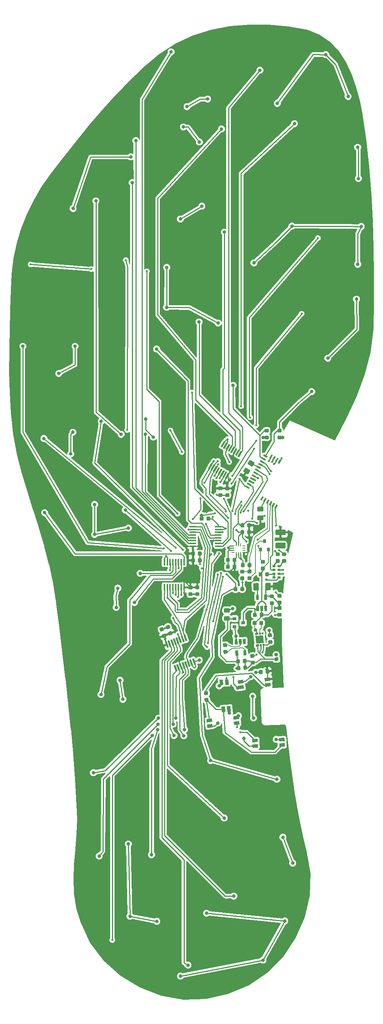
<source format=gbl>
G04 #@! TF.GenerationSoftware,KiCad,Pcbnew,(5.0.0)*
G04 #@! TF.CreationDate,2020-01-29T13:40:05+01:00*
G04 #@! TF.ProjectId,Insole_PCB,496E736F6C655F5043422E6B69636164,rev?*
G04 #@! TF.SameCoordinates,Original*
G04 #@! TF.FileFunction,Copper,L2,Bot,Signal*
G04 #@! TF.FilePolarity,Positive*
%FSLAX46Y46*%
G04 Gerber Fmt 4.6, Leading zero omitted, Abs format (unit mm)*
G04 Created by KiCad (PCBNEW (5.0.0)) date 01/29/20 13:40:05*
%MOMM*%
%LPD*%
G01*
G04 APERTURE LIST*
G04 #@! TA.AperFunction,Conductor*
%ADD10C,0.100000*%
G04 #@! TD*
G04 #@! TA.AperFunction,SMDPad,CuDef*
%ADD11C,0.875000*%
G04 #@! TD*
G04 #@! TA.AperFunction,SMDPad,CuDef*
%ADD12C,0.650000*%
G04 #@! TD*
G04 #@! TA.AperFunction,SMDPad,CuDef*
%ADD13C,1.250000*%
G04 #@! TD*
G04 #@! TA.AperFunction,ComponentPad*
%ADD14C,0.850000*%
G04 #@! TD*
G04 #@! TA.AperFunction,Conductor*
%ADD15C,0.850000*%
G04 #@! TD*
G04 #@! TA.AperFunction,SMDPad,CuDef*
%ADD16R,0.675000X0.250000*%
G04 #@! TD*
G04 #@! TA.AperFunction,SMDPad,CuDef*
%ADD17R,0.250000X0.675000*%
G04 #@! TD*
G04 #@! TA.AperFunction,SMDPad,CuDef*
%ADD18C,1.150000*%
G04 #@! TD*
G04 #@! TA.AperFunction,SMDPad,CuDef*
%ADD19C,0.450000*%
G04 #@! TD*
G04 #@! TA.AperFunction,SMDPad,CuDef*
%ADD20R,1.500000X0.450000*%
G04 #@! TD*
G04 #@! TA.AperFunction,SMDPad,CuDef*
%ADD21R,0.450000X1.500000*%
G04 #@! TD*
G04 #@! TA.AperFunction,SMDPad,CuDef*
%ADD22R,0.800000X0.900000*%
G04 #@! TD*
G04 #@! TA.AperFunction,SMDPad,CuDef*
%ADD23C,0.410000*%
G04 #@! TD*
G04 #@! TA.AperFunction,SMDPad,CuDef*
%ADD24C,1.800000*%
G04 #@! TD*
G04 #@! TA.AperFunction,SMDPad,CuDef*
%ADD25C,0.500000*%
G04 #@! TD*
G04 #@! TA.AperFunction,SMDPad,CuDef*
%ADD26C,0.400000*%
G04 #@! TD*
G04 #@! TA.AperFunction,SMDPad,CuDef*
%ADD27C,0.800000*%
G04 #@! TD*
G04 #@! TA.AperFunction,SMDPad,CuDef*
%ADD28C,1.325000*%
G04 #@! TD*
G04 #@! TA.AperFunction,SMDPad,CuDef*
%ADD29R,0.900000X0.800000*%
G04 #@! TD*
G04 #@! TA.AperFunction,SMDPad,CuDef*
%ADD30C,0.975000*%
G04 #@! TD*
G04 #@! TA.AperFunction,SMDPad,CuDef*
%ADD31R,0.800000X0.500000*%
G04 #@! TD*
G04 #@! TA.AperFunction,ViaPad*
%ADD32C,0.800000*%
G04 #@! TD*
G04 #@! TA.AperFunction,ViaPad*
%ADD33C,0.500000*%
G04 #@! TD*
G04 #@! TA.AperFunction,ViaPad*
%ADD34C,0.600000*%
G04 #@! TD*
G04 #@! TA.AperFunction,Conductor*
%ADD35C,0.250000*%
G04 #@! TD*
G04 #@! TA.AperFunction,Conductor*
%ADD36C,0.160000*%
G04 #@! TD*
G04 #@! TA.AperFunction,Conductor*
%ADD37C,0.200000*%
G04 #@! TD*
G04 APERTURE END LIST*
D10*
G04 #@! TO.N,Net-(C1-Pad1)*
G04 #@! TO.C,R4*
G36*
X153552359Y-177783196D02*
X153573496Y-177786947D01*
X153594163Y-177792751D01*
X153614162Y-177800554D01*
X153633300Y-177810279D01*
X153651393Y-177821833D01*
X153668266Y-177835104D01*
X153683757Y-177849966D01*
X153697716Y-177866275D01*
X153710010Y-177883873D01*
X153720520Y-177902591D01*
X153729144Y-177922250D01*
X153735800Y-177942659D01*
X153740424Y-177963622D01*
X153742970Y-177984938D01*
X153773488Y-178421372D01*
X153773933Y-178442834D01*
X153772272Y-178464237D01*
X153768521Y-178485374D01*
X153762717Y-178506042D01*
X153754914Y-178526041D01*
X153745189Y-178545179D01*
X153733635Y-178563271D01*
X153720364Y-178580144D01*
X153705502Y-178595635D01*
X153689193Y-178609594D01*
X153671595Y-178621888D01*
X153652877Y-178632398D01*
X153633218Y-178641022D01*
X153612809Y-178647678D01*
X153591846Y-178652302D01*
X153570530Y-178654848D01*
X153059278Y-178690598D01*
X153037816Y-178691043D01*
X153016413Y-178689382D01*
X152995276Y-178685631D01*
X152974609Y-178679827D01*
X152954610Y-178672024D01*
X152935472Y-178662299D01*
X152917379Y-178650745D01*
X152900506Y-178637474D01*
X152885015Y-178622612D01*
X152871056Y-178606303D01*
X152858762Y-178588705D01*
X152848252Y-178569987D01*
X152839628Y-178550328D01*
X152832972Y-178529919D01*
X152828348Y-178508956D01*
X152825802Y-178487640D01*
X152795284Y-178051206D01*
X152794839Y-178029744D01*
X152796500Y-178008341D01*
X152800251Y-177987204D01*
X152806055Y-177966536D01*
X152813858Y-177946537D01*
X152823583Y-177927399D01*
X152835137Y-177909307D01*
X152848408Y-177892434D01*
X152863270Y-177876943D01*
X152879579Y-177862984D01*
X152897177Y-177850690D01*
X152915895Y-177840180D01*
X152935554Y-177831556D01*
X152955963Y-177824900D01*
X152976926Y-177820276D01*
X152998242Y-177817730D01*
X153509494Y-177781980D01*
X153530956Y-177781535D01*
X153552359Y-177783196D01*
X153552359Y-177783196D01*
G37*
D11*
G04 #@! TD*
G04 #@! TO.P,R4,2*
G04 #@! TO.N,Net-(C1-Pad1)*
X153284386Y-178236289D03*
D10*
G04 #@! TO.N,+BATT*
G04 #@! TO.C,R4*
G36*
X153442493Y-176212032D02*
X153463630Y-176215783D01*
X153484297Y-176221587D01*
X153504296Y-176229390D01*
X153523434Y-176239115D01*
X153541527Y-176250669D01*
X153558400Y-176263940D01*
X153573891Y-176278802D01*
X153587850Y-176295111D01*
X153600144Y-176312709D01*
X153610654Y-176331427D01*
X153619278Y-176351086D01*
X153625934Y-176371495D01*
X153630558Y-176392458D01*
X153633104Y-176413774D01*
X153663622Y-176850208D01*
X153664067Y-176871670D01*
X153662406Y-176893073D01*
X153658655Y-176914210D01*
X153652851Y-176934878D01*
X153645048Y-176954877D01*
X153635323Y-176974015D01*
X153623769Y-176992107D01*
X153610498Y-177008980D01*
X153595636Y-177024471D01*
X153579327Y-177038430D01*
X153561729Y-177050724D01*
X153543011Y-177061234D01*
X153523352Y-177069858D01*
X153502943Y-177076514D01*
X153481980Y-177081138D01*
X153460664Y-177083684D01*
X152949412Y-177119434D01*
X152927950Y-177119879D01*
X152906547Y-177118218D01*
X152885410Y-177114467D01*
X152864743Y-177108663D01*
X152844744Y-177100860D01*
X152825606Y-177091135D01*
X152807513Y-177079581D01*
X152790640Y-177066310D01*
X152775149Y-177051448D01*
X152761190Y-177035139D01*
X152748896Y-177017541D01*
X152738386Y-176998823D01*
X152729762Y-176979164D01*
X152723106Y-176958755D01*
X152718482Y-176937792D01*
X152715936Y-176916476D01*
X152685418Y-176480042D01*
X152684973Y-176458580D01*
X152686634Y-176437177D01*
X152690385Y-176416040D01*
X152696189Y-176395372D01*
X152703992Y-176375373D01*
X152713717Y-176356235D01*
X152725271Y-176338143D01*
X152738542Y-176321270D01*
X152753404Y-176305779D01*
X152769713Y-176291820D01*
X152787311Y-176279526D01*
X152806029Y-176269016D01*
X152825688Y-176260392D01*
X152846097Y-176253736D01*
X152867060Y-176249112D01*
X152888376Y-176246566D01*
X153399628Y-176210816D01*
X153421090Y-176210371D01*
X153442493Y-176212032D01*
X153442493Y-176212032D01*
G37*
D11*
G04 #@! TD*
G04 #@! TO.P,R4,1*
G04 #@! TO.N,+BATT*
X153174520Y-176665125D03*
D10*
G04 #@! TO.N,/+BATT_CUT*
G04 #@! TO.C,C3*
G36*
X149893956Y-171436384D02*
X149915243Y-171439163D01*
X149936155Y-171444015D01*
X149956490Y-171450893D01*
X149976053Y-171459731D01*
X149994656Y-171470445D01*
X150012119Y-171482930D01*
X150028274Y-171497066D01*
X150042966Y-171512718D01*
X150056053Y-171529735D01*
X150067409Y-171547953D01*
X150076925Y-171567195D01*
X150084509Y-171587278D01*
X150090087Y-171608008D01*
X150093607Y-171629184D01*
X150095035Y-171650604D01*
X150103979Y-172163026D01*
X150103300Y-172184483D01*
X150100521Y-172205769D01*
X150095669Y-172226681D01*
X150088791Y-172247016D01*
X150079952Y-172266580D01*
X150069239Y-172285182D01*
X150056754Y-172302645D01*
X150042617Y-172318801D01*
X150026965Y-172333492D01*
X150009949Y-172346579D01*
X149991731Y-172357935D01*
X149972488Y-172367451D01*
X149952405Y-172375035D01*
X149931676Y-172380613D01*
X149910499Y-172384133D01*
X149889080Y-172385561D01*
X149451646Y-172393197D01*
X149430190Y-172392518D01*
X149408903Y-172389739D01*
X149387991Y-172384887D01*
X149367656Y-172378009D01*
X149348093Y-172369171D01*
X149329490Y-172358457D01*
X149312027Y-172345972D01*
X149295872Y-172331836D01*
X149281180Y-172316184D01*
X149268093Y-172299167D01*
X149256737Y-172280949D01*
X149247221Y-172261707D01*
X149239637Y-172241624D01*
X149234059Y-172220894D01*
X149230539Y-172199718D01*
X149229111Y-172178298D01*
X149220167Y-171665876D01*
X149220846Y-171644419D01*
X149223625Y-171623133D01*
X149228477Y-171602221D01*
X149235355Y-171581886D01*
X149244194Y-171562322D01*
X149254907Y-171543720D01*
X149267392Y-171526257D01*
X149281529Y-171510101D01*
X149297181Y-171495410D01*
X149314197Y-171482323D01*
X149332415Y-171470967D01*
X149351658Y-171461451D01*
X149371741Y-171453867D01*
X149392470Y-171448289D01*
X149413647Y-171444769D01*
X149435066Y-171443341D01*
X149872500Y-171435705D01*
X149893956Y-171436384D01*
X149893956Y-171436384D01*
G37*
D11*
G04 #@! TD*
G04 #@! TO.P,C3,2*
G04 #@! TO.N,/+BATT_CUT*
X149662073Y-171914451D03*
D10*
G04 #@! TO.N,GND*
G04 #@! TO.C,C3*
G36*
X151468716Y-171408896D02*
X151490003Y-171411675D01*
X151510915Y-171416527D01*
X151531250Y-171423405D01*
X151550813Y-171432243D01*
X151569416Y-171442957D01*
X151586879Y-171455442D01*
X151603034Y-171469578D01*
X151617726Y-171485230D01*
X151630813Y-171502247D01*
X151642169Y-171520465D01*
X151651685Y-171539707D01*
X151659269Y-171559790D01*
X151664847Y-171580520D01*
X151668367Y-171601696D01*
X151669795Y-171623116D01*
X151678739Y-172135538D01*
X151678060Y-172156995D01*
X151675281Y-172178281D01*
X151670429Y-172199193D01*
X151663551Y-172219528D01*
X151654712Y-172239092D01*
X151643999Y-172257694D01*
X151631514Y-172275157D01*
X151617377Y-172291313D01*
X151601725Y-172306004D01*
X151584709Y-172319091D01*
X151566491Y-172330447D01*
X151547248Y-172339963D01*
X151527165Y-172347547D01*
X151506436Y-172353125D01*
X151485259Y-172356645D01*
X151463840Y-172358073D01*
X151026406Y-172365709D01*
X151004950Y-172365030D01*
X150983663Y-172362251D01*
X150962751Y-172357399D01*
X150942416Y-172350521D01*
X150922853Y-172341683D01*
X150904250Y-172330969D01*
X150886787Y-172318484D01*
X150870632Y-172304348D01*
X150855940Y-172288696D01*
X150842853Y-172271679D01*
X150831497Y-172253461D01*
X150821981Y-172234219D01*
X150814397Y-172214136D01*
X150808819Y-172193406D01*
X150805299Y-172172230D01*
X150803871Y-172150810D01*
X150794927Y-171638388D01*
X150795606Y-171616931D01*
X150798385Y-171595645D01*
X150803237Y-171574733D01*
X150810115Y-171554398D01*
X150818954Y-171534834D01*
X150829667Y-171516232D01*
X150842152Y-171498769D01*
X150856289Y-171482613D01*
X150871941Y-171467922D01*
X150888957Y-171454835D01*
X150907175Y-171443479D01*
X150926418Y-171433963D01*
X150946501Y-171426379D01*
X150967230Y-171420801D01*
X150988407Y-171417281D01*
X151009826Y-171415853D01*
X151447260Y-171408217D01*
X151468716Y-171408896D01*
X151468716Y-171408896D01*
G37*
D11*
G04 #@! TD*
G04 #@! TO.P,C3,1*
G04 #@! TO.N,GND*
X151236833Y-171886963D03*
D12*
G04 #@! TO.P,U3,5*
G04 #@! TO.N,Net-(L3-Pad1)*
X150266735Y-167817486D03*
D10*
G04 #@! TD*
G04 #@! TO.N,Net-(L3-Pad1)*
G04 #@! TO.C,U3*
G36*
X150602331Y-168421721D02*
X149952430Y-168433065D01*
X149931139Y-167213251D01*
X150581040Y-167201907D01*
X150602331Y-168421721D01*
X150602331Y-168421721D01*
G37*
D12*
G04 #@! TO.P,U3,4*
G04 #@! TO.N,+3V3*
X152166446Y-167784327D03*
D10*
G04 #@! TD*
G04 #@! TO.N,+3V3*
G04 #@! TO.C,U3*
G36*
X152502042Y-168388562D02*
X151852141Y-168399906D01*
X151830850Y-167180092D01*
X152480751Y-167168748D01*
X152502042Y-168388562D01*
X152502042Y-168388562D01*
G37*
D12*
G04 #@! TO.P,U3,3*
G04 #@! TO.N,/+BATT_CUT*
X152212171Y-170403928D03*
D10*
G04 #@! TD*
G04 #@! TO.N,/+BATT_CUT*
G04 #@! TO.C,U3*
G36*
X152547767Y-171008163D02*
X151897866Y-171019507D01*
X151876575Y-169799693D01*
X152526476Y-169788349D01*
X152547767Y-171008163D01*
X152547767Y-171008163D01*
G37*
D12*
G04 #@! TO.P,U3,2*
G04 #@! TO.N,GND*
X151262316Y-170420507D03*
D10*
G04 #@! TD*
G04 #@! TO.N,GND*
G04 #@! TO.C,U3*
G36*
X151597912Y-171024742D02*
X150948011Y-171036086D01*
X150926720Y-169816272D01*
X151576621Y-169804928D01*
X151597912Y-171024742D01*
X151597912Y-171024742D01*
G37*
D12*
G04 #@! TO.P,U3,1*
G04 #@! TO.N,/+BATT_CUT*
X150312460Y-170437087D03*
D10*
G04 #@! TD*
G04 #@! TO.N,/+BATT_CUT*
G04 #@! TO.C,U3*
G36*
X150648056Y-171041322D02*
X149998155Y-171052666D01*
X149976864Y-169832852D01*
X150626765Y-169821508D01*
X150648056Y-171041322D01*
X150648056Y-171041322D01*
G37*
G04 #@! TO.N,Net-(L3-Pad1)*
G04 #@! TO.C,L3*
G36*
X150329860Y-164464505D02*
X150354187Y-164467681D01*
X150378086Y-164473226D01*
X150401326Y-164481087D01*
X150423684Y-164491188D01*
X150444945Y-164503431D01*
X150464903Y-164517700D01*
X150483366Y-164533856D01*
X150500156Y-164551744D01*
X150515113Y-164571192D01*
X150528091Y-164592012D01*
X150538966Y-164614004D01*
X150547633Y-164636956D01*
X150554009Y-164660647D01*
X150558032Y-164684848D01*
X150559663Y-164709328D01*
X150581479Y-165959137D01*
X150580703Y-165983658D01*
X150577527Y-166007986D01*
X150571982Y-166031885D01*
X150564121Y-166055125D01*
X150554021Y-166077483D01*
X150541777Y-166098744D01*
X150527508Y-166118701D01*
X150511352Y-166137165D01*
X150493464Y-166153955D01*
X150474016Y-166168912D01*
X150453196Y-166181890D01*
X150431204Y-166192765D01*
X150408252Y-166201432D01*
X150384562Y-166207808D01*
X150360360Y-166211831D01*
X150335880Y-166213462D01*
X149585994Y-166226551D01*
X149561472Y-166225775D01*
X149537145Y-166222599D01*
X149513246Y-166217054D01*
X149490006Y-166209193D01*
X149467648Y-166199092D01*
X149446387Y-166186849D01*
X149426429Y-166172580D01*
X149407966Y-166156424D01*
X149391176Y-166138536D01*
X149376219Y-166119088D01*
X149363241Y-166098268D01*
X149352366Y-166076276D01*
X149343699Y-166053324D01*
X149337323Y-166029633D01*
X149333300Y-166005432D01*
X149331669Y-165980952D01*
X149309853Y-164731143D01*
X149310629Y-164706622D01*
X149313805Y-164682294D01*
X149319350Y-164658395D01*
X149327211Y-164635155D01*
X149337311Y-164612797D01*
X149349555Y-164591536D01*
X149363824Y-164571579D01*
X149379980Y-164553115D01*
X149397868Y-164536325D01*
X149417316Y-164521368D01*
X149438136Y-164508390D01*
X149460128Y-164497515D01*
X149483080Y-164488848D01*
X149506770Y-164482472D01*
X149530972Y-164478449D01*
X149555452Y-164476818D01*
X150305338Y-164463729D01*
X150329860Y-164464505D01*
X150329860Y-164464505D01*
G37*
D13*
G04 #@! TD*
G04 #@! TO.P,L3,1*
G04 #@! TO.N,Net-(L3-Pad1)*
X149945666Y-165345140D03*
D10*
G04 #@! TO.N,+3V3*
G04 #@! TO.C,L3*
G36*
X153129434Y-164415639D02*
X153153761Y-164418815D01*
X153177660Y-164424360D01*
X153200900Y-164432221D01*
X153223258Y-164442322D01*
X153244519Y-164454565D01*
X153264477Y-164468834D01*
X153282940Y-164484990D01*
X153299730Y-164502878D01*
X153314687Y-164522326D01*
X153327665Y-164543146D01*
X153338540Y-164565138D01*
X153347207Y-164588090D01*
X153353583Y-164611781D01*
X153357606Y-164635982D01*
X153359237Y-164660462D01*
X153381053Y-165910271D01*
X153380277Y-165934792D01*
X153377101Y-165959120D01*
X153371556Y-165983019D01*
X153363695Y-166006259D01*
X153353595Y-166028617D01*
X153341351Y-166049878D01*
X153327082Y-166069835D01*
X153310926Y-166088299D01*
X153293038Y-166105089D01*
X153273590Y-166120046D01*
X153252770Y-166133024D01*
X153230778Y-166143899D01*
X153207826Y-166152566D01*
X153184136Y-166158942D01*
X153159934Y-166162965D01*
X153135454Y-166164596D01*
X152385568Y-166177685D01*
X152361046Y-166176909D01*
X152336719Y-166173733D01*
X152312820Y-166168188D01*
X152289580Y-166160327D01*
X152267222Y-166150226D01*
X152245961Y-166137983D01*
X152226003Y-166123714D01*
X152207540Y-166107558D01*
X152190750Y-166089670D01*
X152175793Y-166070222D01*
X152162815Y-166049402D01*
X152151940Y-166027410D01*
X152143273Y-166004458D01*
X152136897Y-165980767D01*
X152132874Y-165956566D01*
X152131243Y-165932086D01*
X152109427Y-164682277D01*
X152110203Y-164657756D01*
X152113379Y-164633428D01*
X152118924Y-164609529D01*
X152126785Y-164586289D01*
X152136885Y-164563931D01*
X152149129Y-164542670D01*
X152163398Y-164522713D01*
X152179554Y-164504249D01*
X152197442Y-164487459D01*
X152216890Y-164472502D01*
X152237710Y-164459524D01*
X152259702Y-164448649D01*
X152282654Y-164439982D01*
X152306344Y-164433606D01*
X152330546Y-164429583D01*
X152355026Y-164427952D01*
X153104912Y-164414863D01*
X153129434Y-164415639D01*
X153129434Y-164415639D01*
G37*
D13*
G04 #@! TD*
G04 #@! TO.P,L3,2*
G04 #@! TO.N,+3V3*
X152745240Y-165296274D03*
D14*
G04 #@! TO.P,J2,2*
G04 #@! TO.N,+BATT*
X154639697Y-181233143D03*
D15*
G04 #@! TD*
G04 #@! TO.N,+BATT*
G04 #@! TO.C,J2*
X154639697Y-181233143D02*
X154639697Y-181233143D01*
D14*
G04 #@! TO.P,J2,1*
G04 #@! TO.N,-BATT*
X154709453Y-182230707D03*
D10*
G04 #@! TD*
G04 #@! TO.N,-BATT*
G04 #@! TO.C,J2*
G36*
X154315135Y-182684318D02*
X154255842Y-181836389D01*
X155103771Y-181777096D01*
X155163064Y-182625025D01*
X154315135Y-182684318D01*
X154315135Y-182684318D01*
G37*
D16*
G04 #@! TO.P,U2,11*
G04 #@! TO.N,N/C*
X147081953Y-155830707D03*
G04 #@! TO.P,U2,10*
X147081953Y-156330707D03*
G04 #@! TO.P,U2,9*
X147081953Y-156830707D03*
G04 #@! TO.P,U2,8*
G04 #@! TO.N,+3V3*
X147081953Y-157330707D03*
G04 #@! TO.P,U2,4*
G04 #@! TO.N,N/C*
X144556953Y-157330707D03*
G04 #@! TO.P,U2,3*
G04 #@! TO.N,GND*
X144556953Y-156830707D03*
G04 #@! TO.P,U2,2*
X144556953Y-156330707D03*
G04 #@! TO.P,U2,1*
X144556953Y-155830707D03*
D17*
G04 #@! TO.P,U2,7*
X146319453Y-157593207D03*
G04 #@! TO.P,U2,6*
X145819453Y-157593207D03*
G04 #@! TO.P,U2,5*
G04 #@! TO.N,+3V3*
X145319453Y-157593207D03*
G04 #@! TO.P,U2,12*
G04 #@! TO.N,N/C*
X146319453Y-155568207D03*
G04 #@! TO.P,U2,14*
G04 #@! TO.N,/SDA*
X145319453Y-155568207D03*
G04 #@! TO.P,U2,13*
G04 #@! TO.N,/SCL*
X145819453Y-155568207D03*
G04 #@! TD*
D10*
G04 #@! TO.N,-BATT*
G04 #@! TO.C,C1*
G36*
X149442359Y-182613196D02*
X149463496Y-182616947D01*
X149484163Y-182622751D01*
X149504162Y-182630554D01*
X149523300Y-182640279D01*
X149541393Y-182651833D01*
X149558266Y-182665104D01*
X149573757Y-182679966D01*
X149587716Y-182696275D01*
X149600010Y-182713873D01*
X149610520Y-182732591D01*
X149619144Y-182752250D01*
X149625800Y-182772659D01*
X149630424Y-182793622D01*
X149632970Y-182814938D01*
X149663488Y-183251372D01*
X149663933Y-183272834D01*
X149662272Y-183294237D01*
X149658521Y-183315374D01*
X149652717Y-183336042D01*
X149644914Y-183356041D01*
X149635189Y-183375179D01*
X149623635Y-183393271D01*
X149610364Y-183410144D01*
X149595502Y-183425635D01*
X149579193Y-183439594D01*
X149561595Y-183451888D01*
X149542877Y-183462398D01*
X149523218Y-183471022D01*
X149502809Y-183477678D01*
X149481846Y-183482302D01*
X149460530Y-183484848D01*
X148949278Y-183520598D01*
X148927816Y-183521043D01*
X148906413Y-183519382D01*
X148885276Y-183515631D01*
X148864609Y-183509827D01*
X148844610Y-183502024D01*
X148825472Y-183492299D01*
X148807379Y-183480745D01*
X148790506Y-183467474D01*
X148775015Y-183452612D01*
X148761056Y-183436303D01*
X148748762Y-183418705D01*
X148738252Y-183399987D01*
X148729628Y-183380328D01*
X148722972Y-183359919D01*
X148718348Y-183338956D01*
X148715802Y-183317640D01*
X148685284Y-182881206D01*
X148684839Y-182859744D01*
X148686500Y-182838341D01*
X148690251Y-182817204D01*
X148696055Y-182796536D01*
X148703858Y-182776537D01*
X148713583Y-182757399D01*
X148725137Y-182739307D01*
X148738408Y-182722434D01*
X148753270Y-182706943D01*
X148769579Y-182692984D01*
X148787177Y-182680690D01*
X148805895Y-182670180D01*
X148825554Y-182661556D01*
X148845963Y-182654900D01*
X148866926Y-182650276D01*
X148888242Y-182647730D01*
X149399494Y-182611980D01*
X149420956Y-182611535D01*
X149442359Y-182613196D01*
X149442359Y-182613196D01*
G37*
D11*
G04 #@! TD*
G04 #@! TO.P,C1,2*
G04 #@! TO.N,-BATT*
X149174386Y-183066289D03*
D10*
G04 #@! TO.N,Net-(C1-Pad1)*
G04 #@! TO.C,C1*
G36*
X149332493Y-181042032D02*
X149353630Y-181045783D01*
X149374297Y-181051587D01*
X149394296Y-181059390D01*
X149413434Y-181069115D01*
X149431527Y-181080669D01*
X149448400Y-181093940D01*
X149463891Y-181108802D01*
X149477850Y-181125111D01*
X149490144Y-181142709D01*
X149500654Y-181161427D01*
X149509278Y-181181086D01*
X149515934Y-181201495D01*
X149520558Y-181222458D01*
X149523104Y-181243774D01*
X149553622Y-181680208D01*
X149554067Y-181701670D01*
X149552406Y-181723073D01*
X149548655Y-181744210D01*
X149542851Y-181764878D01*
X149535048Y-181784877D01*
X149525323Y-181804015D01*
X149513769Y-181822107D01*
X149500498Y-181838980D01*
X149485636Y-181854471D01*
X149469327Y-181868430D01*
X149451729Y-181880724D01*
X149433011Y-181891234D01*
X149413352Y-181899858D01*
X149392943Y-181906514D01*
X149371980Y-181911138D01*
X149350664Y-181913684D01*
X148839412Y-181949434D01*
X148817950Y-181949879D01*
X148796547Y-181948218D01*
X148775410Y-181944467D01*
X148754743Y-181938663D01*
X148734744Y-181930860D01*
X148715606Y-181921135D01*
X148697513Y-181909581D01*
X148680640Y-181896310D01*
X148665149Y-181881448D01*
X148651190Y-181865139D01*
X148638896Y-181847541D01*
X148628386Y-181828823D01*
X148619762Y-181809164D01*
X148613106Y-181788755D01*
X148608482Y-181767792D01*
X148605936Y-181746476D01*
X148575418Y-181310042D01*
X148574973Y-181288580D01*
X148576634Y-181267177D01*
X148580385Y-181246040D01*
X148586189Y-181225372D01*
X148593992Y-181205373D01*
X148603717Y-181186235D01*
X148615271Y-181168143D01*
X148628542Y-181151270D01*
X148643404Y-181135779D01*
X148659713Y-181121820D01*
X148677311Y-181109526D01*
X148696029Y-181099016D01*
X148715688Y-181090392D01*
X148736097Y-181083736D01*
X148757060Y-181079112D01*
X148778376Y-181076566D01*
X149289628Y-181040816D01*
X149311090Y-181040371D01*
X149332493Y-181042032D01*
X149332493Y-181042032D01*
G37*
D11*
G04 #@! TD*
G04 #@! TO.P,C1,1*
G04 #@! TO.N,Net-(C1-Pad1)*
X149064520Y-181495125D03*
D10*
G04 #@! TO.N,+3V3*
G04 #@! TO.C,C2*
G36*
X128635690Y-176260961D02*
X128656767Y-176265034D01*
X128677343Y-176271153D01*
X128697221Y-176279260D01*
X128716208Y-176289276D01*
X128734122Y-176301105D01*
X128750790Y-176314633D01*
X128766052Y-176329730D01*
X128779761Y-176346249D01*
X128791785Y-176364033D01*
X128802008Y-176382910D01*
X128810331Y-176402698D01*
X128959965Y-176813813D01*
X128966308Y-176834321D01*
X128970611Y-176855353D01*
X128972832Y-176876705D01*
X128972949Y-176898172D01*
X128970961Y-176919546D01*
X128966888Y-176940624D01*
X128960769Y-176961200D01*
X128952662Y-176981078D01*
X128942646Y-177000065D01*
X128930817Y-177017979D01*
X128917289Y-177034647D01*
X128902192Y-177049909D01*
X128885673Y-177063618D01*
X128867889Y-177075642D01*
X128849012Y-177085865D01*
X128829224Y-177094188D01*
X128347632Y-177269473D01*
X128327123Y-177275816D01*
X128306092Y-177280119D01*
X128284740Y-177282340D01*
X128263273Y-177282457D01*
X128241898Y-177280469D01*
X128220821Y-177276396D01*
X128200245Y-177270277D01*
X128180367Y-177262170D01*
X128161380Y-177252154D01*
X128143466Y-177240325D01*
X128126798Y-177226797D01*
X128111536Y-177211700D01*
X128097827Y-177195181D01*
X128085803Y-177177397D01*
X128075580Y-177158520D01*
X128067257Y-177138732D01*
X127917623Y-176727617D01*
X127911280Y-176707109D01*
X127906977Y-176686077D01*
X127904756Y-176664725D01*
X127904639Y-176643258D01*
X127906627Y-176621884D01*
X127910700Y-176600806D01*
X127916819Y-176580230D01*
X127924926Y-176560352D01*
X127934942Y-176541365D01*
X127946771Y-176523451D01*
X127960299Y-176506783D01*
X127975396Y-176491521D01*
X127991915Y-176477812D01*
X128009699Y-176465788D01*
X128028576Y-176455565D01*
X128048364Y-176447242D01*
X128529956Y-176271957D01*
X128550465Y-176265614D01*
X128571496Y-176261311D01*
X128592848Y-176259090D01*
X128614315Y-176258973D01*
X128635690Y-176260961D01*
X128635690Y-176260961D01*
G37*
D11*
G04 #@! TD*
G04 #@! TO.P,C2,2*
G04 #@! TO.N,+3V3*
X128438794Y-176770715D03*
D10*
G04 #@! TO.N,GND*
G04 #@! TO.C,C2*
G36*
X128097008Y-174780945D02*
X128118085Y-174785018D01*
X128138661Y-174791137D01*
X128158539Y-174799244D01*
X128177526Y-174809260D01*
X128195440Y-174821089D01*
X128212108Y-174834617D01*
X128227370Y-174849714D01*
X128241079Y-174866233D01*
X128253103Y-174884017D01*
X128263326Y-174902894D01*
X128271649Y-174922682D01*
X128421283Y-175333797D01*
X128427626Y-175354305D01*
X128431929Y-175375337D01*
X128434150Y-175396689D01*
X128434267Y-175418156D01*
X128432279Y-175439530D01*
X128428206Y-175460608D01*
X128422087Y-175481184D01*
X128413980Y-175501062D01*
X128403964Y-175520049D01*
X128392135Y-175537963D01*
X128378607Y-175554631D01*
X128363510Y-175569893D01*
X128346991Y-175583602D01*
X128329207Y-175595626D01*
X128310330Y-175605849D01*
X128290542Y-175614172D01*
X127808950Y-175789457D01*
X127788441Y-175795800D01*
X127767410Y-175800103D01*
X127746058Y-175802324D01*
X127724591Y-175802441D01*
X127703216Y-175800453D01*
X127682139Y-175796380D01*
X127661563Y-175790261D01*
X127641685Y-175782154D01*
X127622698Y-175772138D01*
X127604784Y-175760309D01*
X127588116Y-175746781D01*
X127572854Y-175731684D01*
X127559145Y-175715165D01*
X127547121Y-175697381D01*
X127536898Y-175678504D01*
X127528575Y-175658716D01*
X127378941Y-175247601D01*
X127372598Y-175227093D01*
X127368295Y-175206061D01*
X127366074Y-175184709D01*
X127365957Y-175163242D01*
X127367945Y-175141868D01*
X127372018Y-175120790D01*
X127378137Y-175100214D01*
X127386244Y-175080336D01*
X127396260Y-175061349D01*
X127408089Y-175043435D01*
X127421617Y-175026767D01*
X127436714Y-175011505D01*
X127453233Y-174997796D01*
X127471017Y-174985772D01*
X127489894Y-174975549D01*
X127509682Y-174967226D01*
X127991274Y-174791941D01*
X128011783Y-174785598D01*
X128032814Y-174781295D01*
X128054166Y-174779074D01*
X128075633Y-174778957D01*
X128097008Y-174780945D01*
X128097008Y-174780945D01*
G37*
D11*
G04 #@! TD*
G04 #@! TO.P,C2,1*
G04 #@! TO.N,GND*
X127900112Y-175290699D03*
D10*
G04 #@! TO.N,GND*
G04 #@! TO.C,C4*
G36*
X153915229Y-168714860D02*
X153936515Y-168717639D01*
X153957427Y-168722491D01*
X153977762Y-168729369D01*
X153997326Y-168738208D01*
X154015928Y-168748921D01*
X154033391Y-168761406D01*
X154049547Y-168775543D01*
X154064238Y-168791195D01*
X154077325Y-168808211D01*
X154088681Y-168826429D01*
X154098197Y-168845672D01*
X154105781Y-168865755D01*
X154111359Y-168886484D01*
X154114879Y-168907661D01*
X154116307Y-168929080D01*
X154123943Y-169366514D01*
X154123264Y-169387970D01*
X154120485Y-169409257D01*
X154115633Y-169430169D01*
X154108755Y-169450504D01*
X154099917Y-169470067D01*
X154089203Y-169488670D01*
X154076718Y-169506133D01*
X154062582Y-169522288D01*
X154046930Y-169536980D01*
X154029913Y-169550067D01*
X154011695Y-169561423D01*
X153992453Y-169570939D01*
X153972370Y-169578523D01*
X153951640Y-169584101D01*
X153930464Y-169587621D01*
X153909044Y-169589049D01*
X153396622Y-169597993D01*
X153375165Y-169597314D01*
X153353879Y-169594535D01*
X153332967Y-169589683D01*
X153312632Y-169582805D01*
X153293068Y-169573966D01*
X153274466Y-169563253D01*
X153257003Y-169550768D01*
X153240847Y-169536631D01*
X153226156Y-169520979D01*
X153213069Y-169503963D01*
X153201713Y-169485745D01*
X153192197Y-169466502D01*
X153184613Y-169446419D01*
X153179035Y-169425690D01*
X153175515Y-169404513D01*
X153174087Y-169383094D01*
X153166451Y-168945660D01*
X153167130Y-168924204D01*
X153169909Y-168902917D01*
X153174761Y-168882005D01*
X153181639Y-168861670D01*
X153190477Y-168842107D01*
X153201191Y-168823504D01*
X153213676Y-168806041D01*
X153227812Y-168789886D01*
X153243464Y-168775194D01*
X153260481Y-168762107D01*
X153278699Y-168750751D01*
X153297941Y-168741235D01*
X153318024Y-168733651D01*
X153338754Y-168728073D01*
X153359930Y-168724553D01*
X153381350Y-168723125D01*
X153893772Y-168714181D01*
X153915229Y-168714860D01*
X153915229Y-168714860D01*
G37*
D11*
G04 #@! TD*
G04 #@! TO.P,C4,2*
G04 #@! TO.N,GND*
X153645197Y-169156087D03*
D10*
G04 #@! TO.N,+3V3*
G04 #@! TO.C,C4*
G36*
X153887741Y-167140100D02*
X153909027Y-167142879D01*
X153929939Y-167147731D01*
X153950274Y-167154609D01*
X153969838Y-167163448D01*
X153988440Y-167174161D01*
X154005903Y-167186646D01*
X154022059Y-167200783D01*
X154036750Y-167216435D01*
X154049837Y-167233451D01*
X154061193Y-167251669D01*
X154070709Y-167270912D01*
X154078293Y-167290995D01*
X154083871Y-167311724D01*
X154087391Y-167332901D01*
X154088819Y-167354320D01*
X154096455Y-167791754D01*
X154095776Y-167813210D01*
X154092997Y-167834497D01*
X154088145Y-167855409D01*
X154081267Y-167875744D01*
X154072429Y-167895307D01*
X154061715Y-167913910D01*
X154049230Y-167931373D01*
X154035094Y-167947528D01*
X154019442Y-167962220D01*
X154002425Y-167975307D01*
X153984207Y-167986663D01*
X153964965Y-167996179D01*
X153944882Y-168003763D01*
X153924152Y-168009341D01*
X153902976Y-168012861D01*
X153881556Y-168014289D01*
X153369134Y-168023233D01*
X153347677Y-168022554D01*
X153326391Y-168019775D01*
X153305479Y-168014923D01*
X153285144Y-168008045D01*
X153265580Y-167999206D01*
X153246978Y-167988493D01*
X153229515Y-167976008D01*
X153213359Y-167961871D01*
X153198668Y-167946219D01*
X153185581Y-167929203D01*
X153174225Y-167910985D01*
X153164709Y-167891742D01*
X153157125Y-167871659D01*
X153151547Y-167850930D01*
X153148027Y-167829753D01*
X153146599Y-167808334D01*
X153138963Y-167370900D01*
X153139642Y-167349444D01*
X153142421Y-167328157D01*
X153147273Y-167307245D01*
X153154151Y-167286910D01*
X153162989Y-167267347D01*
X153173703Y-167248744D01*
X153186188Y-167231281D01*
X153200324Y-167215126D01*
X153215976Y-167200434D01*
X153232993Y-167187347D01*
X153251211Y-167175991D01*
X153270453Y-167166475D01*
X153290536Y-167158891D01*
X153311266Y-167153313D01*
X153332442Y-167149793D01*
X153353862Y-167148365D01*
X153866284Y-167139421D01*
X153887741Y-167140100D01*
X153887741Y-167140100D01*
G37*
D11*
G04 #@! TD*
G04 #@! TO.P,C4,1*
G04 #@! TO.N,+3V3*
X153617709Y-167581327D03*
D10*
G04 #@! TO.N,+3V3*
G04 #@! TO.C,C5*
G36*
X130085690Y-175710961D02*
X130106767Y-175715034D01*
X130127343Y-175721153D01*
X130147221Y-175729260D01*
X130166208Y-175739276D01*
X130184122Y-175751105D01*
X130200790Y-175764633D01*
X130216052Y-175779730D01*
X130229761Y-175796249D01*
X130241785Y-175814033D01*
X130252008Y-175832910D01*
X130260331Y-175852698D01*
X130409965Y-176263813D01*
X130416308Y-176284321D01*
X130420611Y-176305353D01*
X130422832Y-176326705D01*
X130422949Y-176348172D01*
X130420961Y-176369546D01*
X130416888Y-176390624D01*
X130410769Y-176411200D01*
X130402662Y-176431078D01*
X130392646Y-176450065D01*
X130380817Y-176467979D01*
X130367289Y-176484647D01*
X130352192Y-176499909D01*
X130335673Y-176513618D01*
X130317889Y-176525642D01*
X130299012Y-176535865D01*
X130279224Y-176544188D01*
X129797632Y-176719473D01*
X129777123Y-176725816D01*
X129756092Y-176730119D01*
X129734740Y-176732340D01*
X129713273Y-176732457D01*
X129691898Y-176730469D01*
X129670821Y-176726396D01*
X129650245Y-176720277D01*
X129630367Y-176712170D01*
X129611380Y-176702154D01*
X129593466Y-176690325D01*
X129576798Y-176676797D01*
X129561536Y-176661700D01*
X129547827Y-176645181D01*
X129535803Y-176627397D01*
X129525580Y-176608520D01*
X129517257Y-176588732D01*
X129367623Y-176177617D01*
X129361280Y-176157109D01*
X129356977Y-176136077D01*
X129354756Y-176114725D01*
X129354639Y-176093258D01*
X129356627Y-176071884D01*
X129360700Y-176050806D01*
X129366819Y-176030230D01*
X129374926Y-176010352D01*
X129384942Y-175991365D01*
X129396771Y-175973451D01*
X129410299Y-175956783D01*
X129425396Y-175941521D01*
X129441915Y-175927812D01*
X129459699Y-175915788D01*
X129478576Y-175905565D01*
X129498364Y-175897242D01*
X129979956Y-175721957D01*
X130000465Y-175715614D01*
X130021496Y-175711311D01*
X130042848Y-175709090D01*
X130064315Y-175708973D01*
X130085690Y-175710961D01*
X130085690Y-175710961D01*
G37*
D11*
G04 #@! TD*
G04 #@! TO.P,C5,2*
G04 #@! TO.N,+3V3*
X129888794Y-176220715D03*
D10*
G04 #@! TO.N,GND*
G04 #@! TO.C,C5*
G36*
X129547008Y-174230945D02*
X129568085Y-174235018D01*
X129588661Y-174241137D01*
X129608539Y-174249244D01*
X129627526Y-174259260D01*
X129645440Y-174271089D01*
X129662108Y-174284617D01*
X129677370Y-174299714D01*
X129691079Y-174316233D01*
X129703103Y-174334017D01*
X129713326Y-174352894D01*
X129721649Y-174372682D01*
X129871283Y-174783797D01*
X129877626Y-174804305D01*
X129881929Y-174825337D01*
X129884150Y-174846689D01*
X129884267Y-174868156D01*
X129882279Y-174889530D01*
X129878206Y-174910608D01*
X129872087Y-174931184D01*
X129863980Y-174951062D01*
X129853964Y-174970049D01*
X129842135Y-174987963D01*
X129828607Y-175004631D01*
X129813510Y-175019893D01*
X129796991Y-175033602D01*
X129779207Y-175045626D01*
X129760330Y-175055849D01*
X129740542Y-175064172D01*
X129258950Y-175239457D01*
X129238441Y-175245800D01*
X129217410Y-175250103D01*
X129196058Y-175252324D01*
X129174591Y-175252441D01*
X129153216Y-175250453D01*
X129132139Y-175246380D01*
X129111563Y-175240261D01*
X129091685Y-175232154D01*
X129072698Y-175222138D01*
X129054784Y-175210309D01*
X129038116Y-175196781D01*
X129022854Y-175181684D01*
X129009145Y-175165165D01*
X128997121Y-175147381D01*
X128986898Y-175128504D01*
X128978575Y-175108716D01*
X128828941Y-174697601D01*
X128822598Y-174677093D01*
X128818295Y-174656061D01*
X128816074Y-174634709D01*
X128815957Y-174613242D01*
X128817945Y-174591868D01*
X128822018Y-174570790D01*
X128828137Y-174550214D01*
X128836244Y-174530336D01*
X128846260Y-174511349D01*
X128858089Y-174493435D01*
X128871617Y-174476767D01*
X128886714Y-174461505D01*
X128903233Y-174447796D01*
X128921017Y-174435772D01*
X128939894Y-174425549D01*
X128959682Y-174417226D01*
X129441274Y-174241941D01*
X129461783Y-174235598D01*
X129482814Y-174231295D01*
X129504166Y-174229074D01*
X129525633Y-174228957D01*
X129547008Y-174230945D01*
X129547008Y-174230945D01*
G37*
D11*
G04 #@! TD*
G04 #@! TO.P,C5,1*
G04 #@! TO.N,GND*
X129350112Y-174740699D03*
D10*
G04 #@! TO.N,+3V3*
G04 #@! TO.C,C6*
G36*
X136497144Y-165044260D02*
X136518379Y-165047410D01*
X136539203Y-165052626D01*
X136559415Y-165059858D01*
X136578821Y-165069037D01*
X136597234Y-165080073D01*
X136614477Y-165092861D01*
X136630383Y-165107277D01*
X136644799Y-165123183D01*
X136657587Y-165140426D01*
X136668623Y-165158839D01*
X136677802Y-165178245D01*
X136685034Y-165198457D01*
X136690250Y-165219281D01*
X136693400Y-165240516D01*
X136694453Y-165261957D01*
X136694453Y-165699457D01*
X136693400Y-165720898D01*
X136690250Y-165742133D01*
X136685034Y-165762957D01*
X136677802Y-165783169D01*
X136668623Y-165802575D01*
X136657587Y-165820988D01*
X136644799Y-165838231D01*
X136630383Y-165854137D01*
X136614477Y-165868553D01*
X136597234Y-165881341D01*
X136578821Y-165892377D01*
X136559415Y-165901556D01*
X136539203Y-165908788D01*
X136518379Y-165914004D01*
X136497144Y-165917154D01*
X136475703Y-165918207D01*
X135963203Y-165918207D01*
X135941762Y-165917154D01*
X135920527Y-165914004D01*
X135899703Y-165908788D01*
X135879491Y-165901556D01*
X135860085Y-165892377D01*
X135841672Y-165881341D01*
X135824429Y-165868553D01*
X135808523Y-165854137D01*
X135794107Y-165838231D01*
X135781319Y-165820988D01*
X135770283Y-165802575D01*
X135761104Y-165783169D01*
X135753872Y-165762957D01*
X135748656Y-165742133D01*
X135745506Y-165720898D01*
X135744453Y-165699457D01*
X135744453Y-165261957D01*
X135745506Y-165240516D01*
X135748656Y-165219281D01*
X135753872Y-165198457D01*
X135761104Y-165178245D01*
X135770283Y-165158839D01*
X135781319Y-165140426D01*
X135794107Y-165123183D01*
X135808523Y-165107277D01*
X135824429Y-165092861D01*
X135841672Y-165080073D01*
X135860085Y-165069037D01*
X135879491Y-165059858D01*
X135899703Y-165052626D01*
X135920527Y-165047410D01*
X135941762Y-165044260D01*
X135963203Y-165043207D01*
X136475703Y-165043207D01*
X136497144Y-165044260D01*
X136497144Y-165044260D01*
G37*
D11*
G04 #@! TD*
G04 #@! TO.P,C6,2*
G04 #@! TO.N,+3V3*
X136219453Y-165480707D03*
D10*
G04 #@! TO.N,GND*
G04 #@! TO.C,C6*
G36*
X136497144Y-166619260D02*
X136518379Y-166622410D01*
X136539203Y-166627626D01*
X136559415Y-166634858D01*
X136578821Y-166644037D01*
X136597234Y-166655073D01*
X136614477Y-166667861D01*
X136630383Y-166682277D01*
X136644799Y-166698183D01*
X136657587Y-166715426D01*
X136668623Y-166733839D01*
X136677802Y-166753245D01*
X136685034Y-166773457D01*
X136690250Y-166794281D01*
X136693400Y-166815516D01*
X136694453Y-166836957D01*
X136694453Y-167274457D01*
X136693400Y-167295898D01*
X136690250Y-167317133D01*
X136685034Y-167337957D01*
X136677802Y-167358169D01*
X136668623Y-167377575D01*
X136657587Y-167395988D01*
X136644799Y-167413231D01*
X136630383Y-167429137D01*
X136614477Y-167443553D01*
X136597234Y-167456341D01*
X136578821Y-167467377D01*
X136559415Y-167476556D01*
X136539203Y-167483788D01*
X136518379Y-167489004D01*
X136497144Y-167492154D01*
X136475703Y-167493207D01*
X135963203Y-167493207D01*
X135941762Y-167492154D01*
X135920527Y-167489004D01*
X135899703Y-167483788D01*
X135879491Y-167476556D01*
X135860085Y-167467377D01*
X135841672Y-167456341D01*
X135824429Y-167443553D01*
X135808523Y-167429137D01*
X135794107Y-167413231D01*
X135781319Y-167395988D01*
X135770283Y-167377575D01*
X135761104Y-167358169D01*
X135753872Y-167337957D01*
X135748656Y-167317133D01*
X135745506Y-167295898D01*
X135744453Y-167274457D01*
X135744453Y-166836957D01*
X135745506Y-166815516D01*
X135748656Y-166794281D01*
X135753872Y-166773457D01*
X135761104Y-166753245D01*
X135770283Y-166733839D01*
X135781319Y-166715426D01*
X135794107Y-166698183D01*
X135808523Y-166682277D01*
X135824429Y-166667861D01*
X135841672Y-166655073D01*
X135860085Y-166644037D01*
X135879491Y-166634858D01*
X135899703Y-166627626D01*
X135920527Y-166622410D01*
X135941762Y-166619260D01*
X135963203Y-166618207D01*
X136475703Y-166618207D01*
X136497144Y-166619260D01*
X136497144Y-166619260D01*
G37*
D11*
G04 #@! TD*
G04 #@! TO.P,C6,1*
G04 #@! TO.N,GND*
X136219453Y-167055707D03*
D10*
G04 #@! TO.N,+3V3*
G04 #@! TO.C,C7*
G36*
X134897144Y-165056760D02*
X134918379Y-165059910D01*
X134939203Y-165065126D01*
X134959415Y-165072358D01*
X134978821Y-165081537D01*
X134997234Y-165092573D01*
X135014477Y-165105361D01*
X135030383Y-165119777D01*
X135044799Y-165135683D01*
X135057587Y-165152926D01*
X135068623Y-165171339D01*
X135077802Y-165190745D01*
X135085034Y-165210957D01*
X135090250Y-165231781D01*
X135093400Y-165253016D01*
X135094453Y-165274457D01*
X135094453Y-165711957D01*
X135093400Y-165733398D01*
X135090250Y-165754633D01*
X135085034Y-165775457D01*
X135077802Y-165795669D01*
X135068623Y-165815075D01*
X135057587Y-165833488D01*
X135044799Y-165850731D01*
X135030383Y-165866637D01*
X135014477Y-165881053D01*
X134997234Y-165893841D01*
X134978821Y-165904877D01*
X134959415Y-165914056D01*
X134939203Y-165921288D01*
X134918379Y-165926504D01*
X134897144Y-165929654D01*
X134875703Y-165930707D01*
X134363203Y-165930707D01*
X134341762Y-165929654D01*
X134320527Y-165926504D01*
X134299703Y-165921288D01*
X134279491Y-165914056D01*
X134260085Y-165904877D01*
X134241672Y-165893841D01*
X134224429Y-165881053D01*
X134208523Y-165866637D01*
X134194107Y-165850731D01*
X134181319Y-165833488D01*
X134170283Y-165815075D01*
X134161104Y-165795669D01*
X134153872Y-165775457D01*
X134148656Y-165754633D01*
X134145506Y-165733398D01*
X134144453Y-165711957D01*
X134144453Y-165274457D01*
X134145506Y-165253016D01*
X134148656Y-165231781D01*
X134153872Y-165210957D01*
X134161104Y-165190745D01*
X134170283Y-165171339D01*
X134181319Y-165152926D01*
X134194107Y-165135683D01*
X134208523Y-165119777D01*
X134224429Y-165105361D01*
X134241672Y-165092573D01*
X134260085Y-165081537D01*
X134279491Y-165072358D01*
X134299703Y-165065126D01*
X134320527Y-165059910D01*
X134341762Y-165056760D01*
X134363203Y-165055707D01*
X134875703Y-165055707D01*
X134897144Y-165056760D01*
X134897144Y-165056760D01*
G37*
D11*
G04 #@! TD*
G04 #@! TO.P,C7,2*
G04 #@! TO.N,+3V3*
X134619453Y-165493207D03*
D10*
G04 #@! TO.N,GND*
G04 #@! TO.C,C7*
G36*
X134897144Y-166631760D02*
X134918379Y-166634910D01*
X134939203Y-166640126D01*
X134959415Y-166647358D01*
X134978821Y-166656537D01*
X134997234Y-166667573D01*
X135014477Y-166680361D01*
X135030383Y-166694777D01*
X135044799Y-166710683D01*
X135057587Y-166727926D01*
X135068623Y-166746339D01*
X135077802Y-166765745D01*
X135085034Y-166785957D01*
X135090250Y-166806781D01*
X135093400Y-166828016D01*
X135094453Y-166849457D01*
X135094453Y-167286957D01*
X135093400Y-167308398D01*
X135090250Y-167329633D01*
X135085034Y-167350457D01*
X135077802Y-167370669D01*
X135068623Y-167390075D01*
X135057587Y-167408488D01*
X135044799Y-167425731D01*
X135030383Y-167441637D01*
X135014477Y-167456053D01*
X134997234Y-167468841D01*
X134978821Y-167479877D01*
X134959415Y-167489056D01*
X134939203Y-167496288D01*
X134918379Y-167501504D01*
X134897144Y-167504654D01*
X134875703Y-167505707D01*
X134363203Y-167505707D01*
X134341762Y-167504654D01*
X134320527Y-167501504D01*
X134299703Y-167496288D01*
X134279491Y-167489056D01*
X134260085Y-167479877D01*
X134241672Y-167468841D01*
X134224429Y-167456053D01*
X134208523Y-167441637D01*
X134194107Y-167425731D01*
X134181319Y-167408488D01*
X134170283Y-167390075D01*
X134161104Y-167370669D01*
X134153872Y-167350457D01*
X134148656Y-167329633D01*
X134145506Y-167308398D01*
X134144453Y-167286957D01*
X134144453Y-166849457D01*
X134145506Y-166828016D01*
X134148656Y-166806781D01*
X134153872Y-166785957D01*
X134161104Y-166765745D01*
X134170283Y-166746339D01*
X134181319Y-166727926D01*
X134194107Y-166710683D01*
X134208523Y-166694777D01*
X134224429Y-166680361D01*
X134241672Y-166667573D01*
X134260085Y-166656537D01*
X134279491Y-166647358D01*
X134299703Y-166640126D01*
X134320527Y-166634910D01*
X134341762Y-166631760D01*
X134363203Y-166630707D01*
X134875703Y-166630707D01*
X134897144Y-166631760D01*
X134897144Y-166631760D01*
G37*
D11*
G04 #@! TD*
G04 #@! TO.P,C7,1*
G04 #@! TO.N,GND*
X134619453Y-167068207D03*
D10*
G04 #@! TO.N,+3V3*
G04 #@! TO.C,C8*
G36*
X135459644Y-158706760D02*
X135480879Y-158709910D01*
X135501703Y-158715126D01*
X135521915Y-158722358D01*
X135541321Y-158731537D01*
X135559734Y-158742573D01*
X135576977Y-158755361D01*
X135592883Y-158769777D01*
X135607299Y-158785683D01*
X135620087Y-158802926D01*
X135631123Y-158821339D01*
X135640302Y-158840745D01*
X135647534Y-158860957D01*
X135652750Y-158881781D01*
X135655900Y-158903016D01*
X135656953Y-158924457D01*
X135656953Y-159436957D01*
X135655900Y-159458398D01*
X135652750Y-159479633D01*
X135647534Y-159500457D01*
X135640302Y-159520669D01*
X135631123Y-159540075D01*
X135620087Y-159558488D01*
X135607299Y-159575731D01*
X135592883Y-159591637D01*
X135576977Y-159606053D01*
X135559734Y-159618841D01*
X135541321Y-159629877D01*
X135521915Y-159639056D01*
X135501703Y-159646288D01*
X135480879Y-159651504D01*
X135459644Y-159654654D01*
X135438203Y-159655707D01*
X135000703Y-159655707D01*
X134979262Y-159654654D01*
X134958027Y-159651504D01*
X134937203Y-159646288D01*
X134916991Y-159639056D01*
X134897585Y-159629877D01*
X134879172Y-159618841D01*
X134861929Y-159606053D01*
X134846023Y-159591637D01*
X134831607Y-159575731D01*
X134818819Y-159558488D01*
X134807783Y-159540075D01*
X134798604Y-159520669D01*
X134791372Y-159500457D01*
X134786156Y-159479633D01*
X134783006Y-159458398D01*
X134781953Y-159436957D01*
X134781953Y-158924457D01*
X134783006Y-158903016D01*
X134786156Y-158881781D01*
X134791372Y-158860957D01*
X134798604Y-158840745D01*
X134807783Y-158821339D01*
X134818819Y-158802926D01*
X134831607Y-158785683D01*
X134846023Y-158769777D01*
X134861929Y-158755361D01*
X134879172Y-158742573D01*
X134897585Y-158731537D01*
X134916991Y-158722358D01*
X134937203Y-158715126D01*
X134958027Y-158709910D01*
X134979262Y-158706760D01*
X135000703Y-158705707D01*
X135438203Y-158705707D01*
X135459644Y-158706760D01*
X135459644Y-158706760D01*
G37*
D11*
G04 #@! TD*
G04 #@! TO.P,C8,2*
G04 #@! TO.N,+3V3*
X135219453Y-159180707D03*
D10*
G04 #@! TO.N,GND*
G04 #@! TO.C,C8*
G36*
X137034644Y-158706760D02*
X137055879Y-158709910D01*
X137076703Y-158715126D01*
X137096915Y-158722358D01*
X137116321Y-158731537D01*
X137134734Y-158742573D01*
X137151977Y-158755361D01*
X137167883Y-158769777D01*
X137182299Y-158785683D01*
X137195087Y-158802926D01*
X137206123Y-158821339D01*
X137215302Y-158840745D01*
X137222534Y-158860957D01*
X137227750Y-158881781D01*
X137230900Y-158903016D01*
X137231953Y-158924457D01*
X137231953Y-159436957D01*
X137230900Y-159458398D01*
X137227750Y-159479633D01*
X137222534Y-159500457D01*
X137215302Y-159520669D01*
X137206123Y-159540075D01*
X137195087Y-159558488D01*
X137182299Y-159575731D01*
X137167883Y-159591637D01*
X137151977Y-159606053D01*
X137134734Y-159618841D01*
X137116321Y-159629877D01*
X137096915Y-159639056D01*
X137076703Y-159646288D01*
X137055879Y-159651504D01*
X137034644Y-159654654D01*
X137013203Y-159655707D01*
X136575703Y-159655707D01*
X136554262Y-159654654D01*
X136533027Y-159651504D01*
X136512203Y-159646288D01*
X136491991Y-159639056D01*
X136472585Y-159629877D01*
X136454172Y-159618841D01*
X136436929Y-159606053D01*
X136421023Y-159591637D01*
X136406607Y-159575731D01*
X136393819Y-159558488D01*
X136382783Y-159540075D01*
X136373604Y-159520669D01*
X136366372Y-159500457D01*
X136361156Y-159479633D01*
X136358006Y-159458398D01*
X136356953Y-159436957D01*
X136356953Y-158924457D01*
X136358006Y-158903016D01*
X136361156Y-158881781D01*
X136366372Y-158860957D01*
X136373604Y-158840745D01*
X136382783Y-158821339D01*
X136393819Y-158802926D01*
X136406607Y-158785683D01*
X136421023Y-158769777D01*
X136436929Y-158755361D01*
X136454172Y-158742573D01*
X136472585Y-158731537D01*
X136491991Y-158722358D01*
X136512203Y-158715126D01*
X136533027Y-158709910D01*
X136554262Y-158706760D01*
X136575703Y-158705707D01*
X137013203Y-158705707D01*
X137034644Y-158706760D01*
X137034644Y-158706760D01*
G37*
D11*
G04 #@! TD*
G04 #@! TO.P,C8,1*
G04 #@! TO.N,GND*
X136794453Y-159180707D03*
D10*
G04 #@! TO.N,+3V3*
G04 #@! TO.C,C9*
G36*
X135459644Y-157106760D02*
X135480879Y-157109910D01*
X135501703Y-157115126D01*
X135521915Y-157122358D01*
X135541321Y-157131537D01*
X135559734Y-157142573D01*
X135576977Y-157155361D01*
X135592883Y-157169777D01*
X135607299Y-157185683D01*
X135620087Y-157202926D01*
X135631123Y-157221339D01*
X135640302Y-157240745D01*
X135647534Y-157260957D01*
X135652750Y-157281781D01*
X135655900Y-157303016D01*
X135656953Y-157324457D01*
X135656953Y-157836957D01*
X135655900Y-157858398D01*
X135652750Y-157879633D01*
X135647534Y-157900457D01*
X135640302Y-157920669D01*
X135631123Y-157940075D01*
X135620087Y-157958488D01*
X135607299Y-157975731D01*
X135592883Y-157991637D01*
X135576977Y-158006053D01*
X135559734Y-158018841D01*
X135541321Y-158029877D01*
X135521915Y-158039056D01*
X135501703Y-158046288D01*
X135480879Y-158051504D01*
X135459644Y-158054654D01*
X135438203Y-158055707D01*
X135000703Y-158055707D01*
X134979262Y-158054654D01*
X134958027Y-158051504D01*
X134937203Y-158046288D01*
X134916991Y-158039056D01*
X134897585Y-158029877D01*
X134879172Y-158018841D01*
X134861929Y-158006053D01*
X134846023Y-157991637D01*
X134831607Y-157975731D01*
X134818819Y-157958488D01*
X134807783Y-157940075D01*
X134798604Y-157920669D01*
X134791372Y-157900457D01*
X134786156Y-157879633D01*
X134783006Y-157858398D01*
X134781953Y-157836957D01*
X134781953Y-157324457D01*
X134783006Y-157303016D01*
X134786156Y-157281781D01*
X134791372Y-157260957D01*
X134798604Y-157240745D01*
X134807783Y-157221339D01*
X134818819Y-157202926D01*
X134831607Y-157185683D01*
X134846023Y-157169777D01*
X134861929Y-157155361D01*
X134879172Y-157142573D01*
X134897585Y-157131537D01*
X134916991Y-157122358D01*
X134937203Y-157115126D01*
X134958027Y-157109910D01*
X134979262Y-157106760D01*
X135000703Y-157105707D01*
X135438203Y-157105707D01*
X135459644Y-157106760D01*
X135459644Y-157106760D01*
G37*
D11*
G04 #@! TD*
G04 #@! TO.P,C9,2*
G04 #@! TO.N,+3V3*
X135219453Y-157580707D03*
D10*
G04 #@! TO.N,GND*
G04 #@! TO.C,C9*
G36*
X137034644Y-157106760D02*
X137055879Y-157109910D01*
X137076703Y-157115126D01*
X137096915Y-157122358D01*
X137116321Y-157131537D01*
X137134734Y-157142573D01*
X137151977Y-157155361D01*
X137167883Y-157169777D01*
X137182299Y-157185683D01*
X137195087Y-157202926D01*
X137206123Y-157221339D01*
X137215302Y-157240745D01*
X137222534Y-157260957D01*
X137227750Y-157281781D01*
X137230900Y-157303016D01*
X137231953Y-157324457D01*
X137231953Y-157836957D01*
X137230900Y-157858398D01*
X137227750Y-157879633D01*
X137222534Y-157900457D01*
X137215302Y-157920669D01*
X137206123Y-157940075D01*
X137195087Y-157958488D01*
X137182299Y-157975731D01*
X137167883Y-157991637D01*
X137151977Y-158006053D01*
X137134734Y-158018841D01*
X137116321Y-158029877D01*
X137096915Y-158039056D01*
X137076703Y-158046288D01*
X137055879Y-158051504D01*
X137034644Y-158054654D01*
X137013203Y-158055707D01*
X136575703Y-158055707D01*
X136554262Y-158054654D01*
X136533027Y-158051504D01*
X136512203Y-158046288D01*
X136491991Y-158039056D01*
X136472585Y-158029877D01*
X136454172Y-158018841D01*
X136436929Y-158006053D01*
X136421023Y-157991637D01*
X136406607Y-157975731D01*
X136393819Y-157958488D01*
X136382783Y-157940075D01*
X136373604Y-157920669D01*
X136366372Y-157900457D01*
X136361156Y-157879633D01*
X136358006Y-157858398D01*
X136356953Y-157836957D01*
X136356953Y-157324457D01*
X136358006Y-157303016D01*
X136361156Y-157281781D01*
X136366372Y-157260957D01*
X136373604Y-157240745D01*
X136382783Y-157221339D01*
X136393819Y-157202926D01*
X136406607Y-157185683D01*
X136421023Y-157169777D01*
X136436929Y-157155361D01*
X136454172Y-157142573D01*
X136472585Y-157131537D01*
X136491991Y-157122358D01*
X136512203Y-157115126D01*
X136533027Y-157109910D01*
X136554262Y-157106760D01*
X136575703Y-157105707D01*
X137013203Y-157105707D01*
X137034644Y-157106760D01*
X137034644Y-157106760D01*
G37*
D11*
G04 #@! TD*
G04 #@! TO.P,C9,1*
G04 #@! TO.N,GND*
X136794453Y-157580707D03*
D10*
G04 #@! TO.N,+3V3*
G04 #@! TO.C,C10*
G36*
X141872144Y-141919260D02*
X141893379Y-141922410D01*
X141914203Y-141927626D01*
X141934415Y-141934858D01*
X141953821Y-141944037D01*
X141972234Y-141955073D01*
X141989477Y-141967861D01*
X142005383Y-141982277D01*
X142019799Y-141998183D01*
X142032587Y-142015426D01*
X142043623Y-142033839D01*
X142052802Y-142053245D01*
X142060034Y-142073457D01*
X142065250Y-142094281D01*
X142068400Y-142115516D01*
X142069453Y-142136957D01*
X142069453Y-142574457D01*
X142068400Y-142595898D01*
X142065250Y-142617133D01*
X142060034Y-142637957D01*
X142052802Y-142658169D01*
X142043623Y-142677575D01*
X142032587Y-142695988D01*
X142019799Y-142713231D01*
X142005383Y-142729137D01*
X141989477Y-142743553D01*
X141972234Y-142756341D01*
X141953821Y-142767377D01*
X141934415Y-142776556D01*
X141914203Y-142783788D01*
X141893379Y-142789004D01*
X141872144Y-142792154D01*
X141850703Y-142793207D01*
X141338203Y-142793207D01*
X141316762Y-142792154D01*
X141295527Y-142789004D01*
X141274703Y-142783788D01*
X141254491Y-142776556D01*
X141235085Y-142767377D01*
X141216672Y-142756341D01*
X141199429Y-142743553D01*
X141183523Y-142729137D01*
X141169107Y-142713231D01*
X141156319Y-142695988D01*
X141145283Y-142677575D01*
X141136104Y-142658169D01*
X141128872Y-142637957D01*
X141123656Y-142617133D01*
X141120506Y-142595898D01*
X141119453Y-142574457D01*
X141119453Y-142136957D01*
X141120506Y-142115516D01*
X141123656Y-142094281D01*
X141128872Y-142073457D01*
X141136104Y-142053245D01*
X141145283Y-142033839D01*
X141156319Y-142015426D01*
X141169107Y-141998183D01*
X141183523Y-141982277D01*
X141199429Y-141967861D01*
X141216672Y-141955073D01*
X141235085Y-141944037D01*
X141254491Y-141934858D01*
X141274703Y-141927626D01*
X141295527Y-141922410D01*
X141316762Y-141919260D01*
X141338203Y-141918207D01*
X141850703Y-141918207D01*
X141872144Y-141919260D01*
X141872144Y-141919260D01*
G37*
D11*
G04 #@! TD*
G04 #@! TO.P,C10,2*
G04 #@! TO.N,+3V3*
X141594453Y-142355707D03*
D10*
G04 #@! TO.N,GND*
G04 #@! TO.C,C10*
G36*
X141872144Y-143494260D02*
X141893379Y-143497410D01*
X141914203Y-143502626D01*
X141934415Y-143509858D01*
X141953821Y-143519037D01*
X141972234Y-143530073D01*
X141989477Y-143542861D01*
X142005383Y-143557277D01*
X142019799Y-143573183D01*
X142032587Y-143590426D01*
X142043623Y-143608839D01*
X142052802Y-143628245D01*
X142060034Y-143648457D01*
X142065250Y-143669281D01*
X142068400Y-143690516D01*
X142069453Y-143711957D01*
X142069453Y-144149457D01*
X142068400Y-144170898D01*
X142065250Y-144192133D01*
X142060034Y-144212957D01*
X142052802Y-144233169D01*
X142043623Y-144252575D01*
X142032587Y-144270988D01*
X142019799Y-144288231D01*
X142005383Y-144304137D01*
X141989477Y-144318553D01*
X141972234Y-144331341D01*
X141953821Y-144342377D01*
X141934415Y-144351556D01*
X141914203Y-144358788D01*
X141893379Y-144364004D01*
X141872144Y-144367154D01*
X141850703Y-144368207D01*
X141338203Y-144368207D01*
X141316762Y-144367154D01*
X141295527Y-144364004D01*
X141274703Y-144358788D01*
X141254491Y-144351556D01*
X141235085Y-144342377D01*
X141216672Y-144331341D01*
X141199429Y-144318553D01*
X141183523Y-144304137D01*
X141169107Y-144288231D01*
X141156319Y-144270988D01*
X141145283Y-144252575D01*
X141136104Y-144233169D01*
X141128872Y-144212957D01*
X141123656Y-144192133D01*
X141120506Y-144170898D01*
X141119453Y-144149457D01*
X141119453Y-143711957D01*
X141120506Y-143690516D01*
X141123656Y-143669281D01*
X141128872Y-143648457D01*
X141136104Y-143628245D01*
X141145283Y-143608839D01*
X141156319Y-143590426D01*
X141169107Y-143573183D01*
X141183523Y-143557277D01*
X141199429Y-143542861D01*
X141216672Y-143530073D01*
X141235085Y-143519037D01*
X141254491Y-143509858D01*
X141274703Y-143502626D01*
X141295527Y-143497410D01*
X141316762Y-143494260D01*
X141338203Y-143493207D01*
X141850703Y-143493207D01*
X141872144Y-143494260D01*
X141872144Y-143494260D01*
G37*
D11*
G04 #@! TD*
G04 #@! TO.P,C10,1*
G04 #@! TO.N,GND*
X141594453Y-143930707D03*
D10*
G04 #@! TO.N,+3V3*
G04 #@! TO.C,C11*
G36*
X143497144Y-141931760D02*
X143518379Y-141934910D01*
X143539203Y-141940126D01*
X143559415Y-141947358D01*
X143578821Y-141956537D01*
X143597234Y-141967573D01*
X143614477Y-141980361D01*
X143630383Y-141994777D01*
X143644799Y-142010683D01*
X143657587Y-142027926D01*
X143668623Y-142046339D01*
X143677802Y-142065745D01*
X143685034Y-142085957D01*
X143690250Y-142106781D01*
X143693400Y-142128016D01*
X143694453Y-142149457D01*
X143694453Y-142586957D01*
X143693400Y-142608398D01*
X143690250Y-142629633D01*
X143685034Y-142650457D01*
X143677802Y-142670669D01*
X143668623Y-142690075D01*
X143657587Y-142708488D01*
X143644799Y-142725731D01*
X143630383Y-142741637D01*
X143614477Y-142756053D01*
X143597234Y-142768841D01*
X143578821Y-142779877D01*
X143559415Y-142789056D01*
X143539203Y-142796288D01*
X143518379Y-142801504D01*
X143497144Y-142804654D01*
X143475703Y-142805707D01*
X142963203Y-142805707D01*
X142941762Y-142804654D01*
X142920527Y-142801504D01*
X142899703Y-142796288D01*
X142879491Y-142789056D01*
X142860085Y-142779877D01*
X142841672Y-142768841D01*
X142824429Y-142756053D01*
X142808523Y-142741637D01*
X142794107Y-142725731D01*
X142781319Y-142708488D01*
X142770283Y-142690075D01*
X142761104Y-142670669D01*
X142753872Y-142650457D01*
X142748656Y-142629633D01*
X142745506Y-142608398D01*
X142744453Y-142586957D01*
X142744453Y-142149457D01*
X142745506Y-142128016D01*
X142748656Y-142106781D01*
X142753872Y-142085957D01*
X142761104Y-142065745D01*
X142770283Y-142046339D01*
X142781319Y-142027926D01*
X142794107Y-142010683D01*
X142808523Y-141994777D01*
X142824429Y-141980361D01*
X142841672Y-141967573D01*
X142860085Y-141956537D01*
X142879491Y-141947358D01*
X142899703Y-141940126D01*
X142920527Y-141934910D01*
X142941762Y-141931760D01*
X142963203Y-141930707D01*
X143475703Y-141930707D01*
X143497144Y-141931760D01*
X143497144Y-141931760D01*
G37*
D11*
G04 #@! TD*
G04 #@! TO.P,C11,2*
G04 #@! TO.N,+3V3*
X143219453Y-142368207D03*
D10*
G04 #@! TO.N,GND*
G04 #@! TO.C,C11*
G36*
X143497144Y-143506760D02*
X143518379Y-143509910D01*
X143539203Y-143515126D01*
X143559415Y-143522358D01*
X143578821Y-143531537D01*
X143597234Y-143542573D01*
X143614477Y-143555361D01*
X143630383Y-143569777D01*
X143644799Y-143585683D01*
X143657587Y-143602926D01*
X143668623Y-143621339D01*
X143677802Y-143640745D01*
X143685034Y-143660957D01*
X143690250Y-143681781D01*
X143693400Y-143703016D01*
X143694453Y-143724457D01*
X143694453Y-144161957D01*
X143693400Y-144183398D01*
X143690250Y-144204633D01*
X143685034Y-144225457D01*
X143677802Y-144245669D01*
X143668623Y-144265075D01*
X143657587Y-144283488D01*
X143644799Y-144300731D01*
X143630383Y-144316637D01*
X143614477Y-144331053D01*
X143597234Y-144343841D01*
X143578821Y-144354877D01*
X143559415Y-144364056D01*
X143539203Y-144371288D01*
X143518379Y-144376504D01*
X143497144Y-144379654D01*
X143475703Y-144380707D01*
X142963203Y-144380707D01*
X142941762Y-144379654D01*
X142920527Y-144376504D01*
X142899703Y-144371288D01*
X142879491Y-144364056D01*
X142860085Y-144354877D01*
X142841672Y-144343841D01*
X142824429Y-144331053D01*
X142808523Y-144316637D01*
X142794107Y-144300731D01*
X142781319Y-144283488D01*
X142770283Y-144265075D01*
X142761104Y-144245669D01*
X142753872Y-144225457D01*
X142748656Y-144204633D01*
X142745506Y-144183398D01*
X142744453Y-144161957D01*
X142744453Y-143724457D01*
X142745506Y-143703016D01*
X142748656Y-143681781D01*
X142753872Y-143660957D01*
X142761104Y-143640745D01*
X142770283Y-143621339D01*
X142781319Y-143602926D01*
X142794107Y-143585683D01*
X142808523Y-143569777D01*
X142824429Y-143555361D01*
X142841672Y-143542573D01*
X142860085Y-143531537D01*
X142879491Y-143522358D01*
X142899703Y-143515126D01*
X142920527Y-143509910D01*
X142941762Y-143506760D01*
X142963203Y-143505707D01*
X143475703Y-143505707D01*
X143497144Y-143506760D01*
X143497144Y-143506760D01*
G37*
D11*
G04 #@! TD*
G04 #@! TO.P,C11,1*
G04 #@! TO.N,GND*
X143219453Y-143943207D03*
D10*
G04 #@! TO.N,+3V3*
G04 #@! TO.C,C12*
G36*
X145159644Y-160206760D02*
X145180879Y-160209910D01*
X145201703Y-160215126D01*
X145221915Y-160222358D01*
X145241321Y-160231537D01*
X145259734Y-160242573D01*
X145276977Y-160255361D01*
X145292883Y-160269777D01*
X145307299Y-160285683D01*
X145320087Y-160302926D01*
X145331123Y-160321339D01*
X145340302Y-160340745D01*
X145347534Y-160360957D01*
X145352750Y-160381781D01*
X145355900Y-160403016D01*
X145356953Y-160424457D01*
X145356953Y-160936957D01*
X145355900Y-160958398D01*
X145352750Y-160979633D01*
X145347534Y-161000457D01*
X145340302Y-161020669D01*
X145331123Y-161040075D01*
X145320087Y-161058488D01*
X145307299Y-161075731D01*
X145292883Y-161091637D01*
X145276977Y-161106053D01*
X145259734Y-161118841D01*
X145241321Y-161129877D01*
X145221915Y-161139056D01*
X145201703Y-161146288D01*
X145180879Y-161151504D01*
X145159644Y-161154654D01*
X145138203Y-161155707D01*
X144700703Y-161155707D01*
X144679262Y-161154654D01*
X144658027Y-161151504D01*
X144637203Y-161146288D01*
X144616991Y-161139056D01*
X144597585Y-161129877D01*
X144579172Y-161118841D01*
X144561929Y-161106053D01*
X144546023Y-161091637D01*
X144531607Y-161075731D01*
X144518819Y-161058488D01*
X144507783Y-161040075D01*
X144498604Y-161020669D01*
X144491372Y-161000457D01*
X144486156Y-160979633D01*
X144483006Y-160958398D01*
X144481953Y-160936957D01*
X144481953Y-160424457D01*
X144483006Y-160403016D01*
X144486156Y-160381781D01*
X144491372Y-160360957D01*
X144498604Y-160340745D01*
X144507783Y-160321339D01*
X144518819Y-160302926D01*
X144531607Y-160285683D01*
X144546023Y-160269777D01*
X144561929Y-160255361D01*
X144579172Y-160242573D01*
X144597585Y-160231537D01*
X144616991Y-160222358D01*
X144637203Y-160215126D01*
X144658027Y-160209910D01*
X144679262Y-160206760D01*
X144700703Y-160205707D01*
X145138203Y-160205707D01*
X145159644Y-160206760D01*
X145159644Y-160206760D01*
G37*
D11*
G04 #@! TD*
G04 #@! TO.P,C12,2*
G04 #@! TO.N,+3V3*
X144919453Y-160680707D03*
D10*
G04 #@! TO.N,GND*
G04 #@! TO.C,C12*
G36*
X143584644Y-160206760D02*
X143605879Y-160209910D01*
X143626703Y-160215126D01*
X143646915Y-160222358D01*
X143666321Y-160231537D01*
X143684734Y-160242573D01*
X143701977Y-160255361D01*
X143717883Y-160269777D01*
X143732299Y-160285683D01*
X143745087Y-160302926D01*
X143756123Y-160321339D01*
X143765302Y-160340745D01*
X143772534Y-160360957D01*
X143777750Y-160381781D01*
X143780900Y-160403016D01*
X143781953Y-160424457D01*
X143781953Y-160936957D01*
X143780900Y-160958398D01*
X143777750Y-160979633D01*
X143772534Y-161000457D01*
X143765302Y-161020669D01*
X143756123Y-161040075D01*
X143745087Y-161058488D01*
X143732299Y-161075731D01*
X143717883Y-161091637D01*
X143701977Y-161106053D01*
X143684734Y-161118841D01*
X143666321Y-161129877D01*
X143646915Y-161139056D01*
X143626703Y-161146288D01*
X143605879Y-161151504D01*
X143584644Y-161154654D01*
X143563203Y-161155707D01*
X143125703Y-161155707D01*
X143104262Y-161154654D01*
X143083027Y-161151504D01*
X143062203Y-161146288D01*
X143041991Y-161139056D01*
X143022585Y-161129877D01*
X143004172Y-161118841D01*
X142986929Y-161106053D01*
X142971023Y-161091637D01*
X142956607Y-161075731D01*
X142943819Y-161058488D01*
X142932783Y-161040075D01*
X142923604Y-161020669D01*
X142916372Y-161000457D01*
X142911156Y-160979633D01*
X142908006Y-160958398D01*
X142906953Y-160936957D01*
X142906953Y-160424457D01*
X142908006Y-160403016D01*
X142911156Y-160381781D01*
X142916372Y-160360957D01*
X142923604Y-160340745D01*
X142932783Y-160321339D01*
X142943819Y-160302926D01*
X142956607Y-160285683D01*
X142971023Y-160269777D01*
X142986929Y-160255361D01*
X143004172Y-160242573D01*
X143022585Y-160231537D01*
X143041991Y-160222358D01*
X143062203Y-160215126D01*
X143083027Y-160209910D01*
X143104262Y-160206760D01*
X143125703Y-160205707D01*
X143563203Y-160205707D01*
X143584644Y-160206760D01*
X143584644Y-160206760D01*
G37*
D11*
G04 #@! TD*
G04 #@! TO.P,C12,1*
G04 #@! TO.N,GND*
X143344453Y-160680707D03*
D10*
G04 #@! TO.N,+3V3*
G04 #@! TO.C,C13*
G36*
X145159644Y-158606760D02*
X145180879Y-158609910D01*
X145201703Y-158615126D01*
X145221915Y-158622358D01*
X145241321Y-158631537D01*
X145259734Y-158642573D01*
X145276977Y-158655361D01*
X145292883Y-158669777D01*
X145307299Y-158685683D01*
X145320087Y-158702926D01*
X145331123Y-158721339D01*
X145340302Y-158740745D01*
X145347534Y-158760957D01*
X145352750Y-158781781D01*
X145355900Y-158803016D01*
X145356953Y-158824457D01*
X145356953Y-159336957D01*
X145355900Y-159358398D01*
X145352750Y-159379633D01*
X145347534Y-159400457D01*
X145340302Y-159420669D01*
X145331123Y-159440075D01*
X145320087Y-159458488D01*
X145307299Y-159475731D01*
X145292883Y-159491637D01*
X145276977Y-159506053D01*
X145259734Y-159518841D01*
X145241321Y-159529877D01*
X145221915Y-159539056D01*
X145201703Y-159546288D01*
X145180879Y-159551504D01*
X145159644Y-159554654D01*
X145138203Y-159555707D01*
X144700703Y-159555707D01*
X144679262Y-159554654D01*
X144658027Y-159551504D01*
X144637203Y-159546288D01*
X144616991Y-159539056D01*
X144597585Y-159529877D01*
X144579172Y-159518841D01*
X144561929Y-159506053D01*
X144546023Y-159491637D01*
X144531607Y-159475731D01*
X144518819Y-159458488D01*
X144507783Y-159440075D01*
X144498604Y-159420669D01*
X144491372Y-159400457D01*
X144486156Y-159379633D01*
X144483006Y-159358398D01*
X144481953Y-159336957D01*
X144481953Y-158824457D01*
X144483006Y-158803016D01*
X144486156Y-158781781D01*
X144491372Y-158760957D01*
X144498604Y-158740745D01*
X144507783Y-158721339D01*
X144518819Y-158702926D01*
X144531607Y-158685683D01*
X144546023Y-158669777D01*
X144561929Y-158655361D01*
X144579172Y-158642573D01*
X144597585Y-158631537D01*
X144616991Y-158622358D01*
X144637203Y-158615126D01*
X144658027Y-158609910D01*
X144679262Y-158606760D01*
X144700703Y-158605707D01*
X145138203Y-158605707D01*
X145159644Y-158606760D01*
X145159644Y-158606760D01*
G37*
D11*
G04 #@! TD*
G04 #@! TO.P,C13,2*
G04 #@! TO.N,+3V3*
X144919453Y-159080707D03*
D10*
G04 #@! TO.N,GND*
G04 #@! TO.C,C13*
G36*
X143584644Y-158606760D02*
X143605879Y-158609910D01*
X143626703Y-158615126D01*
X143646915Y-158622358D01*
X143666321Y-158631537D01*
X143684734Y-158642573D01*
X143701977Y-158655361D01*
X143717883Y-158669777D01*
X143732299Y-158685683D01*
X143745087Y-158702926D01*
X143756123Y-158721339D01*
X143765302Y-158740745D01*
X143772534Y-158760957D01*
X143777750Y-158781781D01*
X143780900Y-158803016D01*
X143781953Y-158824457D01*
X143781953Y-159336957D01*
X143780900Y-159358398D01*
X143777750Y-159379633D01*
X143772534Y-159400457D01*
X143765302Y-159420669D01*
X143756123Y-159440075D01*
X143745087Y-159458488D01*
X143732299Y-159475731D01*
X143717883Y-159491637D01*
X143701977Y-159506053D01*
X143684734Y-159518841D01*
X143666321Y-159529877D01*
X143646915Y-159539056D01*
X143626703Y-159546288D01*
X143605879Y-159551504D01*
X143584644Y-159554654D01*
X143563203Y-159555707D01*
X143125703Y-159555707D01*
X143104262Y-159554654D01*
X143083027Y-159551504D01*
X143062203Y-159546288D01*
X143041991Y-159539056D01*
X143022585Y-159529877D01*
X143004172Y-159518841D01*
X142986929Y-159506053D01*
X142971023Y-159491637D01*
X142956607Y-159475731D01*
X142943819Y-159458488D01*
X142932783Y-159440075D01*
X142923604Y-159420669D01*
X142916372Y-159400457D01*
X142911156Y-159379633D01*
X142908006Y-159358398D01*
X142906953Y-159336957D01*
X142906953Y-158824457D01*
X142908006Y-158803016D01*
X142911156Y-158781781D01*
X142916372Y-158760957D01*
X142923604Y-158740745D01*
X142932783Y-158721339D01*
X142943819Y-158702926D01*
X142956607Y-158685683D01*
X142971023Y-158669777D01*
X142986929Y-158655361D01*
X143004172Y-158642573D01*
X143022585Y-158631537D01*
X143041991Y-158622358D01*
X143062203Y-158615126D01*
X143083027Y-158609910D01*
X143104262Y-158606760D01*
X143125703Y-158605707D01*
X143563203Y-158605707D01*
X143584644Y-158606760D01*
X143584644Y-158606760D01*
G37*
D11*
G04 #@! TD*
G04 #@! TO.P,C13,1*
G04 #@! TO.N,GND*
X143344453Y-159080707D03*
D10*
G04 #@! TO.N,GND*
G04 #@! TO.C,C14*
G36*
X147072144Y-159806760D02*
X147093379Y-159809910D01*
X147114203Y-159815126D01*
X147134415Y-159822358D01*
X147153821Y-159831537D01*
X147172234Y-159842573D01*
X147189477Y-159855361D01*
X147205383Y-159869777D01*
X147219799Y-159885683D01*
X147232587Y-159902926D01*
X147243623Y-159921339D01*
X147252802Y-159940745D01*
X147260034Y-159960957D01*
X147265250Y-159981781D01*
X147268400Y-160003016D01*
X147269453Y-160024457D01*
X147269453Y-160536957D01*
X147268400Y-160558398D01*
X147265250Y-160579633D01*
X147260034Y-160600457D01*
X147252802Y-160620669D01*
X147243623Y-160640075D01*
X147232587Y-160658488D01*
X147219799Y-160675731D01*
X147205383Y-160691637D01*
X147189477Y-160706053D01*
X147172234Y-160718841D01*
X147153821Y-160729877D01*
X147134415Y-160739056D01*
X147114203Y-160746288D01*
X147093379Y-160751504D01*
X147072144Y-160754654D01*
X147050703Y-160755707D01*
X146613203Y-160755707D01*
X146591762Y-160754654D01*
X146570527Y-160751504D01*
X146549703Y-160746288D01*
X146529491Y-160739056D01*
X146510085Y-160729877D01*
X146491672Y-160718841D01*
X146474429Y-160706053D01*
X146458523Y-160691637D01*
X146444107Y-160675731D01*
X146431319Y-160658488D01*
X146420283Y-160640075D01*
X146411104Y-160620669D01*
X146403872Y-160600457D01*
X146398656Y-160579633D01*
X146395506Y-160558398D01*
X146394453Y-160536957D01*
X146394453Y-160024457D01*
X146395506Y-160003016D01*
X146398656Y-159981781D01*
X146403872Y-159960957D01*
X146411104Y-159940745D01*
X146420283Y-159921339D01*
X146431319Y-159902926D01*
X146444107Y-159885683D01*
X146458523Y-159869777D01*
X146474429Y-159855361D01*
X146491672Y-159842573D01*
X146510085Y-159831537D01*
X146529491Y-159822358D01*
X146549703Y-159815126D01*
X146570527Y-159809910D01*
X146591762Y-159806760D01*
X146613203Y-159805707D01*
X147050703Y-159805707D01*
X147072144Y-159806760D01*
X147072144Y-159806760D01*
G37*
D11*
G04 #@! TD*
G04 #@! TO.P,C14,2*
G04 #@! TO.N,GND*
X146831953Y-160280707D03*
D10*
G04 #@! TO.N,Analog_Batt_Lvl*
G04 #@! TO.C,C14*
G36*
X148647144Y-159806760D02*
X148668379Y-159809910D01*
X148689203Y-159815126D01*
X148709415Y-159822358D01*
X148728821Y-159831537D01*
X148747234Y-159842573D01*
X148764477Y-159855361D01*
X148780383Y-159869777D01*
X148794799Y-159885683D01*
X148807587Y-159902926D01*
X148818623Y-159921339D01*
X148827802Y-159940745D01*
X148835034Y-159960957D01*
X148840250Y-159981781D01*
X148843400Y-160003016D01*
X148844453Y-160024457D01*
X148844453Y-160536957D01*
X148843400Y-160558398D01*
X148840250Y-160579633D01*
X148835034Y-160600457D01*
X148827802Y-160620669D01*
X148818623Y-160640075D01*
X148807587Y-160658488D01*
X148794799Y-160675731D01*
X148780383Y-160691637D01*
X148764477Y-160706053D01*
X148747234Y-160718841D01*
X148728821Y-160729877D01*
X148709415Y-160739056D01*
X148689203Y-160746288D01*
X148668379Y-160751504D01*
X148647144Y-160754654D01*
X148625703Y-160755707D01*
X148188203Y-160755707D01*
X148166762Y-160754654D01*
X148145527Y-160751504D01*
X148124703Y-160746288D01*
X148104491Y-160739056D01*
X148085085Y-160729877D01*
X148066672Y-160718841D01*
X148049429Y-160706053D01*
X148033523Y-160691637D01*
X148019107Y-160675731D01*
X148006319Y-160658488D01*
X147995283Y-160640075D01*
X147986104Y-160620669D01*
X147978872Y-160600457D01*
X147973656Y-160579633D01*
X147970506Y-160558398D01*
X147969453Y-160536957D01*
X147969453Y-160024457D01*
X147970506Y-160003016D01*
X147973656Y-159981781D01*
X147978872Y-159960957D01*
X147986104Y-159940745D01*
X147995283Y-159921339D01*
X148006319Y-159902926D01*
X148019107Y-159885683D01*
X148033523Y-159869777D01*
X148049429Y-159855361D01*
X148066672Y-159842573D01*
X148085085Y-159831537D01*
X148104491Y-159822358D01*
X148124703Y-159815126D01*
X148145527Y-159809910D01*
X148166762Y-159806760D01*
X148188203Y-159805707D01*
X148625703Y-159805707D01*
X148647144Y-159806760D01*
X148647144Y-159806760D01*
G37*
D11*
G04 #@! TD*
G04 #@! TO.P,C14,1*
G04 #@! TO.N,Analog_Batt_Lvl*
X148406953Y-160280707D03*
D10*
G04 #@! TO.N,/+3V3_VDDR*
G04 #@! TO.C,L1*
G36*
X151423958Y-146626911D02*
X151448226Y-146630511D01*
X151472025Y-146636472D01*
X151495124Y-146644737D01*
X151517303Y-146655227D01*
X151538346Y-146667839D01*
X151558052Y-146682454D01*
X151576230Y-146698930D01*
X151592706Y-146717108D01*
X151607321Y-146736814D01*
X151619933Y-146757857D01*
X151630423Y-146780036D01*
X151638688Y-146803135D01*
X151644649Y-146826934D01*
X151648249Y-146851202D01*
X151649453Y-146875706D01*
X151649453Y-147525708D01*
X151648249Y-147550212D01*
X151644649Y-147574480D01*
X151638688Y-147598279D01*
X151630423Y-147621378D01*
X151619933Y-147643557D01*
X151607321Y-147664600D01*
X151592706Y-147684306D01*
X151576230Y-147702484D01*
X151558052Y-147718960D01*
X151538346Y-147733575D01*
X151517303Y-147746187D01*
X151495124Y-147756677D01*
X151472025Y-147764942D01*
X151448226Y-147770903D01*
X151423958Y-147774503D01*
X151399454Y-147775707D01*
X150499452Y-147775707D01*
X150474948Y-147774503D01*
X150450680Y-147770903D01*
X150426881Y-147764942D01*
X150403782Y-147756677D01*
X150381603Y-147746187D01*
X150360560Y-147733575D01*
X150340854Y-147718960D01*
X150322676Y-147702484D01*
X150306200Y-147684306D01*
X150291585Y-147664600D01*
X150278973Y-147643557D01*
X150268483Y-147621378D01*
X150260218Y-147598279D01*
X150254257Y-147574480D01*
X150250657Y-147550212D01*
X150249453Y-147525708D01*
X150249453Y-146875706D01*
X150250657Y-146851202D01*
X150254257Y-146826934D01*
X150260218Y-146803135D01*
X150268483Y-146780036D01*
X150278973Y-146757857D01*
X150291585Y-146736814D01*
X150306200Y-146717108D01*
X150322676Y-146698930D01*
X150340854Y-146682454D01*
X150360560Y-146667839D01*
X150381603Y-146655227D01*
X150403782Y-146644737D01*
X150426881Y-146636472D01*
X150450680Y-146630511D01*
X150474948Y-146626911D01*
X150499452Y-146625707D01*
X151399454Y-146625707D01*
X151423958Y-146626911D01*
X151423958Y-146626911D01*
G37*
D18*
G04 #@! TD*
G04 #@! TO.P,L1,2*
G04 #@! TO.N,/+3V3_VDDR*
X150949453Y-147200707D03*
D10*
G04 #@! TO.N,+3V3*
G04 #@! TO.C,L1*
G36*
X151423958Y-148676911D02*
X151448226Y-148680511D01*
X151472025Y-148686472D01*
X151495124Y-148694737D01*
X151517303Y-148705227D01*
X151538346Y-148717839D01*
X151558052Y-148732454D01*
X151576230Y-148748930D01*
X151592706Y-148767108D01*
X151607321Y-148786814D01*
X151619933Y-148807857D01*
X151630423Y-148830036D01*
X151638688Y-148853135D01*
X151644649Y-148876934D01*
X151648249Y-148901202D01*
X151649453Y-148925706D01*
X151649453Y-149575708D01*
X151648249Y-149600212D01*
X151644649Y-149624480D01*
X151638688Y-149648279D01*
X151630423Y-149671378D01*
X151619933Y-149693557D01*
X151607321Y-149714600D01*
X151592706Y-149734306D01*
X151576230Y-149752484D01*
X151558052Y-149768960D01*
X151538346Y-149783575D01*
X151517303Y-149796187D01*
X151495124Y-149806677D01*
X151472025Y-149814942D01*
X151448226Y-149820903D01*
X151423958Y-149824503D01*
X151399454Y-149825707D01*
X150499452Y-149825707D01*
X150474948Y-149824503D01*
X150450680Y-149820903D01*
X150426881Y-149814942D01*
X150403782Y-149806677D01*
X150381603Y-149796187D01*
X150360560Y-149783575D01*
X150340854Y-149768960D01*
X150322676Y-149752484D01*
X150306200Y-149734306D01*
X150291585Y-149714600D01*
X150278973Y-149693557D01*
X150268483Y-149671378D01*
X150260218Y-149648279D01*
X150254257Y-149624480D01*
X150250657Y-149600212D01*
X150249453Y-149575708D01*
X150249453Y-148925706D01*
X150250657Y-148901202D01*
X150254257Y-148876934D01*
X150260218Y-148853135D01*
X150268483Y-148830036D01*
X150278973Y-148807857D01*
X150291585Y-148786814D01*
X150306200Y-148767108D01*
X150322676Y-148748930D01*
X150340854Y-148732454D01*
X150360560Y-148717839D01*
X150381603Y-148705227D01*
X150403782Y-148694737D01*
X150426881Y-148686472D01*
X150450680Y-148680511D01*
X150474948Y-148676911D01*
X150499452Y-148675707D01*
X151399454Y-148675707D01*
X151423958Y-148676911D01*
X151423958Y-148676911D01*
G37*
D18*
G04 #@! TD*
G04 #@! TO.P,L1,1*
G04 #@! TO.N,+3V3*
X150949453Y-149250707D03*
D10*
G04 #@! TO.N,/+3V3_VDD*
G04 #@! TO.C,L2*
G36*
X148587372Y-135748711D02*
X148611510Y-135753103D01*
X148635100Y-135759839D01*
X148657917Y-135768856D01*
X148679740Y-135780065D01*
X149459165Y-136230066D01*
X149479785Y-136243361D01*
X149499002Y-136258613D01*
X149516631Y-136275675D01*
X149532504Y-136294382D01*
X149546466Y-136314556D01*
X149558383Y-136336000D01*
X149568142Y-136358510D01*
X149575646Y-136381867D01*
X149580826Y-136405848D01*
X149583630Y-136430221D01*
X149584031Y-136454752D01*
X149582026Y-136479203D01*
X149577634Y-136503341D01*
X149570898Y-136526931D01*
X149561881Y-136549748D01*
X149550672Y-136571571D01*
X149225671Y-137134490D01*
X149212376Y-137155110D01*
X149197124Y-137174327D01*
X149180062Y-137191956D01*
X149161355Y-137207828D01*
X149141182Y-137221791D01*
X149119737Y-137233708D01*
X149097227Y-137243466D01*
X149073870Y-137250971D01*
X149049889Y-137256151D01*
X149025516Y-137258955D01*
X149000985Y-137259356D01*
X148976534Y-137257351D01*
X148952396Y-137252959D01*
X148928806Y-137246223D01*
X148905989Y-137237206D01*
X148884166Y-137225997D01*
X148104741Y-136775996D01*
X148084121Y-136762701D01*
X148064904Y-136747449D01*
X148047275Y-136730387D01*
X148031402Y-136711680D01*
X148017440Y-136691506D01*
X148005523Y-136670062D01*
X147995764Y-136647552D01*
X147988260Y-136624195D01*
X147983080Y-136600214D01*
X147980276Y-136575841D01*
X147979875Y-136551310D01*
X147981880Y-136526859D01*
X147986272Y-136502721D01*
X147993008Y-136479131D01*
X148002025Y-136456314D01*
X148013234Y-136434491D01*
X148338235Y-135871572D01*
X148351530Y-135850952D01*
X148366782Y-135831735D01*
X148383844Y-135814106D01*
X148402551Y-135798234D01*
X148422724Y-135784271D01*
X148444169Y-135772354D01*
X148466679Y-135762596D01*
X148490036Y-135755091D01*
X148514017Y-135749911D01*
X148538390Y-135747107D01*
X148562921Y-135746706D01*
X148587372Y-135748711D01*
X148587372Y-135748711D01*
G37*
D18*
G04 #@! TD*
G04 #@! TO.P,L2,2*
G04 #@! TO.N,/+3V3_VDD*
X148781953Y-136503031D03*
D10*
G04 #@! TO.N,+3V3*
G04 #@! TO.C,L2*
G36*
X147562372Y-137524063D02*
X147586510Y-137528455D01*
X147610100Y-137535191D01*
X147632917Y-137544208D01*
X147654740Y-137555417D01*
X148434165Y-138005418D01*
X148454785Y-138018713D01*
X148474002Y-138033965D01*
X148491631Y-138051027D01*
X148507504Y-138069734D01*
X148521466Y-138089908D01*
X148533383Y-138111352D01*
X148543142Y-138133862D01*
X148550646Y-138157219D01*
X148555826Y-138181200D01*
X148558630Y-138205573D01*
X148559031Y-138230104D01*
X148557026Y-138254555D01*
X148552634Y-138278693D01*
X148545898Y-138302283D01*
X148536881Y-138325100D01*
X148525672Y-138346923D01*
X148200671Y-138909842D01*
X148187376Y-138930462D01*
X148172124Y-138949679D01*
X148155062Y-138967308D01*
X148136355Y-138983180D01*
X148116182Y-138997143D01*
X148094737Y-139009060D01*
X148072227Y-139018818D01*
X148048870Y-139026323D01*
X148024889Y-139031503D01*
X148000516Y-139034307D01*
X147975985Y-139034708D01*
X147951534Y-139032703D01*
X147927396Y-139028311D01*
X147903806Y-139021575D01*
X147880989Y-139012558D01*
X147859166Y-139001349D01*
X147079741Y-138551348D01*
X147059121Y-138538053D01*
X147039904Y-138522801D01*
X147022275Y-138505739D01*
X147006402Y-138487032D01*
X146992440Y-138466858D01*
X146980523Y-138445414D01*
X146970764Y-138422904D01*
X146963260Y-138399547D01*
X146958080Y-138375566D01*
X146955276Y-138351193D01*
X146954875Y-138326662D01*
X146956880Y-138302211D01*
X146961272Y-138278073D01*
X146968008Y-138254483D01*
X146977025Y-138231666D01*
X146988234Y-138209843D01*
X147313235Y-137646924D01*
X147326530Y-137626304D01*
X147341782Y-137607087D01*
X147358844Y-137589458D01*
X147377551Y-137573586D01*
X147397724Y-137559623D01*
X147419169Y-137547706D01*
X147441679Y-137537948D01*
X147465036Y-137530443D01*
X147489017Y-137525263D01*
X147513390Y-137522459D01*
X147537921Y-137522058D01*
X147562372Y-137524063D01*
X147562372Y-137524063D01*
G37*
D18*
G04 #@! TD*
G04 #@! TO.P,L2,1*
G04 #@! TO.N,+3V3*
X147756953Y-138278383D03*
D19*
G04 #@! TO.P,MUX1,16*
G04 #@! TO.N,+3V3*
X143214661Y-139472982D03*
D10*
G04 #@! TD*
G04 #@! TO.N,+3V3*
G04 #@! TO.C,MUX1*
G36*
X143394805Y-138710963D02*
X143784517Y-138935963D01*
X143034517Y-140235001D01*
X142644805Y-140010001D01*
X143394805Y-138710963D01*
X143394805Y-138710963D01*
G37*
D19*
G04 #@! TO.P,MUX1,15*
G04 #@! TO.N,/U1_A2*
X142651744Y-139147982D03*
D10*
G04 #@! TD*
G04 #@! TO.N,/U1_A2*
G04 #@! TO.C,MUX1*
G36*
X142831888Y-138385963D02*
X143221600Y-138610963D01*
X142471600Y-139910001D01*
X142081888Y-139685001D01*
X142831888Y-138385963D01*
X142831888Y-138385963D01*
G37*
D19*
G04 #@! TO.P,MUX1,14*
G04 #@! TO.N,/U1_A1*
X142088828Y-138822982D03*
D10*
G04 #@! TD*
G04 #@! TO.N,/U1_A1*
G04 #@! TO.C,MUX1*
G36*
X142268972Y-138060963D02*
X142658684Y-138285963D01*
X141908684Y-139585001D01*
X141518972Y-139360001D01*
X142268972Y-138060963D01*
X142268972Y-138060963D01*
G37*
D19*
G04 #@! TO.P,MUX1,13*
G04 #@! TO.N,/U1_A0*
X141525911Y-138497982D03*
D10*
G04 #@! TD*
G04 #@! TO.N,/U1_A0*
G04 #@! TO.C,MUX1*
G36*
X141706055Y-137735963D02*
X142095767Y-137960963D01*
X141345767Y-139260001D01*
X140956055Y-139035001D01*
X141706055Y-137735963D01*
X141706055Y-137735963D01*
G37*
D19*
G04 #@! TO.P,MUX1,12*
G04 #@! TO.N,/U1_A3*
X140962995Y-138172982D03*
D10*
G04 #@! TD*
G04 #@! TO.N,/U1_A3*
G04 #@! TO.C,MUX1*
G36*
X141143139Y-137410963D02*
X141532851Y-137635963D01*
X140782851Y-138935001D01*
X140393139Y-138710001D01*
X141143139Y-137410963D01*
X141143139Y-137410963D01*
G37*
D19*
G04 #@! TO.P,MUX1,11*
G04 #@! TO.N,/S0*
X140400078Y-137847982D03*
D10*
G04 #@! TD*
G04 #@! TO.N,/S0*
G04 #@! TO.C,MUX1*
G36*
X140580222Y-137085963D02*
X140969934Y-137310963D01*
X140219934Y-138610001D01*
X139830222Y-138385001D01*
X140580222Y-137085963D01*
X140580222Y-137085963D01*
G37*
D19*
G04 #@! TO.P,MUX1,10*
G04 #@! TO.N,/S1*
X139837162Y-137522982D03*
D10*
G04 #@! TD*
G04 #@! TO.N,/S1*
G04 #@! TO.C,MUX1*
G36*
X140017306Y-136760963D02*
X140407018Y-136985963D01*
X139657018Y-138285001D01*
X139267306Y-138060001D01*
X140017306Y-136760963D01*
X140017306Y-136760963D01*
G37*
D19*
G04 #@! TO.P,MUX1,9*
G04 #@! TO.N,/S2*
X139274245Y-137197982D03*
D10*
G04 #@! TD*
G04 #@! TO.N,/S2*
G04 #@! TO.C,MUX1*
G36*
X139454389Y-136435963D02*
X139844101Y-136660963D01*
X139094101Y-137960001D01*
X138704389Y-137735001D01*
X139454389Y-136435963D01*
X139454389Y-136435963D01*
G37*
D19*
G04 #@! TO.P,MUX1,8*
G04 #@! TO.N,GND*
X142224245Y-132088432D03*
D10*
G04 #@! TD*
G04 #@! TO.N,GND*
G04 #@! TO.C,MUX1*
G36*
X142404389Y-131326413D02*
X142794101Y-131551413D01*
X142044101Y-132850451D01*
X141654389Y-132625451D01*
X142404389Y-131326413D01*
X142404389Y-131326413D01*
G37*
D19*
G04 #@! TO.P,MUX1,7*
G04 #@! TO.N,GND*
X142787162Y-132413432D03*
D10*
G04 #@! TD*
G04 #@! TO.N,GND*
G04 #@! TO.C,MUX1*
G36*
X142967306Y-131651413D02*
X143357018Y-131876413D01*
X142607018Y-133175451D01*
X142217306Y-132950451D01*
X142967306Y-131651413D01*
X142967306Y-131651413D01*
G37*
D19*
G04 #@! TO.P,MUX1,6*
G04 #@! TO.N,/MUX_E*
X143350078Y-132738432D03*
D10*
G04 #@! TD*
G04 #@! TO.N,/MUX_E*
G04 #@! TO.C,MUX1*
G36*
X143530222Y-131976413D02*
X143919934Y-132201413D01*
X143169934Y-133500451D01*
X142780222Y-133275451D01*
X143530222Y-131976413D01*
X143530222Y-131976413D01*
G37*
D19*
G04 #@! TO.P,MUX1,5*
G04 #@! TO.N,/U1_A5*
X143912995Y-133063432D03*
D10*
G04 #@! TD*
G04 #@! TO.N,/U1_A5*
G04 #@! TO.C,MUX1*
G36*
X144093139Y-132301413D02*
X144482851Y-132526413D01*
X143732851Y-133825451D01*
X143343139Y-133600451D01*
X144093139Y-132301413D01*
X144093139Y-132301413D01*
G37*
D19*
G04 #@! TO.P,MUX1,4*
G04 #@! TO.N,/U1_A7*
X144475911Y-133388432D03*
D10*
G04 #@! TD*
G04 #@! TO.N,/U1_A7*
G04 #@! TO.C,MUX1*
G36*
X144656055Y-132626413D02*
X145045767Y-132851413D01*
X144295767Y-134150451D01*
X143906055Y-133925451D01*
X144656055Y-132626413D01*
X144656055Y-132626413D01*
G37*
D19*
G04 #@! TO.P,MUX1,3*
G04 #@! TO.N,+3V3*
X145038828Y-133713432D03*
D10*
G04 #@! TD*
G04 #@! TO.N,+3V3*
G04 #@! TO.C,MUX1*
G36*
X145218972Y-132951413D02*
X145608684Y-133176413D01*
X144858684Y-134475451D01*
X144468972Y-134250451D01*
X145218972Y-132951413D01*
X145218972Y-132951413D01*
G37*
D19*
G04 #@! TO.P,MUX1,2*
G04 #@! TO.N,/U1_A6*
X145601744Y-134038432D03*
D10*
G04 #@! TD*
G04 #@! TO.N,/U1_A6*
G04 #@! TO.C,MUX1*
G36*
X145781888Y-133276413D02*
X146171600Y-133501413D01*
X145421600Y-134800451D01*
X145031888Y-134575451D01*
X145781888Y-133276413D01*
X145781888Y-133276413D01*
G37*
D19*
G04 #@! TO.P,MUX1,1*
G04 #@! TO.N,/U1_A4*
X146164661Y-134363432D03*
D10*
G04 #@! TD*
G04 #@! TO.N,/U1_A4*
G04 #@! TO.C,MUX1*
G36*
X146344805Y-133601413D02*
X146734517Y-133826413D01*
X145984517Y-135125451D01*
X145594805Y-134900451D01*
X146344805Y-133601413D01*
X146344805Y-133601413D01*
G37*
D20*
G04 #@! TO.P,MUX2,16*
G04 #@! TO.N,+3V3*
X135169453Y-155855707D03*
G04 #@! TO.P,MUX2,15*
G04 #@! TO.N,/U2_A2*
X135169453Y-155205707D03*
G04 #@! TO.P,MUX2,14*
G04 #@! TO.N,/U2_A1*
X135169453Y-154555707D03*
G04 #@! TO.P,MUX2,13*
G04 #@! TO.N,/U2_A0*
X135169453Y-153905707D03*
G04 #@! TO.P,MUX2,12*
G04 #@! TO.N,/U2_A3*
X135169453Y-153255707D03*
G04 #@! TO.P,MUX2,11*
G04 #@! TO.N,/S0*
X135169453Y-152605707D03*
G04 #@! TO.P,MUX2,10*
G04 #@! TO.N,/S1*
X135169453Y-151955707D03*
G04 #@! TO.P,MUX2,9*
G04 #@! TO.N,/S2*
X135169453Y-151305707D03*
G04 #@! TO.P,MUX2,8*
G04 #@! TO.N,GND*
X141069453Y-151305707D03*
G04 #@! TO.P,MUX2,7*
X141069453Y-151955707D03*
G04 #@! TO.P,MUX2,6*
G04 #@! TO.N,/MUX_E*
X141069453Y-152605707D03*
G04 #@! TO.P,MUX2,5*
G04 #@! TO.N,/U2_A5*
X141069453Y-153255707D03*
G04 #@! TO.P,MUX2,4*
G04 #@! TO.N,/U2_A7*
X141069453Y-153905707D03*
G04 #@! TO.P,MUX2,3*
G04 #@! TO.N,+3V3*
X141069453Y-154555707D03*
G04 #@! TO.P,MUX2,2*
G04 #@! TO.N,/U2_A6*
X141069453Y-155205707D03*
G04 #@! TO.P,MUX2,1*
G04 #@! TO.N,/U2_A4*
X141069453Y-155855707D03*
G04 #@! TD*
D21*
G04 #@! TO.P,MUX3,16*
G04 #@! TO.N,+3V3*
X133094453Y-165480707D03*
G04 #@! TO.P,MUX3,15*
G04 #@! TO.N,/U3_A2*
X132444453Y-165480707D03*
G04 #@! TO.P,MUX3,14*
G04 #@! TO.N,/U3_A1*
X131794453Y-165480707D03*
G04 #@! TO.P,MUX3,13*
G04 #@! TO.N,/U3_A0*
X131144453Y-165480707D03*
G04 #@! TO.P,MUX3,12*
G04 #@! TO.N,/U3_A3*
X130494453Y-165480707D03*
G04 #@! TO.P,MUX3,11*
G04 #@! TO.N,/S0*
X129844453Y-165480707D03*
G04 #@! TO.P,MUX3,10*
G04 #@! TO.N,/S1*
X129194453Y-165480707D03*
G04 #@! TO.P,MUX3,9*
G04 #@! TO.N,/S2*
X128544453Y-165480707D03*
G04 #@! TO.P,MUX3,8*
G04 #@! TO.N,GND*
X128544453Y-159580707D03*
G04 #@! TO.P,MUX3,7*
X129194453Y-159580707D03*
G04 #@! TO.P,MUX3,6*
G04 #@! TO.N,/MUX_E*
X129844453Y-159580707D03*
G04 #@! TO.P,MUX3,5*
G04 #@! TO.N,/U3_A5*
X130494453Y-159580707D03*
G04 #@! TO.P,MUX3,4*
G04 #@! TO.N,/U3_A7*
X131144453Y-159580707D03*
G04 #@! TO.P,MUX3,3*
G04 #@! TO.N,+3V3*
X131794453Y-159580707D03*
G04 #@! TO.P,MUX3,2*
G04 #@! TO.N,/U3_A6*
X132444453Y-159580707D03*
G04 #@! TO.P,MUX3,1*
G04 #@! TO.N,/U3_A4*
X133094453Y-159580707D03*
G04 #@! TD*
D19*
G04 #@! TO.P,MUX4,16*
G04 #@! TO.N,+3V3*
X129122693Y-178836710D03*
D10*
G04 #@! TD*
G04 #@! TO.N,+3V3*
G04 #@! TO.C,MUX4*
G36*
X129590639Y-179464525D02*
X129167777Y-179618434D01*
X128654747Y-178208895D01*
X129077609Y-178054986D01*
X129590639Y-179464525D01*
X129590639Y-179464525D01*
G37*
D19*
G04 #@! TO.P,MUX4,15*
G04 #@! TO.N,/U4_A2*
X129733493Y-178614397D03*
D10*
G04 #@! TD*
G04 #@! TO.N,/U4_A2*
G04 #@! TO.C,MUX4*
G36*
X130201439Y-179242212D02*
X129778577Y-179396121D01*
X129265547Y-177986582D01*
X129688409Y-177832673D01*
X130201439Y-179242212D01*
X130201439Y-179242212D01*
G37*
D19*
G04 #@! TO.P,MUX4,14*
G04 #@! TO.N,/U4_A1*
X130344293Y-178392083D03*
D10*
G04 #@! TD*
G04 #@! TO.N,/U4_A1*
G04 #@! TO.C,MUX4*
G36*
X130812239Y-179019898D02*
X130389377Y-179173807D01*
X129876347Y-177764268D01*
X130299209Y-177610359D01*
X130812239Y-179019898D01*
X130812239Y-179019898D01*
G37*
D19*
G04 #@! TO.P,MUX4,13*
G04 #@! TO.N,/U4_A0*
X130955093Y-178169770D03*
D10*
G04 #@! TD*
G04 #@! TO.N,/U4_A0*
G04 #@! TO.C,MUX4*
G36*
X131423039Y-178797585D02*
X131000177Y-178951494D01*
X130487147Y-177541955D01*
X130910009Y-177388046D01*
X131423039Y-178797585D01*
X131423039Y-178797585D01*
G37*
D19*
G04 #@! TO.P,MUX4,12*
G04 #@! TO.N,/U4_A3*
X131565894Y-177947457D03*
D10*
G04 #@! TD*
G04 #@! TO.N,/U4_A3*
G04 #@! TO.C,MUX4*
G36*
X132033840Y-178575272D02*
X131610978Y-178729181D01*
X131097948Y-177319642D01*
X131520810Y-177165733D01*
X132033840Y-178575272D01*
X132033840Y-178575272D01*
G37*
D19*
G04 #@! TO.P,MUX4,11*
G04 #@! TO.N,/S0*
X132176694Y-177725144D03*
D10*
G04 #@! TD*
G04 #@! TO.N,/S0*
G04 #@! TO.C,MUX4*
G36*
X132644640Y-178352959D02*
X132221778Y-178506868D01*
X131708748Y-177097329D01*
X132131610Y-176943420D01*
X132644640Y-178352959D01*
X132644640Y-178352959D01*
G37*
D19*
G04 #@! TO.P,MUX4,10*
G04 #@! TO.N,/S1*
X132787494Y-177502831D03*
D10*
G04 #@! TD*
G04 #@! TO.N,/S1*
G04 #@! TO.C,MUX4*
G36*
X133255440Y-178130646D02*
X132832578Y-178284555D01*
X132319548Y-176875016D01*
X132742410Y-176721107D01*
X133255440Y-178130646D01*
X133255440Y-178130646D01*
G37*
D19*
G04 #@! TO.P,MUX4,9*
G04 #@! TO.N,/S2*
X133398294Y-177280518D03*
D10*
G04 #@! TD*
G04 #@! TO.N,/S2*
G04 #@! TO.C,MUX4*
G36*
X133866240Y-177908333D02*
X133443378Y-178062242D01*
X132930348Y-176652703D01*
X133353210Y-176498794D01*
X133866240Y-177908333D01*
X133866240Y-177908333D01*
G37*
D19*
G04 #@! TO.P,MUX4,8*
G04 #@! TO.N,GND*
X135416213Y-182824704D03*
D10*
G04 #@! TD*
G04 #@! TO.N,GND*
G04 #@! TO.C,MUX4*
G36*
X135884159Y-183452519D02*
X135461297Y-183606428D01*
X134948267Y-182196889D01*
X135371129Y-182042980D01*
X135884159Y-183452519D01*
X135884159Y-183452519D01*
G37*
D19*
G04 #@! TO.P,MUX4,7*
G04 #@! TO.N,GND*
X134805413Y-183047017D03*
D10*
G04 #@! TD*
G04 #@! TO.N,GND*
G04 #@! TO.C,MUX4*
G36*
X135273359Y-183674832D02*
X134850497Y-183828741D01*
X134337467Y-182419202D01*
X134760329Y-182265293D01*
X135273359Y-183674832D01*
X135273359Y-183674832D01*
G37*
D19*
G04 #@! TO.P,MUX4,6*
G04 #@! TO.N,/MUX_E*
X134194613Y-183269331D03*
D10*
G04 #@! TD*
G04 #@! TO.N,/MUX_E*
G04 #@! TO.C,MUX4*
G36*
X134662559Y-183897146D02*
X134239697Y-184051055D01*
X133726667Y-182641516D01*
X134149529Y-182487607D01*
X134662559Y-183897146D01*
X134662559Y-183897146D01*
G37*
D19*
G04 #@! TO.P,MUX4,5*
G04 #@! TO.N,/U4_A5*
X133583813Y-183491644D03*
D10*
G04 #@! TD*
G04 #@! TO.N,/U4_A5*
G04 #@! TO.C,MUX4*
G36*
X134051759Y-184119459D02*
X133628897Y-184273368D01*
X133115867Y-182863829D01*
X133538729Y-182709920D01*
X134051759Y-184119459D01*
X134051759Y-184119459D01*
G37*
D19*
G04 #@! TO.P,MUX4,4*
G04 #@! TO.N,/U4_A7*
X132973012Y-183713957D03*
D10*
G04 #@! TD*
G04 #@! TO.N,/U4_A7*
G04 #@! TO.C,MUX4*
G36*
X133440958Y-184341772D02*
X133018096Y-184495681D01*
X132505066Y-183086142D01*
X132927928Y-182932233D01*
X133440958Y-184341772D01*
X133440958Y-184341772D01*
G37*
D19*
G04 #@! TO.P,MUX4,3*
G04 #@! TO.N,+3V3*
X132362212Y-183936270D03*
D10*
G04 #@! TD*
G04 #@! TO.N,+3V3*
G04 #@! TO.C,MUX4*
G36*
X132830158Y-184564085D02*
X132407296Y-184717994D01*
X131894266Y-183308455D01*
X132317128Y-183154546D01*
X132830158Y-184564085D01*
X132830158Y-184564085D01*
G37*
D19*
G04 #@! TO.P,MUX4,2*
G04 #@! TO.N,/U4_A6*
X131751412Y-184158583D03*
D10*
G04 #@! TD*
G04 #@! TO.N,/U4_A6*
G04 #@! TO.C,MUX4*
G36*
X132219358Y-184786398D02*
X131796496Y-184940307D01*
X131283466Y-183530768D01*
X131706328Y-183376859D01*
X132219358Y-184786398D01*
X132219358Y-184786398D01*
G37*
D19*
G04 #@! TO.P,MUX4,1*
G04 #@! TO.N,/U4_A4*
X131140612Y-184380896D03*
D10*
G04 #@! TD*
G04 #@! TO.N,/U4_A4*
G04 #@! TO.C,MUX4*
G36*
X131608558Y-185008711D02*
X131185696Y-185162620D01*
X130672666Y-183753081D01*
X131095528Y-183599172D01*
X131608558Y-185008711D01*
X131608558Y-185008711D01*
G37*
D22*
G04 #@! TO.P,Q2,3*
G04 #@! TO.N,Net-(Q2-Pad3)*
X151919453Y-154680707D03*
G04 #@! TO.P,Q2,2*
G04 #@! TO.N,/+BATT_CUT*
X152869453Y-156680707D03*
G04 #@! TO.P,Q2,1*
G04 #@! TO.N,Enable_Batt_Lvl*
X150969453Y-156680707D03*
G04 #@! TD*
D10*
G04 #@! TO.N,-BATT*
G04 #@! TO.C,R1*
G36*
X142972862Y-178529518D02*
X142993930Y-178533637D01*
X143014493Y-178539801D01*
X143034353Y-178547951D01*
X143053318Y-178558009D01*
X143071207Y-178569877D01*
X143087845Y-178583441D01*
X143103074Y-178598571D01*
X143116747Y-178615121D01*
X143128732Y-178632931D01*
X143138914Y-178651830D01*
X143147194Y-178671636D01*
X143153492Y-178692158D01*
X143157749Y-178713199D01*
X143159923Y-178734555D01*
X143182820Y-179171455D01*
X143182890Y-179192922D01*
X143180856Y-179214293D01*
X143176737Y-179235361D01*
X143170573Y-179255924D01*
X143162423Y-179275784D01*
X143152365Y-179294749D01*
X143140497Y-179312638D01*
X143126933Y-179329276D01*
X143111803Y-179344505D01*
X143095254Y-179358178D01*
X143077443Y-179370163D01*
X143058544Y-179380345D01*
X143038738Y-179388624D01*
X143018216Y-179394923D01*
X142997175Y-179399180D01*
X142975818Y-179401354D01*
X142464021Y-179428176D01*
X142442554Y-179428246D01*
X142421184Y-179426212D01*
X142400116Y-179422093D01*
X142379553Y-179415929D01*
X142359693Y-179407779D01*
X142340728Y-179397721D01*
X142322839Y-179385853D01*
X142306201Y-179372289D01*
X142290972Y-179357159D01*
X142277299Y-179340609D01*
X142265314Y-179322799D01*
X142255132Y-179303900D01*
X142246852Y-179284094D01*
X142240554Y-179263572D01*
X142236297Y-179242531D01*
X142234123Y-179221175D01*
X142211226Y-178784275D01*
X142211156Y-178762808D01*
X142213190Y-178741437D01*
X142217309Y-178720369D01*
X142223473Y-178699806D01*
X142231623Y-178679946D01*
X142241681Y-178660981D01*
X142253549Y-178643092D01*
X142267113Y-178626454D01*
X142282243Y-178611225D01*
X142298792Y-178597552D01*
X142316603Y-178585567D01*
X142335502Y-178575385D01*
X142355308Y-178567106D01*
X142375830Y-178560807D01*
X142396871Y-178556550D01*
X142418228Y-178554376D01*
X142930025Y-178527554D01*
X142951492Y-178527484D01*
X142972862Y-178529518D01*
X142972862Y-178529518D01*
G37*
D11*
G04 #@! TD*
G04 #@! TO.P,R1,2*
G04 #@! TO.N,-BATT*
X142697023Y-178977865D03*
D10*
G04 #@! TO.N,Net-(R1-Pad1)*
G04 #@! TO.C,R1*
G36*
X143055292Y-180102360D02*
X143076360Y-180106479D01*
X143096923Y-180112643D01*
X143116783Y-180120793D01*
X143135748Y-180130851D01*
X143153637Y-180142719D01*
X143170275Y-180156283D01*
X143185504Y-180171413D01*
X143199177Y-180187963D01*
X143211162Y-180205773D01*
X143221344Y-180224672D01*
X143229624Y-180244478D01*
X143235922Y-180265000D01*
X143240179Y-180286041D01*
X143242353Y-180307397D01*
X143265250Y-180744297D01*
X143265320Y-180765764D01*
X143263286Y-180787135D01*
X143259167Y-180808203D01*
X143253003Y-180828766D01*
X143244853Y-180848626D01*
X143234795Y-180867591D01*
X143222927Y-180885480D01*
X143209363Y-180902118D01*
X143194233Y-180917347D01*
X143177684Y-180931020D01*
X143159873Y-180943005D01*
X143140974Y-180953187D01*
X143121168Y-180961466D01*
X143100646Y-180967765D01*
X143079605Y-180972022D01*
X143058248Y-180974196D01*
X142546451Y-181001018D01*
X142524984Y-181001088D01*
X142503614Y-180999054D01*
X142482546Y-180994935D01*
X142461983Y-180988771D01*
X142442123Y-180980621D01*
X142423158Y-180970563D01*
X142405269Y-180958695D01*
X142388631Y-180945131D01*
X142373402Y-180930001D01*
X142359729Y-180913451D01*
X142347744Y-180895641D01*
X142337562Y-180876742D01*
X142329282Y-180856936D01*
X142322984Y-180836414D01*
X142318727Y-180815373D01*
X142316553Y-180794017D01*
X142293656Y-180357117D01*
X142293586Y-180335650D01*
X142295620Y-180314279D01*
X142299739Y-180293211D01*
X142305903Y-180272648D01*
X142314053Y-180252788D01*
X142324111Y-180233823D01*
X142335979Y-180215934D01*
X142349543Y-180199296D01*
X142364673Y-180184067D01*
X142381222Y-180170394D01*
X142399033Y-180158409D01*
X142417932Y-180148227D01*
X142437738Y-180139948D01*
X142458260Y-180133649D01*
X142479301Y-180129392D01*
X142500658Y-180127218D01*
X143012455Y-180100396D01*
X143033922Y-180100326D01*
X143055292Y-180102360D01*
X143055292Y-180102360D01*
G37*
D11*
G04 #@! TD*
G04 #@! TO.P,R1,1*
G04 #@! TO.N,Net-(R1-Pad1)*
X142779453Y-180550707D03*
D10*
G04 #@! TO.N,/SDA*
G04 #@! TO.C,R2*
G36*
X146984644Y-150506760D02*
X147005879Y-150509910D01*
X147026703Y-150515126D01*
X147046915Y-150522358D01*
X147066321Y-150531537D01*
X147084734Y-150542573D01*
X147101977Y-150555361D01*
X147117883Y-150569777D01*
X147132299Y-150585683D01*
X147145087Y-150602926D01*
X147156123Y-150621339D01*
X147165302Y-150640745D01*
X147172534Y-150660957D01*
X147177750Y-150681781D01*
X147180900Y-150703016D01*
X147181953Y-150724457D01*
X147181953Y-151236957D01*
X147180900Y-151258398D01*
X147177750Y-151279633D01*
X147172534Y-151300457D01*
X147165302Y-151320669D01*
X147156123Y-151340075D01*
X147145087Y-151358488D01*
X147132299Y-151375731D01*
X147117883Y-151391637D01*
X147101977Y-151406053D01*
X147084734Y-151418841D01*
X147066321Y-151429877D01*
X147046915Y-151439056D01*
X147026703Y-151446288D01*
X147005879Y-151451504D01*
X146984644Y-151454654D01*
X146963203Y-151455707D01*
X146525703Y-151455707D01*
X146504262Y-151454654D01*
X146483027Y-151451504D01*
X146462203Y-151446288D01*
X146441991Y-151439056D01*
X146422585Y-151429877D01*
X146404172Y-151418841D01*
X146386929Y-151406053D01*
X146371023Y-151391637D01*
X146356607Y-151375731D01*
X146343819Y-151358488D01*
X146332783Y-151340075D01*
X146323604Y-151320669D01*
X146316372Y-151300457D01*
X146311156Y-151279633D01*
X146308006Y-151258398D01*
X146306953Y-151236957D01*
X146306953Y-150724457D01*
X146308006Y-150703016D01*
X146311156Y-150681781D01*
X146316372Y-150660957D01*
X146323604Y-150640745D01*
X146332783Y-150621339D01*
X146343819Y-150602926D01*
X146356607Y-150585683D01*
X146371023Y-150569777D01*
X146386929Y-150555361D01*
X146404172Y-150542573D01*
X146422585Y-150531537D01*
X146441991Y-150522358D01*
X146462203Y-150515126D01*
X146483027Y-150509910D01*
X146504262Y-150506760D01*
X146525703Y-150505707D01*
X146963203Y-150505707D01*
X146984644Y-150506760D01*
X146984644Y-150506760D01*
G37*
D11*
G04 #@! TD*
G04 #@! TO.P,R2,2*
G04 #@! TO.N,/SDA*
X146744453Y-150980707D03*
D10*
G04 #@! TO.N,+3V3*
G04 #@! TO.C,R2*
G36*
X148559644Y-150506760D02*
X148580879Y-150509910D01*
X148601703Y-150515126D01*
X148621915Y-150522358D01*
X148641321Y-150531537D01*
X148659734Y-150542573D01*
X148676977Y-150555361D01*
X148692883Y-150569777D01*
X148707299Y-150585683D01*
X148720087Y-150602926D01*
X148731123Y-150621339D01*
X148740302Y-150640745D01*
X148747534Y-150660957D01*
X148752750Y-150681781D01*
X148755900Y-150703016D01*
X148756953Y-150724457D01*
X148756953Y-151236957D01*
X148755900Y-151258398D01*
X148752750Y-151279633D01*
X148747534Y-151300457D01*
X148740302Y-151320669D01*
X148731123Y-151340075D01*
X148720087Y-151358488D01*
X148707299Y-151375731D01*
X148692883Y-151391637D01*
X148676977Y-151406053D01*
X148659734Y-151418841D01*
X148641321Y-151429877D01*
X148621915Y-151439056D01*
X148601703Y-151446288D01*
X148580879Y-151451504D01*
X148559644Y-151454654D01*
X148538203Y-151455707D01*
X148100703Y-151455707D01*
X148079262Y-151454654D01*
X148058027Y-151451504D01*
X148037203Y-151446288D01*
X148016991Y-151439056D01*
X147997585Y-151429877D01*
X147979172Y-151418841D01*
X147961929Y-151406053D01*
X147946023Y-151391637D01*
X147931607Y-151375731D01*
X147918819Y-151358488D01*
X147907783Y-151340075D01*
X147898604Y-151320669D01*
X147891372Y-151300457D01*
X147886156Y-151279633D01*
X147883006Y-151258398D01*
X147881953Y-151236957D01*
X147881953Y-150724457D01*
X147883006Y-150703016D01*
X147886156Y-150681781D01*
X147891372Y-150660957D01*
X147898604Y-150640745D01*
X147907783Y-150621339D01*
X147918819Y-150602926D01*
X147931607Y-150585683D01*
X147946023Y-150569777D01*
X147961929Y-150555361D01*
X147979172Y-150542573D01*
X147997585Y-150531537D01*
X148016991Y-150522358D01*
X148037203Y-150515126D01*
X148058027Y-150509910D01*
X148079262Y-150506760D01*
X148100703Y-150505707D01*
X148538203Y-150505707D01*
X148559644Y-150506760D01*
X148559644Y-150506760D01*
G37*
D11*
G04 #@! TD*
G04 #@! TO.P,R2,1*
G04 #@! TO.N,+3V3*
X148319453Y-150980707D03*
D10*
G04 #@! TO.N,/SCL*
G04 #@! TO.C,R3*
G36*
X146972144Y-152106760D02*
X146993379Y-152109910D01*
X147014203Y-152115126D01*
X147034415Y-152122358D01*
X147053821Y-152131537D01*
X147072234Y-152142573D01*
X147089477Y-152155361D01*
X147105383Y-152169777D01*
X147119799Y-152185683D01*
X147132587Y-152202926D01*
X147143623Y-152221339D01*
X147152802Y-152240745D01*
X147160034Y-152260957D01*
X147165250Y-152281781D01*
X147168400Y-152303016D01*
X147169453Y-152324457D01*
X147169453Y-152836957D01*
X147168400Y-152858398D01*
X147165250Y-152879633D01*
X147160034Y-152900457D01*
X147152802Y-152920669D01*
X147143623Y-152940075D01*
X147132587Y-152958488D01*
X147119799Y-152975731D01*
X147105383Y-152991637D01*
X147089477Y-153006053D01*
X147072234Y-153018841D01*
X147053821Y-153029877D01*
X147034415Y-153039056D01*
X147014203Y-153046288D01*
X146993379Y-153051504D01*
X146972144Y-153054654D01*
X146950703Y-153055707D01*
X146513203Y-153055707D01*
X146491762Y-153054654D01*
X146470527Y-153051504D01*
X146449703Y-153046288D01*
X146429491Y-153039056D01*
X146410085Y-153029877D01*
X146391672Y-153018841D01*
X146374429Y-153006053D01*
X146358523Y-152991637D01*
X146344107Y-152975731D01*
X146331319Y-152958488D01*
X146320283Y-152940075D01*
X146311104Y-152920669D01*
X146303872Y-152900457D01*
X146298656Y-152879633D01*
X146295506Y-152858398D01*
X146294453Y-152836957D01*
X146294453Y-152324457D01*
X146295506Y-152303016D01*
X146298656Y-152281781D01*
X146303872Y-152260957D01*
X146311104Y-152240745D01*
X146320283Y-152221339D01*
X146331319Y-152202926D01*
X146344107Y-152185683D01*
X146358523Y-152169777D01*
X146374429Y-152155361D01*
X146391672Y-152142573D01*
X146410085Y-152131537D01*
X146429491Y-152122358D01*
X146449703Y-152115126D01*
X146470527Y-152109910D01*
X146491762Y-152106760D01*
X146513203Y-152105707D01*
X146950703Y-152105707D01*
X146972144Y-152106760D01*
X146972144Y-152106760D01*
G37*
D11*
G04 #@! TD*
G04 #@! TO.P,R3,2*
G04 #@! TO.N,/SCL*
X146731953Y-152580707D03*
D10*
G04 #@! TO.N,+3V3*
G04 #@! TO.C,R3*
G36*
X148547144Y-152106760D02*
X148568379Y-152109910D01*
X148589203Y-152115126D01*
X148609415Y-152122358D01*
X148628821Y-152131537D01*
X148647234Y-152142573D01*
X148664477Y-152155361D01*
X148680383Y-152169777D01*
X148694799Y-152185683D01*
X148707587Y-152202926D01*
X148718623Y-152221339D01*
X148727802Y-152240745D01*
X148735034Y-152260957D01*
X148740250Y-152281781D01*
X148743400Y-152303016D01*
X148744453Y-152324457D01*
X148744453Y-152836957D01*
X148743400Y-152858398D01*
X148740250Y-152879633D01*
X148735034Y-152900457D01*
X148727802Y-152920669D01*
X148718623Y-152940075D01*
X148707587Y-152958488D01*
X148694799Y-152975731D01*
X148680383Y-152991637D01*
X148664477Y-153006053D01*
X148647234Y-153018841D01*
X148628821Y-153029877D01*
X148609415Y-153039056D01*
X148589203Y-153046288D01*
X148568379Y-153051504D01*
X148547144Y-153054654D01*
X148525703Y-153055707D01*
X148088203Y-153055707D01*
X148066762Y-153054654D01*
X148045527Y-153051504D01*
X148024703Y-153046288D01*
X148004491Y-153039056D01*
X147985085Y-153029877D01*
X147966672Y-153018841D01*
X147949429Y-153006053D01*
X147933523Y-152991637D01*
X147919107Y-152975731D01*
X147906319Y-152958488D01*
X147895283Y-152940075D01*
X147886104Y-152920669D01*
X147878872Y-152900457D01*
X147873656Y-152879633D01*
X147870506Y-152858398D01*
X147869453Y-152836957D01*
X147869453Y-152324457D01*
X147870506Y-152303016D01*
X147873656Y-152281781D01*
X147878872Y-152260957D01*
X147886104Y-152240745D01*
X147895283Y-152221339D01*
X147906319Y-152202926D01*
X147919107Y-152185683D01*
X147933523Y-152169777D01*
X147949429Y-152155361D01*
X147966672Y-152142573D01*
X147985085Y-152131537D01*
X148004491Y-152122358D01*
X148024703Y-152115126D01*
X148045527Y-152109910D01*
X148066762Y-152106760D01*
X148088203Y-152105707D01*
X148525703Y-152105707D01*
X148547144Y-152106760D01*
X148547144Y-152106760D01*
G37*
D11*
G04 #@! TD*
G04 #@! TO.P,R3,1*
G04 #@! TO.N,+3V3*
X148306953Y-152580707D03*
D10*
G04 #@! TO.N,Net-(R5-Pad2)*
G04 #@! TO.C,R5*
G36*
X138532493Y-189742032D02*
X138553630Y-189745783D01*
X138574297Y-189751587D01*
X138594296Y-189759390D01*
X138613434Y-189769115D01*
X138631527Y-189780669D01*
X138648400Y-189793940D01*
X138663891Y-189808802D01*
X138677850Y-189825111D01*
X138690144Y-189842709D01*
X138700654Y-189861427D01*
X138709278Y-189881086D01*
X138715934Y-189901495D01*
X138720558Y-189922458D01*
X138723104Y-189943774D01*
X138753622Y-190380208D01*
X138754067Y-190401670D01*
X138752406Y-190423073D01*
X138748655Y-190444210D01*
X138742851Y-190464878D01*
X138735048Y-190484877D01*
X138725323Y-190504015D01*
X138713769Y-190522107D01*
X138700498Y-190538980D01*
X138685636Y-190554471D01*
X138669327Y-190568430D01*
X138651729Y-190580724D01*
X138633011Y-190591234D01*
X138613352Y-190599858D01*
X138592943Y-190606514D01*
X138571980Y-190611138D01*
X138550664Y-190613684D01*
X138039412Y-190649434D01*
X138017950Y-190649879D01*
X137996547Y-190648218D01*
X137975410Y-190644467D01*
X137954743Y-190638663D01*
X137934744Y-190630860D01*
X137915606Y-190621135D01*
X137897513Y-190609581D01*
X137880640Y-190596310D01*
X137865149Y-190581448D01*
X137851190Y-190565139D01*
X137838896Y-190547541D01*
X137828386Y-190528823D01*
X137819762Y-190509164D01*
X137813106Y-190488755D01*
X137808482Y-190467792D01*
X137805936Y-190446476D01*
X137775418Y-190010042D01*
X137774973Y-189988580D01*
X137776634Y-189967177D01*
X137780385Y-189946040D01*
X137786189Y-189925372D01*
X137793992Y-189905373D01*
X137803717Y-189886235D01*
X137815271Y-189868143D01*
X137828542Y-189851270D01*
X137843404Y-189835779D01*
X137859713Y-189821820D01*
X137877311Y-189809526D01*
X137896029Y-189799016D01*
X137915688Y-189790392D01*
X137936097Y-189783736D01*
X137957060Y-189779112D01*
X137978376Y-189776566D01*
X138489628Y-189740816D01*
X138511090Y-189740371D01*
X138532493Y-189742032D01*
X138532493Y-189742032D01*
G37*
D11*
G04 #@! TD*
G04 #@! TO.P,R5,2*
G04 #@! TO.N,Net-(R5-Pad2)*
X138264520Y-190195125D03*
D10*
G04 #@! TO.N,Net-(R5-Pad1)*
G04 #@! TO.C,R5*
G36*
X138642359Y-191313196D02*
X138663496Y-191316947D01*
X138684163Y-191322751D01*
X138704162Y-191330554D01*
X138723300Y-191340279D01*
X138741393Y-191351833D01*
X138758266Y-191365104D01*
X138773757Y-191379966D01*
X138787716Y-191396275D01*
X138800010Y-191413873D01*
X138810520Y-191432591D01*
X138819144Y-191452250D01*
X138825800Y-191472659D01*
X138830424Y-191493622D01*
X138832970Y-191514938D01*
X138863488Y-191951372D01*
X138863933Y-191972834D01*
X138862272Y-191994237D01*
X138858521Y-192015374D01*
X138852717Y-192036042D01*
X138844914Y-192056041D01*
X138835189Y-192075179D01*
X138823635Y-192093271D01*
X138810364Y-192110144D01*
X138795502Y-192125635D01*
X138779193Y-192139594D01*
X138761595Y-192151888D01*
X138742877Y-192162398D01*
X138723218Y-192171022D01*
X138702809Y-192177678D01*
X138681846Y-192182302D01*
X138660530Y-192184848D01*
X138149278Y-192220598D01*
X138127816Y-192221043D01*
X138106413Y-192219382D01*
X138085276Y-192215631D01*
X138064609Y-192209827D01*
X138044610Y-192202024D01*
X138025472Y-192192299D01*
X138007379Y-192180745D01*
X137990506Y-192167474D01*
X137975015Y-192152612D01*
X137961056Y-192136303D01*
X137948762Y-192118705D01*
X137938252Y-192099987D01*
X137929628Y-192080328D01*
X137922972Y-192059919D01*
X137918348Y-192038956D01*
X137915802Y-192017640D01*
X137885284Y-191581206D01*
X137884839Y-191559744D01*
X137886500Y-191538341D01*
X137890251Y-191517204D01*
X137896055Y-191496536D01*
X137903858Y-191476537D01*
X137913583Y-191457399D01*
X137925137Y-191439307D01*
X137938408Y-191422434D01*
X137953270Y-191406943D01*
X137969579Y-191392984D01*
X137987177Y-191380690D01*
X138005895Y-191370180D01*
X138025554Y-191361556D01*
X138045963Y-191354900D01*
X138066926Y-191350276D01*
X138088242Y-191347730D01*
X138599494Y-191311980D01*
X138620956Y-191311535D01*
X138642359Y-191313196D01*
X138642359Y-191313196D01*
G37*
D11*
G04 #@! TD*
G04 #@! TO.P,R5,1*
G04 #@! TO.N,Net-(R5-Pad1)*
X138374386Y-191766289D03*
D10*
G04 #@! TO.N,/U4_Data*
G04 #@! TO.C,R6*
G36*
X145384644Y-165406760D02*
X145405879Y-165409910D01*
X145426703Y-165415126D01*
X145446915Y-165422358D01*
X145466321Y-165431537D01*
X145484734Y-165442573D01*
X145501977Y-165455361D01*
X145517883Y-165469777D01*
X145532299Y-165485683D01*
X145545087Y-165502926D01*
X145556123Y-165521339D01*
X145565302Y-165540745D01*
X145572534Y-165560957D01*
X145577750Y-165581781D01*
X145580900Y-165603016D01*
X145581953Y-165624457D01*
X145581953Y-166136957D01*
X145580900Y-166158398D01*
X145577750Y-166179633D01*
X145572534Y-166200457D01*
X145565302Y-166220669D01*
X145556123Y-166240075D01*
X145545087Y-166258488D01*
X145532299Y-166275731D01*
X145517883Y-166291637D01*
X145501977Y-166306053D01*
X145484734Y-166318841D01*
X145466321Y-166329877D01*
X145446915Y-166339056D01*
X145426703Y-166346288D01*
X145405879Y-166351504D01*
X145384644Y-166354654D01*
X145363203Y-166355707D01*
X144925703Y-166355707D01*
X144904262Y-166354654D01*
X144883027Y-166351504D01*
X144862203Y-166346288D01*
X144841991Y-166339056D01*
X144822585Y-166329877D01*
X144804172Y-166318841D01*
X144786929Y-166306053D01*
X144771023Y-166291637D01*
X144756607Y-166275731D01*
X144743819Y-166258488D01*
X144732783Y-166240075D01*
X144723604Y-166220669D01*
X144716372Y-166200457D01*
X144711156Y-166179633D01*
X144708006Y-166158398D01*
X144706953Y-166136957D01*
X144706953Y-165624457D01*
X144708006Y-165603016D01*
X144711156Y-165581781D01*
X144716372Y-165560957D01*
X144723604Y-165540745D01*
X144732783Y-165521339D01*
X144743819Y-165502926D01*
X144756607Y-165485683D01*
X144771023Y-165469777D01*
X144786929Y-165455361D01*
X144804172Y-165442573D01*
X144822585Y-165431537D01*
X144841991Y-165422358D01*
X144862203Y-165415126D01*
X144883027Y-165409910D01*
X144904262Y-165406760D01*
X144925703Y-165405707D01*
X145363203Y-165405707D01*
X145384644Y-165406760D01*
X145384644Y-165406760D01*
G37*
D11*
G04 #@! TD*
G04 #@! TO.P,R6,2*
G04 #@! TO.N,/U4_Data*
X145144453Y-165880707D03*
D10*
G04 #@! TO.N,GND*
G04 #@! TO.C,R6*
G36*
X146959644Y-165406760D02*
X146980879Y-165409910D01*
X147001703Y-165415126D01*
X147021915Y-165422358D01*
X147041321Y-165431537D01*
X147059734Y-165442573D01*
X147076977Y-165455361D01*
X147092883Y-165469777D01*
X147107299Y-165485683D01*
X147120087Y-165502926D01*
X147131123Y-165521339D01*
X147140302Y-165540745D01*
X147147534Y-165560957D01*
X147152750Y-165581781D01*
X147155900Y-165603016D01*
X147156953Y-165624457D01*
X147156953Y-166136957D01*
X147155900Y-166158398D01*
X147152750Y-166179633D01*
X147147534Y-166200457D01*
X147140302Y-166220669D01*
X147131123Y-166240075D01*
X147120087Y-166258488D01*
X147107299Y-166275731D01*
X147092883Y-166291637D01*
X147076977Y-166306053D01*
X147059734Y-166318841D01*
X147041321Y-166329877D01*
X147021915Y-166339056D01*
X147001703Y-166346288D01*
X146980879Y-166351504D01*
X146959644Y-166354654D01*
X146938203Y-166355707D01*
X146500703Y-166355707D01*
X146479262Y-166354654D01*
X146458027Y-166351504D01*
X146437203Y-166346288D01*
X146416991Y-166339056D01*
X146397585Y-166329877D01*
X146379172Y-166318841D01*
X146361929Y-166306053D01*
X146346023Y-166291637D01*
X146331607Y-166275731D01*
X146318819Y-166258488D01*
X146307783Y-166240075D01*
X146298604Y-166220669D01*
X146291372Y-166200457D01*
X146286156Y-166179633D01*
X146283006Y-166158398D01*
X146281953Y-166136957D01*
X146281953Y-165624457D01*
X146283006Y-165603016D01*
X146286156Y-165581781D01*
X146291372Y-165560957D01*
X146298604Y-165540745D01*
X146307783Y-165521339D01*
X146318819Y-165502926D01*
X146331607Y-165485683D01*
X146346023Y-165469777D01*
X146361929Y-165455361D01*
X146379172Y-165442573D01*
X146397585Y-165431537D01*
X146416991Y-165422358D01*
X146437203Y-165415126D01*
X146458027Y-165409910D01*
X146479262Y-165406760D01*
X146500703Y-165405707D01*
X146938203Y-165405707D01*
X146959644Y-165406760D01*
X146959644Y-165406760D01*
G37*
D11*
G04 #@! TD*
G04 #@! TO.P,R6,1*
G04 #@! TO.N,GND*
X146719453Y-165880707D03*
D10*
G04 #@! TO.N,/U3_Data*
G04 #@! TO.C,R7*
G36*
X137472144Y-148956760D02*
X137493379Y-148959910D01*
X137514203Y-148965126D01*
X137534415Y-148972358D01*
X137553821Y-148981537D01*
X137572234Y-148992573D01*
X137589477Y-149005361D01*
X137605383Y-149019777D01*
X137619799Y-149035683D01*
X137632587Y-149052926D01*
X137643623Y-149071339D01*
X137652802Y-149090745D01*
X137660034Y-149110957D01*
X137665250Y-149131781D01*
X137668400Y-149153016D01*
X137669453Y-149174457D01*
X137669453Y-149686957D01*
X137668400Y-149708398D01*
X137665250Y-149729633D01*
X137660034Y-149750457D01*
X137652802Y-149770669D01*
X137643623Y-149790075D01*
X137632587Y-149808488D01*
X137619799Y-149825731D01*
X137605383Y-149841637D01*
X137589477Y-149856053D01*
X137572234Y-149868841D01*
X137553821Y-149879877D01*
X137534415Y-149889056D01*
X137514203Y-149896288D01*
X137493379Y-149901504D01*
X137472144Y-149904654D01*
X137450703Y-149905707D01*
X137013203Y-149905707D01*
X136991762Y-149904654D01*
X136970527Y-149901504D01*
X136949703Y-149896288D01*
X136929491Y-149889056D01*
X136910085Y-149879877D01*
X136891672Y-149868841D01*
X136874429Y-149856053D01*
X136858523Y-149841637D01*
X136844107Y-149825731D01*
X136831319Y-149808488D01*
X136820283Y-149790075D01*
X136811104Y-149770669D01*
X136803872Y-149750457D01*
X136798656Y-149729633D01*
X136795506Y-149708398D01*
X136794453Y-149686957D01*
X136794453Y-149174457D01*
X136795506Y-149153016D01*
X136798656Y-149131781D01*
X136803872Y-149110957D01*
X136811104Y-149090745D01*
X136820283Y-149071339D01*
X136831319Y-149052926D01*
X136844107Y-149035683D01*
X136858523Y-149019777D01*
X136874429Y-149005361D01*
X136891672Y-148992573D01*
X136910085Y-148981537D01*
X136929491Y-148972358D01*
X136949703Y-148965126D01*
X136970527Y-148959910D01*
X136991762Y-148956760D01*
X137013203Y-148955707D01*
X137450703Y-148955707D01*
X137472144Y-148956760D01*
X137472144Y-148956760D01*
G37*
D11*
G04 #@! TD*
G04 #@! TO.P,R7,2*
G04 #@! TO.N,/U3_Data*
X137231953Y-149430707D03*
D10*
G04 #@! TO.N,GND*
G04 #@! TO.C,R7*
G36*
X139047144Y-148956760D02*
X139068379Y-148959910D01*
X139089203Y-148965126D01*
X139109415Y-148972358D01*
X139128821Y-148981537D01*
X139147234Y-148992573D01*
X139164477Y-149005361D01*
X139180383Y-149019777D01*
X139194799Y-149035683D01*
X139207587Y-149052926D01*
X139218623Y-149071339D01*
X139227802Y-149090745D01*
X139235034Y-149110957D01*
X139240250Y-149131781D01*
X139243400Y-149153016D01*
X139244453Y-149174457D01*
X139244453Y-149686957D01*
X139243400Y-149708398D01*
X139240250Y-149729633D01*
X139235034Y-149750457D01*
X139227802Y-149770669D01*
X139218623Y-149790075D01*
X139207587Y-149808488D01*
X139194799Y-149825731D01*
X139180383Y-149841637D01*
X139164477Y-149856053D01*
X139147234Y-149868841D01*
X139128821Y-149879877D01*
X139109415Y-149889056D01*
X139089203Y-149896288D01*
X139068379Y-149901504D01*
X139047144Y-149904654D01*
X139025703Y-149905707D01*
X138588203Y-149905707D01*
X138566762Y-149904654D01*
X138545527Y-149901504D01*
X138524703Y-149896288D01*
X138504491Y-149889056D01*
X138485085Y-149879877D01*
X138466672Y-149868841D01*
X138449429Y-149856053D01*
X138433523Y-149841637D01*
X138419107Y-149825731D01*
X138406319Y-149808488D01*
X138395283Y-149790075D01*
X138386104Y-149770669D01*
X138378872Y-149750457D01*
X138373656Y-149729633D01*
X138370506Y-149708398D01*
X138369453Y-149686957D01*
X138369453Y-149174457D01*
X138370506Y-149153016D01*
X138373656Y-149131781D01*
X138378872Y-149110957D01*
X138386104Y-149090745D01*
X138395283Y-149071339D01*
X138406319Y-149052926D01*
X138419107Y-149035683D01*
X138433523Y-149019777D01*
X138449429Y-149005361D01*
X138466672Y-148992573D01*
X138485085Y-148981537D01*
X138504491Y-148972358D01*
X138524703Y-148965126D01*
X138545527Y-148959910D01*
X138566762Y-148956760D01*
X138588203Y-148955707D01*
X139025703Y-148955707D01*
X139047144Y-148956760D01*
X139047144Y-148956760D01*
G37*
D11*
G04 #@! TD*
G04 #@! TO.P,R7,1*
G04 #@! TO.N,GND*
X138806953Y-149430707D03*
D10*
G04 #@! TO.N,/U2_Data*
G04 #@! TO.C,R8*
G36*
X152697144Y-128444260D02*
X152718379Y-128447410D01*
X152739203Y-128452626D01*
X152759415Y-128459858D01*
X152778821Y-128469037D01*
X152797234Y-128480073D01*
X152814477Y-128492861D01*
X152830383Y-128507277D01*
X152844799Y-128523183D01*
X152857587Y-128540426D01*
X152868623Y-128558839D01*
X152877802Y-128578245D01*
X152885034Y-128598457D01*
X152890250Y-128619281D01*
X152893400Y-128640516D01*
X152894453Y-128661957D01*
X152894453Y-129099457D01*
X152893400Y-129120898D01*
X152890250Y-129142133D01*
X152885034Y-129162957D01*
X152877802Y-129183169D01*
X152868623Y-129202575D01*
X152857587Y-129220988D01*
X152844799Y-129238231D01*
X152830383Y-129254137D01*
X152814477Y-129268553D01*
X152797234Y-129281341D01*
X152778821Y-129292377D01*
X152759415Y-129301556D01*
X152739203Y-129308788D01*
X152718379Y-129314004D01*
X152697144Y-129317154D01*
X152675703Y-129318207D01*
X152163203Y-129318207D01*
X152141762Y-129317154D01*
X152120527Y-129314004D01*
X152099703Y-129308788D01*
X152079491Y-129301556D01*
X152060085Y-129292377D01*
X152041672Y-129281341D01*
X152024429Y-129268553D01*
X152008523Y-129254137D01*
X151994107Y-129238231D01*
X151981319Y-129220988D01*
X151970283Y-129202575D01*
X151961104Y-129183169D01*
X151953872Y-129162957D01*
X151948656Y-129142133D01*
X151945506Y-129120898D01*
X151944453Y-129099457D01*
X151944453Y-128661957D01*
X151945506Y-128640516D01*
X151948656Y-128619281D01*
X151953872Y-128598457D01*
X151961104Y-128578245D01*
X151970283Y-128558839D01*
X151981319Y-128540426D01*
X151994107Y-128523183D01*
X152008523Y-128507277D01*
X152024429Y-128492861D01*
X152041672Y-128480073D01*
X152060085Y-128469037D01*
X152079491Y-128459858D01*
X152099703Y-128452626D01*
X152120527Y-128447410D01*
X152141762Y-128444260D01*
X152163203Y-128443207D01*
X152675703Y-128443207D01*
X152697144Y-128444260D01*
X152697144Y-128444260D01*
G37*
D11*
G04 #@! TD*
G04 #@! TO.P,R8,2*
G04 #@! TO.N,/U2_Data*
X152419453Y-128880707D03*
D10*
G04 #@! TO.N,GND*
G04 #@! TO.C,R8*
G36*
X152697144Y-130019260D02*
X152718379Y-130022410D01*
X152739203Y-130027626D01*
X152759415Y-130034858D01*
X152778821Y-130044037D01*
X152797234Y-130055073D01*
X152814477Y-130067861D01*
X152830383Y-130082277D01*
X152844799Y-130098183D01*
X152857587Y-130115426D01*
X152868623Y-130133839D01*
X152877802Y-130153245D01*
X152885034Y-130173457D01*
X152890250Y-130194281D01*
X152893400Y-130215516D01*
X152894453Y-130236957D01*
X152894453Y-130674457D01*
X152893400Y-130695898D01*
X152890250Y-130717133D01*
X152885034Y-130737957D01*
X152877802Y-130758169D01*
X152868623Y-130777575D01*
X152857587Y-130795988D01*
X152844799Y-130813231D01*
X152830383Y-130829137D01*
X152814477Y-130843553D01*
X152797234Y-130856341D01*
X152778821Y-130867377D01*
X152759415Y-130876556D01*
X152739203Y-130883788D01*
X152718379Y-130889004D01*
X152697144Y-130892154D01*
X152675703Y-130893207D01*
X152163203Y-130893207D01*
X152141762Y-130892154D01*
X152120527Y-130889004D01*
X152099703Y-130883788D01*
X152079491Y-130876556D01*
X152060085Y-130867377D01*
X152041672Y-130856341D01*
X152024429Y-130843553D01*
X152008523Y-130829137D01*
X151994107Y-130813231D01*
X151981319Y-130795988D01*
X151970283Y-130777575D01*
X151961104Y-130758169D01*
X151953872Y-130737957D01*
X151948656Y-130717133D01*
X151945506Y-130695898D01*
X151944453Y-130674457D01*
X151944453Y-130236957D01*
X151945506Y-130215516D01*
X151948656Y-130194281D01*
X151953872Y-130173457D01*
X151961104Y-130153245D01*
X151970283Y-130133839D01*
X151981319Y-130115426D01*
X151994107Y-130098183D01*
X152008523Y-130082277D01*
X152024429Y-130067861D01*
X152041672Y-130055073D01*
X152060085Y-130044037D01*
X152079491Y-130034858D01*
X152099703Y-130027626D01*
X152120527Y-130022410D01*
X152141762Y-130019260D01*
X152163203Y-130018207D01*
X152675703Y-130018207D01*
X152697144Y-130019260D01*
X152697144Y-130019260D01*
G37*
D11*
G04 #@! TD*
G04 #@! TO.P,R8,1*
G04 #@! TO.N,GND*
X152419453Y-130455707D03*
D10*
G04 #@! TO.N,/U1_Data*
G04 #@! TO.C,R9*
G36*
X155697144Y-128456760D02*
X155718379Y-128459910D01*
X155739203Y-128465126D01*
X155759415Y-128472358D01*
X155778821Y-128481537D01*
X155797234Y-128492573D01*
X155814477Y-128505361D01*
X155830383Y-128519777D01*
X155844799Y-128535683D01*
X155857587Y-128552926D01*
X155868623Y-128571339D01*
X155877802Y-128590745D01*
X155885034Y-128610957D01*
X155890250Y-128631781D01*
X155893400Y-128653016D01*
X155894453Y-128674457D01*
X155894453Y-129111957D01*
X155893400Y-129133398D01*
X155890250Y-129154633D01*
X155885034Y-129175457D01*
X155877802Y-129195669D01*
X155868623Y-129215075D01*
X155857587Y-129233488D01*
X155844799Y-129250731D01*
X155830383Y-129266637D01*
X155814477Y-129281053D01*
X155797234Y-129293841D01*
X155778821Y-129304877D01*
X155759415Y-129314056D01*
X155739203Y-129321288D01*
X155718379Y-129326504D01*
X155697144Y-129329654D01*
X155675703Y-129330707D01*
X155163203Y-129330707D01*
X155141762Y-129329654D01*
X155120527Y-129326504D01*
X155099703Y-129321288D01*
X155079491Y-129314056D01*
X155060085Y-129304877D01*
X155041672Y-129293841D01*
X155024429Y-129281053D01*
X155008523Y-129266637D01*
X154994107Y-129250731D01*
X154981319Y-129233488D01*
X154970283Y-129215075D01*
X154961104Y-129195669D01*
X154953872Y-129175457D01*
X154948656Y-129154633D01*
X154945506Y-129133398D01*
X154944453Y-129111957D01*
X154944453Y-128674457D01*
X154945506Y-128653016D01*
X154948656Y-128631781D01*
X154953872Y-128610957D01*
X154961104Y-128590745D01*
X154970283Y-128571339D01*
X154981319Y-128552926D01*
X154994107Y-128535683D01*
X155008523Y-128519777D01*
X155024429Y-128505361D01*
X155041672Y-128492573D01*
X155060085Y-128481537D01*
X155079491Y-128472358D01*
X155099703Y-128465126D01*
X155120527Y-128459910D01*
X155141762Y-128456760D01*
X155163203Y-128455707D01*
X155675703Y-128455707D01*
X155697144Y-128456760D01*
X155697144Y-128456760D01*
G37*
D11*
G04 #@! TD*
G04 #@! TO.P,R9,2*
G04 #@! TO.N,/U1_Data*
X155419453Y-128893207D03*
D10*
G04 #@! TO.N,GND*
G04 #@! TO.C,R9*
G36*
X155697144Y-130031760D02*
X155718379Y-130034910D01*
X155739203Y-130040126D01*
X155759415Y-130047358D01*
X155778821Y-130056537D01*
X155797234Y-130067573D01*
X155814477Y-130080361D01*
X155830383Y-130094777D01*
X155844799Y-130110683D01*
X155857587Y-130127926D01*
X155868623Y-130146339D01*
X155877802Y-130165745D01*
X155885034Y-130185957D01*
X155890250Y-130206781D01*
X155893400Y-130228016D01*
X155894453Y-130249457D01*
X155894453Y-130686957D01*
X155893400Y-130708398D01*
X155890250Y-130729633D01*
X155885034Y-130750457D01*
X155877802Y-130770669D01*
X155868623Y-130790075D01*
X155857587Y-130808488D01*
X155844799Y-130825731D01*
X155830383Y-130841637D01*
X155814477Y-130856053D01*
X155797234Y-130868841D01*
X155778821Y-130879877D01*
X155759415Y-130889056D01*
X155739203Y-130896288D01*
X155718379Y-130901504D01*
X155697144Y-130904654D01*
X155675703Y-130905707D01*
X155163203Y-130905707D01*
X155141762Y-130904654D01*
X155120527Y-130901504D01*
X155099703Y-130896288D01*
X155079491Y-130889056D01*
X155060085Y-130879877D01*
X155041672Y-130868841D01*
X155024429Y-130856053D01*
X155008523Y-130841637D01*
X154994107Y-130825731D01*
X154981319Y-130808488D01*
X154970283Y-130790075D01*
X154961104Y-130770669D01*
X154953872Y-130750457D01*
X154948656Y-130729633D01*
X154945506Y-130708398D01*
X154944453Y-130686957D01*
X154944453Y-130249457D01*
X154945506Y-130228016D01*
X154948656Y-130206781D01*
X154953872Y-130185957D01*
X154961104Y-130165745D01*
X154970283Y-130146339D01*
X154981319Y-130127926D01*
X154994107Y-130110683D01*
X155008523Y-130094777D01*
X155024429Y-130080361D01*
X155041672Y-130067573D01*
X155060085Y-130056537D01*
X155079491Y-130047358D01*
X155099703Y-130040126D01*
X155120527Y-130034910D01*
X155141762Y-130031760D01*
X155163203Y-130030707D01*
X155675703Y-130030707D01*
X155697144Y-130031760D01*
X155697144Y-130031760D01*
G37*
D11*
G04 #@! TD*
G04 #@! TO.P,R9,1*
G04 #@! TO.N,GND*
X155419453Y-130468207D03*
D10*
G04 #@! TO.N,GND*
G04 #@! TO.C,R10*
G36*
X149837644Y-173348760D02*
X149858879Y-173351910D01*
X149879703Y-173357126D01*
X149899915Y-173364358D01*
X149919321Y-173373537D01*
X149937734Y-173384573D01*
X149954977Y-173397361D01*
X149970883Y-173411777D01*
X149985299Y-173427683D01*
X149998087Y-173444926D01*
X150009123Y-173463339D01*
X150018302Y-173482745D01*
X150025534Y-173502957D01*
X150030750Y-173523781D01*
X150033900Y-173545016D01*
X150034953Y-173566457D01*
X150034953Y-174078957D01*
X150033900Y-174100398D01*
X150030750Y-174121633D01*
X150025534Y-174142457D01*
X150018302Y-174162669D01*
X150009123Y-174182075D01*
X149998087Y-174200488D01*
X149985299Y-174217731D01*
X149970883Y-174233637D01*
X149954977Y-174248053D01*
X149937734Y-174260841D01*
X149919321Y-174271877D01*
X149899915Y-174281056D01*
X149879703Y-174288288D01*
X149858879Y-174293504D01*
X149837644Y-174296654D01*
X149816203Y-174297707D01*
X149378703Y-174297707D01*
X149357262Y-174296654D01*
X149336027Y-174293504D01*
X149315203Y-174288288D01*
X149294991Y-174281056D01*
X149275585Y-174271877D01*
X149257172Y-174260841D01*
X149239929Y-174248053D01*
X149224023Y-174233637D01*
X149209607Y-174217731D01*
X149196819Y-174200488D01*
X149185783Y-174182075D01*
X149176604Y-174162669D01*
X149169372Y-174142457D01*
X149164156Y-174121633D01*
X149161006Y-174100398D01*
X149159953Y-174078957D01*
X149159953Y-173566457D01*
X149161006Y-173545016D01*
X149164156Y-173523781D01*
X149169372Y-173502957D01*
X149176604Y-173482745D01*
X149185783Y-173463339D01*
X149196819Y-173444926D01*
X149209607Y-173427683D01*
X149224023Y-173411777D01*
X149239929Y-173397361D01*
X149257172Y-173384573D01*
X149275585Y-173373537D01*
X149294991Y-173364358D01*
X149315203Y-173357126D01*
X149336027Y-173351910D01*
X149357262Y-173348760D01*
X149378703Y-173347707D01*
X149816203Y-173347707D01*
X149837644Y-173348760D01*
X149837644Y-173348760D01*
G37*
D11*
G04 #@! TD*
G04 #@! TO.P,R10,2*
G04 #@! TO.N,GND*
X149597453Y-173822707D03*
D10*
G04 #@! TO.N,Net-(R10-Pad1)*
G04 #@! TO.C,R10*
G36*
X151412644Y-173348760D02*
X151433879Y-173351910D01*
X151454703Y-173357126D01*
X151474915Y-173364358D01*
X151494321Y-173373537D01*
X151512734Y-173384573D01*
X151529977Y-173397361D01*
X151545883Y-173411777D01*
X151560299Y-173427683D01*
X151573087Y-173444926D01*
X151584123Y-173463339D01*
X151593302Y-173482745D01*
X151600534Y-173502957D01*
X151605750Y-173523781D01*
X151608900Y-173545016D01*
X151609953Y-173566457D01*
X151609953Y-174078957D01*
X151608900Y-174100398D01*
X151605750Y-174121633D01*
X151600534Y-174142457D01*
X151593302Y-174162669D01*
X151584123Y-174182075D01*
X151573087Y-174200488D01*
X151560299Y-174217731D01*
X151545883Y-174233637D01*
X151529977Y-174248053D01*
X151512734Y-174260841D01*
X151494321Y-174271877D01*
X151474915Y-174281056D01*
X151454703Y-174288288D01*
X151433879Y-174293504D01*
X151412644Y-174296654D01*
X151391203Y-174297707D01*
X150953703Y-174297707D01*
X150932262Y-174296654D01*
X150911027Y-174293504D01*
X150890203Y-174288288D01*
X150869991Y-174281056D01*
X150850585Y-174271877D01*
X150832172Y-174260841D01*
X150814929Y-174248053D01*
X150799023Y-174233637D01*
X150784607Y-174217731D01*
X150771819Y-174200488D01*
X150760783Y-174182075D01*
X150751604Y-174162669D01*
X150744372Y-174142457D01*
X150739156Y-174121633D01*
X150736006Y-174100398D01*
X150734953Y-174078957D01*
X150734953Y-173566457D01*
X150736006Y-173545016D01*
X150739156Y-173523781D01*
X150744372Y-173502957D01*
X150751604Y-173482745D01*
X150760783Y-173463339D01*
X150771819Y-173444926D01*
X150784607Y-173427683D01*
X150799023Y-173411777D01*
X150814929Y-173397361D01*
X150832172Y-173384573D01*
X150850585Y-173373537D01*
X150869991Y-173364358D01*
X150890203Y-173357126D01*
X150911027Y-173351910D01*
X150932262Y-173348760D01*
X150953703Y-173347707D01*
X151391203Y-173347707D01*
X151412644Y-173348760D01*
X151412644Y-173348760D01*
G37*
D11*
G04 #@! TD*
G04 #@! TO.P,R10,1*
G04 #@! TO.N,Net-(R10-Pad1)*
X151172453Y-173822707D03*
D10*
G04 #@! TO.N,+3V3*
G04 #@! TO.C,R11*
G36*
X152838852Y-184620282D02*
X152860051Y-184623664D01*
X152880817Y-184629107D01*
X152900949Y-184636559D01*
X152920254Y-184645948D01*
X152938545Y-184657185D01*
X152955647Y-184670160D01*
X152971395Y-184684749D01*
X152985637Y-184700811D01*
X152998236Y-184718193D01*
X153009071Y-184736725D01*
X153018037Y-184756230D01*
X153025048Y-184776520D01*
X153030037Y-184797399D01*
X153032955Y-184818667D01*
X153077622Y-185329217D01*
X153078441Y-185350668D01*
X153077154Y-185372097D01*
X153073772Y-185393296D01*
X153068330Y-185414062D01*
X153060877Y-185434194D01*
X153051488Y-185453498D01*
X153040251Y-185471790D01*
X153027276Y-185488892D01*
X153012687Y-185504640D01*
X152996625Y-185518882D01*
X152979244Y-185531481D01*
X152960711Y-185542316D01*
X152941206Y-185551282D01*
X152920916Y-185558293D01*
X152900037Y-185563282D01*
X152878769Y-185566200D01*
X152442934Y-185604330D01*
X152421483Y-185605149D01*
X152400054Y-185603862D01*
X152378855Y-185600480D01*
X152358089Y-185595037D01*
X152337957Y-185587585D01*
X152318652Y-185578196D01*
X152300361Y-185566959D01*
X152283259Y-185553984D01*
X152267511Y-185539395D01*
X152253269Y-185523333D01*
X152240670Y-185505951D01*
X152229835Y-185487419D01*
X152220869Y-185467914D01*
X152213858Y-185447624D01*
X152208869Y-185426745D01*
X152205951Y-185405477D01*
X152161284Y-184894927D01*
X152160465Y-184873476D01*
X152161752Y-184852047D01*
X152165134Y-184830848D01*
X152170576Y-184810082D01*
X152178029Y-184789950D01*
X152187418Y-184770646D01*
X152198655Y-184752354D01*
X152211630Y-184735252D01*
X152226219Y-184719504D01*
X152242281Y-184705262D01*
X152259662Y-184692663D01*
X152278195Y-184681828D01*
X152297700Y-184672862D01*
X152317990Y-184665851D01*
X152338869Y-184660862D01*
X152360137Y-184657944D01*
X152795972Y-184619814D01*
X152817423Y-184618995D01*
X152838852Y-184620282D01*
X152838852Y-184620282D01*
G37*
D11*
G04 #@! TD*
G04 #@! TO.P,R11,2*
G04 #@! TO.N,+3V3*
X152619453Y-185112072D03*
D10*
G04 #@! TO.N,Net-(R11-Pad1)*
G04 #@! TO.C,R11*
G36*
X151269846Y-184757552D02*
X151291045Y-184760934D01*
X151311811Y-184766377D01*
X151331943Y-184773829D01*
X151351248Y-184783218D01*
X151369539Y-184794455D01*
X151386641Y-184807430D01*
X151402389Y-184822019D01*
X151416631Y-184838081D01*
X151429230Y-184855463D01*
X151440065Y-184873995D01*
X151449031Y-184893500D01*
X151456042Y-184913790D01*
X151461031Y-184934669D01*
X151463949Y-184955937D01*
X151508616Y-185466487D01*
X151509435Y-185487938D01*
X151508148Y-185509367D01*
X151504766Y-185530566D01*
X151499324Y-185551332D01*
X151491871Y-185571464D01*
X151482482Y-185590768D01*
X151471245Y-185609060D01*
X151458270Y-185626162D01*
X151443681Y-185641910D01*
X151427619Y-185656152D01*
X151410238Y-185668751D01*
X151391705Y-185679586D01*
X151372200Y-185688552D01*
X151351910Y-185695563D01*
X151331031Y-185700552D01*
X151309763Y-185703470D01*
X150873928Y-185741600D01*
X150852477Y-185742419D01*
X150831048Y-185741132D01*
X150809849Y-185737750D01*
X150789083Y-185732307D01*
X150768951Y-185724855D01*
X150749646Y-185715466D01*
X150731355Y-185704229D01*
X150714253Y-185691254D01*
X150698505Y-185676665D01*
X150684263Y-185660603D01*
X150671664Y-185643221D01*
X150660829Y-185624689D01*
X150651863Y-185605184D01*
X150644852Y-185584894D01*
X150639863Y-185564015D01*
X150636945Y-185542747D01*
X150592278Y-185032197D01*
X150591459Y-185010746D01*
X150592746Y-184989317D01*
X150596128Y-184968118D01*
X150601570Y-184947352D01*
X150609023Y-184927220D01*
X150618412Y-184907916D01*
X150629649Y-184889624D01*
X150642624Y-184872522D01*
X150657213Y-184856774D01*
X150673275Y-184842532D01*
X150690656Y-184829933D01*
X150709189Y-184819098D01*
X150728694Y-184810132D01*
X150748984Y-184803121D01*
X150769863Y-184798132D01*
X150791131Y-184795214D01*
X151226966Y-184757084D01*
X151248417Y-184756265D01*
X151269846Y-184757552D01*
X151269846Y-184757552D01*
G37*
D11*
G04 #@! TD*
G04 #@! TO.P,R11,1*
G04 #@! TO.N,Net-(R11-Pad1)*
X151050447Y-185249342D03*
D10*
G04 #@! TO.N,Analog_Batt_Lvl*
G04 #@! TO.C,R12*
G36*
X148697144Y-161344260D02*
X148718379Y-161347410D01*
X148739203Y-161352626D01*
X148759415Y-161359858D01*
X148778821Y-161369037D01*
X148797234Y-161380073D01*
X148814477Y-161392861D01*
X148830383Y-161407277D01*
X148844799Y-161423183D01*
X148857587Y-161440426D01*
X148868623Y-161458839D01*
X148877802Y-161478245D01*
X148885034Y-161498457D01*
X148890250Y-161519281D01*
X148893400Y-161540516D01*
X148894453Y-161561957D01*
X148894453Y-161999457D01*
X148893400Y-162020898D01*
X148890250Y-162042133D01*
X148885034Y-162062957D01*
X148877802Y-162083169D01*
X148868623Y-162102575D01*
X148857587Y-162120988D01*
X148844799Y-162138231D01*
X148830383Y-162154137D01*
X148814477Y-162168553D01*
X148797234Y-162181341D01*
X148778821Y-162192377D01*
X148759415Y-162201556D01*
X148739203Y-162208788D01*
X148718379Y-162214004D01*
X148697144Y-162217154D01*
X148675703Y-162218207D01*
X148163203Y-162218207D01*
X148141762Y-162217154D01*
X148120527Y-162214004D01*
X148099703Y-162208788D01*
X148079491Y-162201556D01*
X148060085Y-162192377D01*
X148041672Y-162181341D01*
X148024429Y-162168553D01*
X148008523Y-162154137D01*
X147994107Y-162138231D01*
X147981319Y-162120988D01*
X147970283Y-162102575D01*
X147961104Y-162083169D01*
X147953872Y-162062957D01*
X147948656Y-162042133D01*
X147945506Y-162020898D01*
X147944453Y-161999457D01*
X147944453Y-161561957D01*
X147945506Y-161540516D01*
X147948656Y-161519281D01*
X147953872Y-161498457D01*
X147961104Y-161478245D01*
X147970283Y-161458839D01*
X147981319Y-161440426D01*
X147994107Y-161423183D01*
X148008523Y-161407277D01*
X148024429Y-161392861D01*
X148041672Y-161380073D01*
X148060085Y-161369037D01*
X148079491Y-161359858D01*
X148099703Y-161352626D01*
X148120527Y-161347410D01*
X148141762Y-161344260D01*
X148163203Y-161343207D01*
X148675703Y-161343207D01*
X148697144Y-161344260D01*
X148697144Y-161344260D01*
G37*
D11*
G04 #@! TD*
G04 #@! TO.P,R12,2*
G04 #@! TO.N,Analog_Batt_Lvl*
X148419453Y-161780707D03*
D10*
G04 #@! TO.N,Net-(Q2-Pad3)*
G04 #@! TO.C,R12*
G36*
X148697144Y-162919260D02*
X148718379Y-162922410D01*
X148739203Y-162927626D01*
X148759415Y-162934858D01*
X148778821Y-162944037D01*
X148797234Y-162955073D01*
X148814477Y-162967861D01*
X148830383Y-162982277D01*
X148844799Y-162998183D01*
X148857587Y-163015426D01*
X148868623Y-163033839D01*
X148877802Y-163053245D01*
X148885034Y-163073457D01*
X148890250Y-163094281D01*
X148893400Y-163115516D01*
X148894453Y-163136957D01*
X148894453Y-163574457D01*
X148893400Y-163595898D01*
X148890250Y-163617133D01*
X148885034Y-163637957D01*
X148877802Y-163658169D01*
X148868623Y-163677575D01*
X148857587Y-163695988D01*
X148844799Y-163713231D01*
X148830383Y-163729137D01*
X148814477Y-163743553D01*
X148797234Y-163756341D01*
X148778821Y-163767377D01*
X148759415Y-163776556D01*
X148739203Y-163783788D01*
X148718379Y-163789004D01*
X148697144Y-163792154D01*
X148675703Y-163793207D01*
X148163203Y-163793207D01*
X148141762Y-163792154D01*
X148120527Y-163789004D01*
X148099703Y-163783788D01*
X148079491Y-163776556D01*
X148060085Y-163767377D01*
X148041672Y-163756341D01*
X148024429Y-163743553D01*
X148008523Y-163729137D01*
X147994107Y-163713231D01*
X147981319Y-163695988D01*
X147970283Y-163677575D01*
X147961104Y-163658169D01*
X147953872Y-163637957D01*
X147948656Y-163617133D01*
X147945506Y-163595898D01*
X147944453Y-163574457D01*
X147944453Y-163136957D01*
X147945506Y-163115516D01*
X147948656Y-163094281D01*
X147953872Y-163073457D01*
X147961104Y-163053245D01*
X147970283Y-163033839D01*
X147981319Y-163015426D01*
X147994107Y-162998183D01*
X148008523Y-162982277D01*
X148024429Y-162967861D01*
X148041672Y-162955073D01*
X148060085Y-162944037D01*
X148079491Y-162934858D01*
X148099703Y-162927626D01*
X148120527Y-162922410D01*
X148141762Y-162919260D01*
X148163203Y-162918207D01*
X148675703Y-162918207D01*
X148697144Y-162919260D01*
X148697144Y-162919260D01*
G37*
D11*
G04 #@! TD*
G04 #@! TO.P,R12,1*
G04 #@! TO.N,Net-(Q2-Pad3)*
X148419453Y-163355707D03*
D10*
G04 #@! TO.N,GND*
G04 #@! TO.C,R13*
G36*
X146997144Y-162931760D02*
X147018379Y-162934910D01*
X147039203Y-162940126D01*
X147059415Y-162947358D01*
X147078821Y-162956537D01*
X147097234Y-162967573D01*
X147114477Y-162980361D01*
X147130383Y-162994777D01*
X147144799Y-163010683D01*
X147157587Y-163027926D01*
X147168623Y-163046339D01*
X147177802Y-163065745D01*
X147185034Y-163085957D01*
X147190250Y-163106781D01*
X147193400Y-163128016D01*
X147194453Y-163149457D01*
X147194453Y-163586957D01*
X147193400Y-163608398D01*
X147190250Y-163629633D01*
X147185034Y-163650457D01*
X147177802Y-163670669D01*
X147168623Y-163690075D01*
X147157587Y-163708488D01*
X147144799Y-163725731D01*
X147130383Y-163741637D01*
X147114477Y-163756053D01*
X147097234Y-163768841D01*
X147078821Y-163779877D01*
X147059415Y-163789056D01*
X147039203Y-163796288D01*
X147018379Y-163801504D01*
X146997144Y-163804654D01*
X146975703Y-163805707D01*
X146463203Y-163805707D01*
X146441762Y-163804654D01*
X146420527Y-163801504D01*
X146399703Y-163796288D01*
X146379491Y-163789056D01*
X146360085Y-163779877D01*
X146341672Y-163768841D01*
X146324429Y-163756053D01*
X146308523Y-163741637D01*
X146294107Y-163725731D01*
X146281319Y-163708488D01*
X146270283Y-163690075D01*
X146261104Y-163670669D01*
X146253872Y-163650457D01*
X146248656Y-163629633D01*
X146245506Y-163608398D01*
X146244453Y-163586957D01*
X146244453Y-163149457D01*
X146245506Y-163128016D01*
X146248656Y-163106781D01*
X146253872Y-163085957D01*
X146261104Y-163065745D01*
X146270283Y-163046339D01*
X146281319Y-163027926D01*
X146294107Y-163010683D01*
X146308523Y-162994777D01*
X146324429Y-162980361D01*
X146341672Y-162967573D01*
X146360085Y-162956537D01*
X146379491Y-162947358D01*
X146399703Y-162940126D01*
X146420527Y-162934910D01*
X146441762Y-162931760D01*
X146463203Y-162930707D01*
X146975703Y-162930707D01*
X146997144Y-162931760D01*
X146997144Y-162931760D01*
G37*
D11*
G04 #@! TD*
G04 #@! TO.P,R13,2*
G04 #@! TO.N,GND*
X146719453Y-163368207D03*
D10*
G04 #@! TO.N,Analog_Batt_Lvl*
G04 #@! TO.C,R13*
G36*
X146997144Y-161356760D02*
X147018379Y-161359910D01*
X147039203Y-161365126D01*
X147059415Y-161372358D01*
X147078821Y-161381537D01*
X147097234Y-161392573D01*
X147114477Y-161405361D01*
X147130383Y-161419777D01*
X147144799Y-161435683D01*
X147157587Y-161452926D01*
X147168623Y-161471339D01*
X147177802Y-161490745D01*
X147185034Y-161510957D01*
X147190250Y-161531781D01*
X147193400Y-161553016D01*
X147194453Y-161574457D01*
X147194453Y-162011957D01*
X147193400Y-162033398D01*
X147190250Y-162054633D01*
X147185034Y-162075457D01*
X147177802Y-162095669D01*
X147168623Y-162115075D01*
X147157587Y-162133488D01*
X147144799Y-162150731D01*
X147130383Y-162166637D01*
X147114477Y-162181053D01*
X147097234Y-162193841D01*
X147078821Y-162204877D01*
X147059415Y-162214056D01*
X147039203Y-162221288D01*
X147018379Y-162226504D01*
X146997144Y-162229654D01*
X146975703Y-162230707D01*
X146463203Y-162230707D01*
X146441762Y-162229654D01*
X146420527Y-162226504D01*
X146399703Y-162221288D01*
X146379491Y-162214056D01*
X146360085Y-162204877D01*
X146341672Y-162193841D01*
X146324429Y-162181053D01*
X146308523Y-162166637D01*
X146294107Y-162150731D01*
X146281319Y-162133488D01*
X146270283Y-162115075D01*
X146261104Y-162095669D01*
X146253872Y-162075457D01*
X146248656Y-162054633D01*
X146245506Y-162033398D01*
X146244453Y-162011957D01*
X146244453Y-161574457D01*
X146245506Y-161553016D01*
X146248656Y-161531781D01*
X146253872Y-161510957D01*
X146261104Y-161490745D01*
X146270283Y-161471339D01*
X146281319Y-161452926D01*
X146294107Y-161435683D01*
X146308523Y-161419777D01*
X146324429Y-161405361D01*
X146341672Y-161392573D01*
X146360085Y-161381537D01*
X146379491Y-161372358D01*
X146399703Y-161365126D01*
X146420527Y-161359910D01*
X146441762Y-161356760D01*
X146463203Y-161355707D01*
X146975703Y-161355707D01*
X146997144Y-161356760D01*
X146997144Y-161356760D01*
G37*
D11*
G04 #@! TD*
G04 #@! TO.P,R13,1*
G04 #@! TO.N,Analog_Batt_Lvl*
X146719453Y-161793207D03*
D10*
G04 #@! TO.N,Enable_Batt_Lvl*
G04 #@! TO.C,R14*
G36*
X151797144Y-159069260D02*
X151818379Y-159072410D01*
X151839203Y-159077626D01*
X151859415Y-159084858D01*
X151878821Y-159094037D01*
X151897234Y-159105073D01*
X151914477Y-159117861D01*
X151930383Y-159132277D01*
X151944799Y-159148183D01*
X151957587Y-159165426D01*
X151968623Y-159183839D01*
X151977802Y-159203245D01*
X151985034Y-159223457D01*
X151990250Y-159244281D01*
X151993400Y-159265516D01*
X151994453Y-159286957D01*
X151994453Y-159724457D01*
X151993400Y-159745898D01*
X151990250Y-159767133D01*
X151985034Y-159787957D01*
X151977802Y-159808169D01*
X151968623Y-159827575D01*
X151957587Y-159845988D01*
X151944799Y-159863231D01*
X151930383Y-159879137D01*
X151914477Y-159893553D01*
X151897234Y-159906341D01*
X151878821Y-159917377D01*
X151859415Y-159926556D01*
X151839203Y-159933788D01*
X151818379Y-159939004D01*
X151797144Y-159942154D01*
X151775703Y-159943207D01*
X151263203Y-159943207D01*
X151241762Y-159942154D01*
X151220527Y-159939004D01*
X151199703Y-159933788D01*
X151179491Y-159926556D01*
X151160085Y-159917377D01*
X151141672Y-159906341D01*
X151124429Y-159893553D01*
X151108523Y-159879137D01*
X151094107Y-159863231D01*
X151081319Y-159845988D01*
X151070283Y-159827575D01*
X151061104Y-159808169D01*
X151053872Y-159787957D01*
X151048656Y-159767133D01*
X151045506Y-159745898D01*
X151044453Y-159724457D01*
X151044453Y-159286957D01*
X151045506Y-159265516D01*
X151048656Y-159244281D01*
X151053872Y-159223457D01*
X151061104Y-159203245D01*
X151070283Y-159183839D01*
X151081319Y-159165426D01*
X151094107Y-159148183D01*
X151108523Y-159132277D01*
X151124429Y-159117861D01*
X151141672Y-159105073D01*
X151160085Y-159094037D01*
X151179491Y-159084858D01*
X151199703Y-159077626D01*
X151220527Y-159072410D01*
X151241762Y-159069260D01*
X151263203Y-159068207D01*
X151775703Y-159068207D01*
X151797144Y-159069260D01*
X151797144Y-159069260D01*
G37*
D11*
G04 #@! TD*
G04 #@! TO.P,R14,2*
G04 #@! TO.N,Enable_Batt_Lvl*
X151519453Y-159505707D03*
D10*
G04 #@! TO.N,/+BATT_CUT*
G04 #@! TO.C,R14*
G36*
X151797144Y-160644260D02*
X151818379Y-160647410D01*
X151839203Y-160652626D01*
X151859415Y-160659858D01*
X151878821Y-160669037D01*
X151897234Y-160680073D01*
X151914477Y-160692861D01*
X151930383Y-160707277D01*
X151944799Y-160723183D01*
X151957587Y-160740426D01*
X151968623Y-160758839D01*
X151977802Y-160778245D01*
X151985034Y-160798457D01*
X151990250Y-160819281D01*
X151993400Y-160840516D01*
X151994453Y-160861957D01*
X151994453Y-161299457D01*
X151993400Y-161320898D01*
X151990250Y-161342133D01*
X151985034Y-161362957D01*
X151977802Y-161383169D01*
X151968623Y-161402575D01*
X151957587Y-161420988D01*
X151944799Y-161438231D01*
X151930383Y-161454137D01*
X151914477Y-161468553D01*
X151897234Y-161481341D01*
X151878821Y-161492377D01*
X151859415Y-161501556D01*
X151839203Y-161508788D01*
X151818379Y-161514004D01*
X151797144Y-161517154D01*
X151775703Y-161518207D01*
X151263203Y-161518207D01*
X151241762Y-161517154D01*
X151220527Y-161514004D01*
X151199703Y-161508788D01*
X151179491Y-161501556D01*
X151160085Y-161492377D01*
X151141672Y-161481341D01*
X151124429Y-161468553D01*
X151108523Y-161454137D01*
X151094107Y-161438231D01*
X151081319Y-161420988D01*
X151070283Y-161402575D01*
X151061104Y-161383169D01*
X151053872Y-161362957D01*
X151048656Y-161342133D01*
X151045506Y-161320898D01*
X151044453Y-161299457D01*
X151044453Y-160861957D01*
X151045506Y-160840516D01*
X151048656Y-160819281D01*
X151053872Y-160798457D01*
X151061104Y-160778245D01*
X151070283Y-160758839D01*
X151081319Y-160740426D01*
X151094107Y-160723183D01*
X151108523Y-160707277D01*
X151124429Y-160692861D01*
X151141672Y-160680073D01*
X151160085Y-160669037D01*
X151179491Y-160659858D01*
X151199703Y-160652626D01*
X151220527Y-160647410D01*
X151241762Y-160644260D01*
X151263203Y-160643207D01*
X151775703Y-160643207D01*
X151797144Y-160644260D01*
X151797144Y-160644260D01*
G37*
D11*
G04 #@! TD*
G04 #@! TO.P,R14,1*
G04 #@! TO.N,/+BATT_CUT*
X151519453Y-161080707D03*
D12*
G04 #@! TO.P,U1,5*
G04 #@! TO.N,Net-(R1-Pad1)*
X147336711Y-180739193D03*
D10*
G04 #@! TD*
G04 #@! TO.N,Net-(R1-Pad1)*
G04 #@! TO.C,U1*
G36*
X146980231Y-180147038D02*
X147629341Y-180113020D01*
X147693191Y-181331348D01*
X147044081Y-181365366D01*
X146980231Y-180147038D01*
X146980231Y-180147038D01*
G37*
D12*
G04 #@! TO.P,U1,4*
G04 #@! TO.N,+5V*
X145439315Y-180838631D03*
D10*
G04 #@! TD*
G04 #@! TO.N,+5V*
G04 #@! TO.C,U1*
G36*
X145082835Y-180246476D02*
X145731945Y-180212458D01*
X145795795Y-181430786D01*
X145146685Y-181464804D01*
X145082835Y-180246476D01*
X145082835Y-180246476D01*
G37*
D12*
G04 #@! TO.P,U1,3*
G04 #@! TO.N,+BATT*
X145302195Y-178222221D03*
D10*
G04 #@! TD*
G04 #@! TO.N,+BATT*
G04 #@! TO.C,U1*
G36*
X144945715Y-177630066D02*
X145594825Y-177596048D01*
X145658675Y-178814376D01*
X145009565Y-178848394D01*
X144945715Y-177630066D01*
X144945715Y-177630066D01*
G37*
D12*
G04 #@! TO.P,U1,2*
G04 #@! TO.N,-BATT*
X146250893Y-178172502D03*
D10*
G04 #@! TD*
G04 #@! TO.N,-BATT*
G04 #@! TO.C,U1*
G36*
X145894413Y-177580347D02*
X146543523Y-177546329D01*
X146607373Y-178764657D01*
X145958263Y-178798675D01*
X145894413Y-177580347D01*
X145894413Y-177580347D01*
G37*
D12*
G04 #@! TO.P,U1,1*
G04 #@! TO.N,N/C*
X147199591Y-178122783D03*
D10*
G04 #@! TD*
G04 #@! TO.N,N/C*
G04 #@! TO.C,U1*
G36*
X146843111Y-177530628D02*
X147492221Y-177496610D01*
X147556071Y-178714938D01*
X146906961Y-178748956D01*
X146843111Y-177530628D01*
X146843111Y-177530628D01*
G37*
D23*
G04 #@! TO.P,U4,1*
G04 #@! TO.N,GND*
X154656638Y-146610571D03*
D10*
G04 #@! TD*
G04 #@! TO.N,GND*
G04 #@! TO.C,U4*
G36*
X154729103Y-146075058D02*
X155084173Y-146280058D01*
X154584173Y-147146084D01*
X154229103Y-146941084D01*
X154729103Y-146075058D01*
X154729103Y-146075058D01*
G37*
D23*
G04 #@! TO.P,U4,2*
G04 #@! TO.N,P4.1*
X153989798Y-146225571D03*
D10*
G04 #@! TD*
G04 #@! TO.N,P4.1*
G04 #@! TO.C,U4*
G36*
X154062263Y-145690058D02*
X154417333Y-145895058D01*
X153917333Y-146761084D01*
X153562263Y-146556084D01*
X154062263Y-145690058D01*
X154062263Y-145690058D01*
G37*
D23*
G04 #@! TO.P,U4,3*
G04 #@! TO.N,Enable_Batt_Lvl*
X153331619Y-145845571D03*
D10*
G04 #@! TD*
G04 #@! TO.N,Enable_Batt_Lvl*
G04 #@! TO.C,U4*
G36*
X153404084Y-145310058D02*
X153759154Y-145515058D01*
X153259154Y-146381084D01*
X152904084Y-146176084D01*
X153404084Y-145310058D01*
X153404084Y-145310058D01*
G37*
D23*
G04 #@! TO.P,U4,4*
G04 #@! TO.N,Analog_Batt_Lvl*
X152673440Y-145465571D03*
D10*
G04 #@! TD*
G04 #@! TO.N,Analog_Batt_Lvl*
G04 #@! TO.C,U4*
G36*
X152745905Y-144930058D02*
X153100975Y-145135058D01*
X152600975Y-146001084D01*
X152245905Y-145796084D01*
X152745905Y-144930058D01*
X152745905Y-144930058D01*
G37*
D23*
G04 #@! TO.P,U4,5*
G04 #@! TO.N,/+3V3_VDDR*
X152015260Y-145085571D03*
D10*
G04 #@! TD*
G04 #@! TO.N,/+3V3_VDDR*
G04 #@! TO.C,U4*
G36*
X152087725Y-144550058D02*
X152442795Y-144755058D01*
X151942795Y-145621084D01*
X151587725Y-145416084D01*
X152087725Y-144550058D01*
X152087725Y-144550058D01*
G37*
D23*
G04 #@! TO.P,U4,7*
G04 #@! TO.N,/MUX_E*
X147916832Y-142084257D03*
D10*
G04 #@! TD*
G04 #@! TO.N,/MUX_E*
G04 #@! TO.C,U4*
G36*
X147381319Y-142011792D02*
X147586319Y-141656722D01*
X148452345Y-142156722D01*
X148247345Y-142511792D01*
X147381319Y-142011792D01*
X147381319Y-142011792D01*
G37*
D23*
G04 #@! TO.P,U4,8*
G04 #@! TO.N,P0.7*
X148296832Y-141426078D03*
D10*
G04 #@! TD*
G04 #@! TO.N,P0.7*
G04 #@! TO.C,U4*
G36*
X147761319Y-141353613D02*
X147966319Y-140998543D01*
X148832345Y-141498543D01*
X148627345Y-141853613D01*
X147761319Y-141353613D01*
X147761319Y-141353613D01*
G37*
D23*
G04 #@! TO.P,U4,9*
G04 #@! TO.N,/SDA*
X148681832Y-140759238D03*
D10*
G04 #@! TD*
G04 #@! TO.N,/SDA*
G04 #@! TO.C,U4*
G36*
X148146319Y-140686773D02*
X148351319Y-140331703D01*
X149217345Y-140831703D01*
X149012345Y-141186773D01*
X148146319Y-140686773D01*
X148146319Y-140686773D01*
G37*
D23*
G04 #@! TO.P,U4,10*
G04 #@! TO.N,/SCL*
X149061832Y-140101059D03*
D10*
G04 #@! TD*
G04 #@! TO.N,/SCL*
G04 #@! TO.C,U4*
G36*
X148526319Y-140028594D02*
X148731319Y-139673524D01*
X149597345Y-140173524D01*
X149392345Y-140528594D01*
X148526319Y-140028594D01*
X148526319Y-140028594D01*
G37*
D23*
G04 #@! TO.P,U4,11*
G04 #@! TO.N,GND*
X149441832Y-139442880D03*
D10*
G04 #@! TD*
G04 #@! TO.N,GND*
G04 #@! TO.C,U4*
G36*
X148906319Y-139370415D02*
X149111319Y-139015345D01*
X149977345Y-139515345D01*
X149772345Y-139870415D01*
X148906319Y-139370415D01*
X148906319Y-139370415D01*
G37*
D23*
G04 #@! TO.P,U4,12*
G04 #@! TO.N,P0.6*
X149821832Y-138784700D03*
D10*
G04 #@! TD*
G04 #@! TO.N,P0.6*
G04 #@! TO.C,U4*
G36*
X149286319Y-138712235D02*
X149491319Y-138357165D01*
X150357345Y-138857165D01*
X150152345Y-139212235D01*
X149286319Y-138712235D01*
X149286319Y-138712235D01*
G37*
D23*
G04 #@! TO.P,U4,13*
G04 #@! TO.N,/U4_Data*
X150201832Y-138126521D03*
D10*
G04 #@! TD*
G04 #@! TO.N,/U4_Data*
G04 #@! TO.C,U4*
G36*
X149666319Y-138054056D02*
X149871319Y-137698986D01*
X150737345Y-138198986D01*
X150532345Y-138554056D01*
X149666319Y-138054056D01*
X149666319Y-138054056D01*
G37*
D23*
G04 #@! TO.P,U4,14*
G04 #@! TO.N,/+3V3_VDD*
X150586832Y-137459682D03*
D10*
G04 #@! TD*
G04 #@! TO.N,/+3V3_VDD*
G04 #@! TO.C,U4*
G36*
X150051319Y-137387217D02*
X150256319Y-137032147D01*
X151122345Y-137532147D01*
X150917345Y-137887217D01*
X150051319Y-137387217D01*
X150051319Y-137387217D01*
G37*
D23*
G04 #@! TO.P,U4,15*
G04 #@! TO.N,XRES*
X150966832Y-136801502D03*
D10*
G04 #@! TD*
G04 #@! TO.N,XRES*
G04 #@! TO.C,U4*
G36*
X150431319Y-136729037D02*
X150636319Y-136373967D01*
X151502345Y-136873967D01*
X151297345Y-137229037D01*
X150431319Y-136729037D01*
X150431319Y-136729037D01*
G37*
D23*
G04 #@! TO.P,U4,16*
G04 #@! TO.N,/U3_Data*
X151346832Y-136143323D03*
D10*
G04 #@! TD*
G04 #@! TO.N,/U3_Data*
G04 #@! TO.C,U4*
G36*
X150811319Y-136070858D02*
X151016319Y-135715788D01*
X151882345Y-136215788D01*
X151677345Y-136570858D01*
X150811319Y-136070858D01*
X150811319Y-136070858D01*
G37*
D23*
G04 #@! TO.P,U4,17*
G04 #@! TO.N,/U2_Data*
X151726832Y-135485144D03*
D10*
G04 #@! TD*
G04 #@! TO.N,/U2_Data*
G04 #@! TO.C,U4*
G36*
X151191319Y-135412679D02*
X151396319Y-135057609D01*
X152262345Y-135557609D01*
X152057345Y-135912679D01*
X151191319Y-135412679D01*
X151191319Y-135412679D01*
G37*
D23*
G04 #@! TO.P,U4,18*
G04 #@! TO.N,/U1_Data*
X152106832Y-134826964D03*
D10*
G04 #@! TD*
G04 #@! TO.N,/U1_Data*
G04 #@! TO.C,U4*
G36*
X151571319Y-134754499D02*
X151776319Y-134399429D01*
X152642345Y-134899429D01*
X152437345Y-135254499D01*
X151571319Y-134754499D01*
X151571319Y-134754499D01*
G37*
D23*
G04 #@! TO.P,U4,19*
G04 #@! TO.N,/S0*
X153460703Y-134961990D03*
D10*
G04 #@! TD*
G04 #@! TO.N,/S0*
G04 #@! TO.C,U4*
G36*
X153533168Y-134426477D02*
X153888238Y-134631477D01*
X153388238Y-135497503D01*
X153033168Y-135292503D01*
X153533168Y-134426477D01*
X153533168Y-134426477D01*
G37*
D23*
G04 #@! TO.P,U4,20*
G04 #@! TO.N,/S1*
X154118883Y-135341990D03*
D10*
G04 #@! TD*
G04 #@! TO.N,/S1*
G04 #@! TO.C,U4*
G36*
X154191348Y-134806477D02*
X154546418Y-135011477D01*
X154046418Y-135877503D01*
X153691348Y-135672503D01*
X154191348Y-134806477D01*
X154191348Y-134806477D01*
G37*
D23*
G04 #@! TO.P,U4,21*
G04 #@! TO.N,/S2*
X154777062Y-135721990D03*
D10*
G04 #@! TD*
G04 #@! TO.N,/S2*
G04 #@! TO.C,U4*
G36*
X154849527Y-135186477D02*
X155204597Y-135391477D01*
X154704597Y-136257503D01*
X154349527Y-136052503D01*
X154849527Y-135186477D01*
X154849527Y-135186477D01*
G37*
D23*
G04 #@! TO.P,U4,22*
G04 #@! TO.N,P4.0*
X155435241Y-136101990D03*
D10*
G04 #@! TD*
G04 #@! TO.N,P4.0*
G04 #@! TO.C,U4*
G36*
X155507706Y-135566477D02*
X155862776Y-135771477D01*
X155362776Y-136637503D01*
X155007706Y-136432503D01*
X155507706Y-135566477D01*
X155507706Y-135566477D01*
G37*
D23*
G04 #@! TO.P,U4,6*
G04 #@! TO.N,N/C*
X151357081Y-144705571D03*
D10*
G04 #@! TD*
G04 #@! TO.N,N/C*
G04 #@! TO.C,U4*
G36*
X151429546Y-144170058D02*
X151784616Y-144375058D01*
X151284616Y-145241084D01*
X150929546Y-145036084D01*
X151429546Y-144170058D01*
X151429546Y-144170058D01*
G37*
D24*
G04 #@! TO.P,U5,7*
G04 #@! TO.N,N/C*
X150769453Y-177630707D03*
D10*
G04 #@! TD*
G04 #@! TO.N,N/C*
G04 #@! TO.C,U5*
G36*
X151730041Y-178465734D02*
X149934426Y-178591295D01*
X149808865Y-176795680D01*
X151604480Y-176670119D01*
X151730041Y-178465734D01*
X151730041Y-178465734D01*
G37*
D25*
G04 #@! TO.P,U5,6*
G04 #@! TO.N,GND*
X150077741Y-176325780D03*
D10*
G04 #@! TD*
G04 #@! TO.N,GND*
G04 #@! TO.C,U5*
G36*
X150469267Y-176549012D02*
X149721094Y-176601330D01*
X149686215Y-176102548D01*
X150434388Y-176050230D01*
X150469267Y-176549012D01*
X150469267Y-176549012D01*
G37*
D26*
G04 #@! TO.P,U5,5*
G04 #@! TO.N,Net-(R10-Pad1)*
X150850853Y-176271718D03*
D10*
G04 #@! TD*
G04 #@! TO.N,Net-(R10-Pad1)*
G04 #@! TO.C,U5*
G36*
X150668779Y-176535060D02*
X150633901Y-176036278D01*
X151032927Y-176008376D01*
X151067805Y-176507158D01*
X150668779Y-176535060D01*
X150668779Y-176535060D01*
G37*
D26*
G04 #@! TO.P,U5,4*
G04 #@! TO.N,N/C*
X151449391Y-176229865D03*
D10*
G04 #@! TD*
G04 #@! TO.N,N/C*
G04 #@! TO.C,U5*
G36*
X151267317Y-176493207D02*
X151232439Y-175994425D01*
X151631465Y-175966523D01*
X151666343Y-176465305D01*
X151267317Y-176493207D01*
X151267317Y-176493207D01*
G37*
D26*
G04 #@! TO.P,U5,3*
G04 #@! TO.N,Net-(C1-Pad1)*
X151637734Y-178923287D03*
D10*
G04 #@! TD*
G04 #@! TO.N,Net-(C1-Pad1)*
G04 #@! TO.C,U5*
G36*
X151455660Y-179186629D02*
X151420782Y-178687847D01*
X151819808Y-178659945D01*
X151854686Y-179158727D01*
X151455660Y-179186629D01*
X151455660Y-179186629D01*
G37*
D26*
G04 #@! TO.P,U5,2*
G04 #@! TO.N,-BATT*
X151039200Y-178965141D03*
D10*
G04 #@! TD*
G04 #@! TO.N,-BATT*
G04 #@! TO.C,U5*
G36*
X150857126Y-179228483D02*
X150822248Y-178729701D01*
X151221274Y-178701799D01*
X151256152Y-179200581D01*
X150857126Y-179228483D01*
X150857126Y-179228483D01*
G37*
D25*
G04 #@! TO.P,U5,1*
G04 #@! TO.N,-BATT*
X150266083Y-179019203D03*
D10*
G04 #@! TD*
G04 #@! TO.N,-BATT*
G04 #@! TO.C,U5*
G36*
X150657609Y-179242435D02*
X149909436Y-179294753D01*
X149874557Y-178795971D01*
X150622730Y-178743653D01*
X150657609Y-179242435D01*
X150657609Y-179242435D01*
G37*
D27*
G04 #@! TO.P,U6,4*
G04 #@! TO.N,+3V3*
X152601687Y-186968602D03*
D10*
G04 #@! TD*
G04 #@! TO.N,+3V3*
G04 #@! TO.C,U6*
G36*
X151989023Y-187423731D02*
X151919298Y-186626775D01*
X153214351Y-186513473D01*
X153284076Y-187310429D01*
X151989023Y-187423731D01*
X151989023Y-187423731D01*
G37*
D27*
G04 #@! TO.P,U6,3*
G04 #@! TO.N,Net-(R5-Pad2)*
X152713246Y-188243731D03*
D10*
G04 #@! TD*
G04 #@! TO.N,Net-(R5-Pad2)*
G04 #@! TO.C,U6*
G36*
X152100582Y-188698860D02*
X152030857Y-187901904D01*
X153325910Y-187788602D01*
X153395635Y-188585558D01*
X152100582Y-188698860D01*
X152100582Y-188698860D01*
G37*
D27*
G04 #@! TO.P,U6,2*
G04 #@! TO.N,+5V*
X146437219Y-188792812D03*
D10*
G04 #@! TD*
G04 #@! TO.N,+5V*
G04 #@! TO.C,U6*
G36*
X145824555Y-189247941D02*
X145754830Y-188450985D01*
X147049883Y-188337683D01*
X147119608Y-189134639D01*
X145824555Y-189247941D01*
X145824555Y-189247941D01*
G37*
D27*
G04 #@! TO.P,U6,1*
G04 #@! TO.N,Net-(R11-Pad1)*
X146325660Y-187517683D03*
D10*
G04 #@! TD*
G04 #@! TO.N,Net-(R11-Pad1)*
G04 #@! TO.C,U6*
G36*
X145712996Y-187972812D02*
X145643271Y-187175856D01*
X146938324Y-187062554D01*
X147008049Y-187859510D01*
X145712996Y-187972812D01*
X145712996Y-187972812D01*
G37*
D27*
G04 #@! TO.P,U7,4*
G04 #@! TO.N,/XRES_USB*
X141861279Y-187683024D03*
D10*
G04 #@! TD*
G04 #@! TO.N,/XRES_USB*
G04 #@! TO.C,U7*
G36*
X142305646Y-188303538D02*
X141507595Y-188359343D01*
X141416912Y-187062510D01*
X142214963Y-187006705D01*
X142305646Y-188303538D01*
X142305646Y-188303538D01*
G37*
D27*
G04 #@! TO.P,U7,3*
G04 #@! TO.N,XRES*
X143138161Y-187593736D03*
D10*
G04 #@! TD*
G04 #@! TO.N,XRES*
G04 #@! TO.C,U7*
G36*
X143582528Y-188214250D02*
X142784477Y-188270055D01*
X142693794Y-186973222D01*
X143491845Y-186917417D01*
X143582528Y-188214250D01*
X143582528Y-188214250D01*
G37*
D27*
G04 #@! TO.P,U7,2*
G04 #@! TO.N,GND*
X143577627Y-193878390D03*
D10*
G04 #@! TD*
G04 #@! TO.N,GND*
G04 #@! TO.C,U7*
G36*
X144021994Y-194498904D02*
X143223943Y-194554709D01*
X143133260Y-193257876D01*
X143931311Y-193202071D01*
X144021994Y-194498904D01*
X144021994Y-194498904D01*
G37*
D27*
G04 #@! TO.P,U7,1*
G04 #@! TO.N,Net-(R5-Pad1)*
X142300745Y-193967678D03*
D10*
G04 #@! TD*
G04 #@! TO.N,Net-(R5-Pad1)*
G04 #@! TO.C,U7*
G36*
X142745112Y-194588192D02*
X141947061Y-194643997D01*
X141856378Y-193347164D01*
X142654429Y-193291359D01*
X142745112Y-194588192D01*
X142745112Y-194588192D01*
G37*
D27*
G04 #@! TO.P,U8,4*
G04 #@! TO.N,/P0.6_USB*
X145285299Y-195914948D03*
D10*
G04 #@! TD*
G04 #@! TO.N,/P0.6_USB*
G04 #@! TO.C,U8*
G36*
X144680671Y-196380700D02*
X144597048Y-195585083D01*
X145889927Y-195449196D01*
X145973550Y-196244813D01*
X144680671Y-196380700D01*
X144680671Y-196380700D01*
G37*
D27*
G04 #@! TO.P,U8,3*
G04 #@! TO.N,P0.6*
X145419095Y-197187936D03*
D10*
G04 #@! TD*
G04 #@! TO.N,P0.6*
G04 #@! TO.C,U8*
G36*
X144814467Y-197653688D02*
X144730844Y-196858071D01*
X146023723Y-196722184D01*
X146107346Y-197517801D01*
X144814467Y-197653688D01*
X144814467Y-197653688D01*
G37*
D27*
G04 #@! TO.P,U8,2*
G04 #@! TO.N,GND*
X139153607Y-197846466D03*
D10*
G04 #@! TD*
G04 #@! TO.N,GND*
G04 #@! TO.C,U8*
G36*
X138548979Y-198312218D02*
X138465356Y-197516601D01*
X139758235Y-197380714D01*
X139841858Y-198176331D01*
X138548979Y-198312218D01*
X138548979Y-198312218D01*
G37*
D27*
G04 #@! TO.P,U8,1*
G04 #@! TO.N,Net-(R5-Pad1)*
X139019811Y-196573478D03*
D10*
G04 #@! TD*
G04 #@! TO.N,Net-(R5-Pad1)*
G04 #@! TO.C,U8*
G36*
X138415183Y-197039230D02*
X138331560Y-196243613D01*
X139624439Y-196107726D01*
X139708062Y-196903343D01*
X138415183Y-197039230D01*
X138415183Y-197039230D01*
G37*
D27*
G04 #@! TO.P,U9,4*
G04 #@! TO.N,/P0.7_USB*
X149723708Y-202540251D03*
D10*
G04 #@! TD*
G04 #@! TO.N,/P0.7_USB*
G04 #@! TO.C,U9*
G36*
X150359352Y-202117810D02*
X150387272Y-202917323D01*
X149088064Y-202962692D01*
X149060144Y-202163179D01*
X150359352Y-202117810D01*
X150359352Y-202117810D01*
G37*
D27*
G04 #@! TO.P,U9,3*
G04 #@! TO.N,P0.7*
X149679036Y-201261030D03*
D10*
G04 #@! TD*
G04 #@! TO.N,P0.7*
G04 #@! TO.C,U9*
G36*
X150314680Y-200838589D02*
X150342600Y-201638102D01*
X149043392Y-201683471D01*
X149015472Y-200883958D01*
X150314680Y-200838589D01*
X150314680Y-200838589D01*
G37*
D27*
G04 #@! TO.P,U9,2*
G04 #@! TO.N,GND*
X155975198Y-201041163D03*
D10*
G04 #@! TD*
G04 #@! TO.N,GND*
G04 #@! TO.C,U9*
G36*
X156610842Y-200618722D02*
X156638762Y-201418235D01*
X155339554Y-201463604D01*
X155311634Y-200664091D01*
X156610842Y-200618722D01*
X156610842Y-200618722D01*
G37*
D27*
G04 #@! TO.P,U9,1*
G04 #@! TO.N,Net-(R5-Pad1)*
X156019870Y-202320384D03*
D10*
G04 #@! TD*
G04 #@! TO.N,Net-(R5-Pad1)*
G04 #@! TO.C,U9*
G36*
X156655514Y-201897943D02*
X156683434Y-202697456D01*
X155384226Y-202742825D01*
X155356306Y-201943312D01*
X156655514Y-201897943D01*
X156655514Y-201897943D01*
G37*
G04 #@! TO.N,+5V*
G04 #@! TO.C,C15*
G36*
X146076237Y-183852687D02*
X146097374Y-183856438D01*
X146118042Y-183862242D01*
X146138041Y-183870045D01*
X146157179Y-183879770D01*
X146175271Y-183891324D01*
X146192144Y-183904595D01*
X146207635Y-183919457D01*
X146221594Y-183935766D01*
X146233888Y-183953364D01*
X146244398Y-183972082D01*
X146253022Y-183991741D01*
X146259678Y-184012150D01*
X146264302Y-184033113D01*
X146266848Y-184054429D01*
X146302598Y-184565681D01*
X146303043Y-184587143D01*
X146301382Y-184608546D01*
X146297631Y-184629683D01*
X146291827Y-184650350D01*
X146284024Y-184670349D01*
X146274299Y-184689487D01*
X146262745Y-184707580D01*
X146249474Y-184724453D01*
X146234612Y-184739944D01*
X146218303Y-184753903D01*
X146200705Y-184766197D01*
X146181987Y-184776707D01*
X146162328Y-184785331D01*
X146141919Y-184791987D01*
X146120956Y-184796611D01*
X146099640Y-184799157D01*
X145663206Y-184829675D01*
X145641744Y-184830120D01*
X145620341Y-184828459D01*
X145599204Y-184824708D01*
X145578536Y-184818904D01*
X145558537Y-184811101D01*
X145539399Y-184801376D01*
X145521307Y-184789822D01*
X145504434Y-184776551D01*
X145488943Y-184761689D01*
X145474984Y-184745380D01*
X145462690Y-184727782D01*
X145452180Y-184709064D01*
X145443556Y-184689405D01*
X145436900Y-184668996D01*
X145432276Y-184648033D01*
X145429730Y-184626717D01*
X145393980Y-184115465D01*
X145393535Y-184094003D01*
X145395196Y-184072600D01*
X145398947Y-184051463D01*
X145404751Y-184030796D01*
X145412554Y-184010797D01*
X145422279Y-183991659D01*
X145433833Y-183973566D01*
X145447104Y-183956693D01*
X145461966Y-183941202D01*
X145478275Y-183927243D01*
X145495873Y-183914949D01*
X145514591Y-183904439D01*
X145534250Y-183895815D01*
X145554659Y-183889159D01*
X145575622Y-183884535D01*
X145596938Y-183881989D01*
X146033372Y-183851471D01*
X146054834Y-183851026D01*
X146076237Y-183852687D01*
X146076237Y-183852687D01*
G37*
D11*
G04 #@! TD*
G04 #@! TO.P,C15,2*
G04 #@! TO.N,+5V*
X145848289Y-184340573D03*
D10*
G04 #@! TO.N,-BATT*
G04 #@! TO.C,C15*
G36*
X147647401Y-183742821D02*
X147668538Y-183746572D01*
X147689206Y-183752376D01*
X147709205Y-183760179D01*
X147728343Y-183769904D01*
X147746435Y-183781458D01*
X147763308Y-183794729D01*
X147778799Y-183809591D01*
X147792758Y-183825900D01*
X147805052Y-183843498D01*
X147815562Y-183862216D01*
X147824186Y-183881875D01*
X147830842Y-183902284D01*
X147835466Y-183923247D01*
X147838012Y-183944563D01*
X147873762Y-184455815D01*
X147874207Y-184477277D01*
X147872546Y-184498680D01*
X147868795Y-184519817D01*
X147862991Y-184540484D01*
X147855188Y-184560483D01*
X147845463Y-184579621D01*
X147833909Y-184597714D01*
X147820638Y-184614587D01*
X147805776Y-184630078D01*
X147789467Y-184644037D01*
X147771869Y-184656331D01*
X147753151Y-184666841D01*
X147733492Y-184675465D01*
X147713083Y-184682121D01*
X147692120Y-184686745D01*
X147670804Y-184689291D01*
X147234370Y-184719809D01*
X147212908Y-184720254D01*
X147191505Y-184718593D01*
X147170368Y-184714842D01*
X147149700Y-184709038D01*
X147129701Y-184701235D01*
X147110563Y-184691510D01*
X147092471Y-184679956D01*
X147075598Y-184666685D01*
X147060107Y-184651823D01*
X147046148Y-184635514D01*
X147033854Y-184617916D01*
X147023344Y-184599198D01*
X147014720Y-184579539D01*
X147008064Y-184559130D01*
X147003440Y-184538167D01*
X147000894Y-184516851D01*
X146965144Y-184005599D01*
X146964699Y-183984137D01*
X146966360Y-183962734D01*
X146970111Y-183941597D01*
X146975915Y-183920930D01*
X146983718Y-183900931D01*
X146993443Y-183881793D01*
X147004997Y-183863700D01*
X147018268Y-183846827D01*
X147033130Y-183831336D01*
X147049439Y-183817377D01*
X147067037Y-183805083D01*
X147085755Y-183794573D01*
X147105414Y-183785949D01*
X147125823Y-183779293D01*
X147146786Y-183774669D01*
X147168102Y-183772123D01*
X147604536Y-183741605D01*
X147625998Y-183741160D01*
X147647401Y-183742821D01*
X147647401Y-183742821D01*
G37*
D11*
G04 #@! TD*
G04 #@! TO.P,C15,1*
G04 #@! TO.N,-BATT*
X147419453Y-184230707D03*
D10*
G04 #@! TO.N,+5V*
G04 #@! TO.C,C16*
G36*
X145956818Y-182282753D02*
X145977955Y-182286504D01*
X145998623Y-182292308D01*
X146018622Y-182300111D01*
X146037760Y-182309836D01*
X146055852Y-182321390D01*
X146072725Y-182334661D01*
X146088216Y-182349523D01*
X146102175Y-182365832D01*
X146114469Y-182383430D01*
X146124979Y-182402148D01*
X146133603Y-182421807D01*
X146140259Y-182442216D01*
X146144883Y-182463179D01*
X146147429Y-182484495D01*
X146183179Y-182995747D01*
X146183624Y-183017209D01*
X146181963Y-183038612D01*
X146178212Y-183059749D01*
X146172408Y-183080416D01*
X146164605Y-183100415D01*
X146154880Y-183119553D01*
X146143326Y-183137646D01*
X146130055Y-183154519D01*
X146115193Y-183170010D01*
X146098884Y-183183969D01*
X146081286Y-183196263D01*
X146062568Y-183206773D01*
X146042909Y-183215397D01*
X146022500Y-183222053D01*
X146001537Y-183226677D01*
X145980221Y-183229223D01*
X145543787Y-183259741D01*
X145522325Y-183260186D01*
X145500922Y-183258525D01*
X145479785Y-183254774D01*
X145459117Y-183248970D01*
X145439118Y-183241167D01*
X145419980Y-183231442D01*
X145401888Y-183219888D01*
X145385015Y-183206617D01*
X145369524Y-183191755D01*
X145355565Y-183175446D01*
X145343271Y-183157848D01*
X145332761Y-183139130D01*
X145324137Y-183119471D01*
X145317481Y-183099062D01*
X145312857Y-183078099D01*
X145310311Y-183056783D01*
X145274561Y-182545531D01*
X145274116Y-182524069D01*
X145275777Y-182502666D01*
X145279528Y-182481529D01*
X145285332Y-182460862D01*
X145293135Y-182440863D01*
X145302860Y-182421725D01*
X145314414Y-182403632D01*
X145327685Y-182386759D01*
X145342547Y-182371268D01*
X145358856Y-182357309D01*
X145376454Y-182345015D01*
X145395172Y-182334505D01*
X145414831Y-182325881D01*
X145435240Y-182319225D01*
X145456203Y-182314601D01*
X145477519Y-182312055D01*
X145913953Y-182281537D01*
X145935415Y-182281092D01*
X145956818Y-182282753D01*
X145956818Y-182282753D01*
G37*
D11*
G04 #@! TD*
G04 #@! TO.P,C16,2*
G04 #@! TO.N,+5V*
X145728870Y-182770639D03*
D10*
G04 #@! TO.N,-BATT*
G04 #@! TO.C,C16*
G36*
X147527982Y-182172887D02*
X147549119Y-182176638D01*
X147569787Y-182182442D01*
X147589786Y-182190245D01*
X147608924Y-182199970D01*
X147627016Y-182211524D01*
X147643889Y-182224795D01*
X147659380Y-182239657D01*
X147673339Y-182255966D01*
X147685633Y-182273564D01*
X147696143Y-182292282D01*
X147704767Y-182311941D01*
X147711423Y-182332350D01*
X147716047Y-182353313D01*
X147718593Y-182374629D01*
X147754343Y-182885881D01*
X147754788Y-182907343D01*
X147753127Y-182928746D01*
X147749376Y-182949883D01*
X147743572Y-182970550D01*
X147735769Y-182990549D01*
X147726044Y-183009687D01*
X147714490Y-183027780D01*
X147701219Y-183044653D01*
X147686357Y-183060144D01*
X147670048Y-183074103D01*
X147652450Y-183086397D01*
X147633732Y-183096907D01*
X147614073Y-183105531D01*
X147593664Y-183112187D01*
X147572701Y-183116811D01*
X147551385Y-183119357D01*
X147114951Y-183149875D01*
X147093489Y-183150320D01*
X147072086Y-183148659D01*
X147050949Y-183144908D01*
X147030281Y-183139104D01*
X147010282Y-183131301D01*
X146991144Y-183121576D01*
X146973052Y-183110022D01*
X146956179Y-183096751D01*
X146940688Y-183081889D01*
X146926729Y-183065580D01*
X146914435Y-183047982D01*
X146903925Y-183029264D01*
X146895301Y-183009605D01*
X146888645Y-182989196D01*
X146884021Y-182968233D01*
X146881475Y-182946917D01*
X146845725Y-182435665D01*
X146845280Y-182414203D01*
X146846941Y-182392800D01*
X146850692Y-182371663D01*
X146856496Y-182350996D01*
X146864299Y-182330997D01*
X146874024Y-182311859D01*
X146885578Y-182293766D01*
X146898849Y-182276893D01*
X146913711Y-182261402D01*
X146930020Y-182247443D01*
X146947618Y-182235149D01*
X146966336Y-182224639D01*
X146985995Y-182216015D01*
X147006404Y-182209359D01*
X147027367Y-182204735D01*
X147048683Y-182202189D01*
X147485117Y-182171671D01*
X147506579Y-182171226D01*
X147527982Y-182172887D01*
X147527982Y-182172887D01*
G37*
D11*
G04 #@! TD*
G04 #@! TO.P,C16,1*
G04 #@! TO.N,-BATT*
X147300034Y-182660773D03*
D10*
G04 #@! TO.N,GND*
G04 #@! TO.C,C17*
G36*
X156618958Y-155046911D02*
X156643226Y-155050511D01*
X156667025Y-155056472D01*
X156690124Y-155064737D01*
X156712303Y-155075227D01*
X156733346Y-155087839D01*
X156753052Y-155102454D01*
X156771230Y-155118930D01*
X156787706Y-155137108D01*
X156802321Y-155156814D01*
X156814933Y-155177857D01*
X156825423Y-155200036D01*
X156833688Y-155223135D01*
X156839649Y-155246934D01*
X156843249Y-155271202D01*
X156844453Y-155295706D01*
X156844453Y-156120708D01*
X156843249Y-156145212D01*
X156839649Y-156169480D01*
X156833688Y-156193279D01*
X156825423Y-156216378D01*
X156814933Y-156238557D01*
X156802321Y-156259600D01*
X156787706Y-156279306D01*
X156771230Y-156297484D01*
X156753052Y-156313960D01*
X156733346Y-156328575D01*
X156712303Y-156341187D01*
X156690124Y-156351677D01*
X156667025Y-156359942D01*
X156643226Y-156365903D01*
X156618958Y-156369503D01*
X156594454Y-156370707D01*
X154744452Y-156370707D01*
X154719948Y-156369503D01*
X154695680Y-156365903D01*
X154671881Y-156359942D01*
X154648782Y-156351677D01*
X154626603Y-156341187D01*
X154605560Y-156328575D01*
X154585854Y-156313960D01*
X154567676Y-156297484D01*
X154551200Y-156279306D01*
X154536585Y-156259600D01*
X154523973Y-156238557D01*
X154513483Y-156216378D01*
X154505218Y-156193279D01*
X154499257Y-156169480D01*
X154495657Y-156145212D01*
X154494453Y-156120708D01*
X154494453Y-155295706D01*
X154495657Y-155271202D01*
X154499257Y-155246934D01*
X154505218Y-155223135D01*
X154513483Y-155200036D01*
X154523973Y-155177857D01*
X154536585Y-155156814D01*
X154551200Y-155137108D01*
X154567676Y-155118930D01*
X154585854Y-155102454D01*
X154605560Y-155087839D01*
X154626603Y-155075227D01*
X154648782Y-155064737D01*
X154671881Y-155056472D01*
X154695680Y-155050511D01*
X154719948Y-155046911D01*
X154744452Y-155045707D01*
X156594454Y-155045707D01*
X156618958Y-155046911D01*
X156618958Y-155046911D01*
G37*
D28*
G04 #@! TD*
G04 #@! TO.P,C17,2*
G04 #@! TO.N,GND*
X155669453Y-155708207D03*
D10*
G04 #@! TO.N,+3V3*
G04 #@! TO.C,C17*
G36*
X156618958Y-151971911D02*
X156643226Y-151975511D01*
X156667025Y-151981472D01*
X156690124Y-151989737D01*
X156712303Y-152000227D01*
X156733346Y-152012839D01*
X156753052Y-152027454D01*
X156771230Y-152043930D01*
X156787706Y-152062108D01*
X156802321Y-152081814D01*
X156814933Y-152102857D01*
X156825423Y-152125036D01*
X156833688Y-152148135D01*
X156839649Y-152171934D01*
X156843249Y-152196202D01*
X156844453Y-152220706D01*
X156844453Y-153045708D01*
X156843249Y-153070212D01*
X156839649Y-153094480D01*
X156833688Y-153118279D01*
X156825423Y-153141378D01*
X156814933Y-153163557D01*
X156802321Y-153184600D01*
X156787706Y-153204306D01*
X156771230Y-153222484D01*
X156753052Y-153238960D01*
X156733346Y-153253575D01*
X156712303Y-153266187D01*
X156690124Y-153276677D01*
X156667025Y-153284942D01*
X156643226Y-153290903D01*
X156618958Y-153294503D01*
X156594454Y-153295707D01*
X154744452Y-153295707D01*
X154719948Y-153294503D01*
X154695680Y-153290903D01*
X154671881Y-153284942D01*
X154648782Y-153276677D01*
X154626603Y-153266187D01*
X154605560Y-153253575D01*
X154585854Y-153238960D01*
X154567676Y-153222484D01*
X154551200Y-153204306D01*
X154536585Y-153184600D01*
X154523973Y-153163557D01*
X154513483Y-153141378D01*
X154505218Y-153118279D01*
X154499257Y-153094480D01*
X154495657Y-153070212D01*
X154494453Y-153045708D01*
X154494453Y-152220706D01*
X154495657Y-152196202D01*
X154499257Y-152171934D01*
X154505218Y-152148135D01*
X154513483Y-152125036D01*
X154523973Y-152102857D01*
X154536585Y-152081814D01*
X154551200Y-152062108D01*
X154567676Y-152043930D01*
X154585854Y-152027454D01*
X154605560Y-152012839D01*
X154626603Y-152000227D01*
X154648782Y-151989737D01*
X154671881Y-151981472D01*
X154695680Y-151975511D01*
X154719948Y-151971911D01*
X154744452Y-151970707D01*
X156594454Y-151970707D01*
X156618958Y-151971911D01*
X156618958Y-151971911D01*
G37*
D28*
G04 #@! TD*
G04 #@! TO.P,C17,1*
G04 #@! TO.N,+3V3*
X155669453Y-152633207D03*
D29*
G04 #@! TO.P,Q1,1*
G04 #@! TO.N,+5V*
X144919453Y-172790707D03*
G04 #@! TO.P,Q1,2*
G04 #@! TO.N,+BATT*
X144919453Y-174690707D03*
G04 #@! TO.P,Q1,3*
G04 #@! TO.N,/+BATT_CUT*
X146919453Y-173740707D03*
G04 #@! TD*
D10*
G04 #@! TO.N,+5V*
G04 #@! TO.C,R15*
G36*
X143609595Y-172254381D02*
X143633256Y-172257891D01*
X143656460Y-172263703D01*
X143678982Y-172271761D01*
X143700606Y-172281989D01*
X143721123Y-172294286D01*
X143740336Y-172308536D01*
X143758060Y-172324600D01*
X143774124Y-172342324D01*
X143788374Y-172361537D01*
X143800671Y-172382054D01*
X143810899Y-172403678D01*
X143818957Y-172426200D01*
X143824769Y-172449404D01*
X143828279Y-172473065D01*
X143829453Y-172496957D01*
X143829453Y-172984457D01*
X143828279Y-173008349D01*
X143824769Y-173032010D01*
X143818957Y-173055214D01*
X143810899Y-173077736D01*
X143800671Y-173099360D01*
X143788374Y-173119877D01*
X143774124Y-173139090D01*
X143758060Y-173156814D01*
X143740336Y-173172878D01*
X143721123Y-173187128D01*
X143700606Y-173199425D01*
X143678982Y-173209653D01*
X143656460Y-173217711D01*
X143633256Y-173223523D01*
X143609595Y-173227033D01*
X143585703Y-173228207D01*
X142673203Y-173228207D01*
X142649311Y-173227033D01*
X142625650Y-173223523D01*
X142602446Y-173217711D01*
X142579924Y-173209653D01*
X142558300Y-173199425D01*
X142537783Y-173187128D01*
X142518570Y-173172878D01*
X142500846Y-173156814D01*
X142484782Y-173139090D01*
X142470532Y-173119877D01*
X142458235Y-173099360D01*
X142448007Y-173077736D01*
X142439949Y-173055214D01*
X142434137Y-173032010D01*
X142430627Y-173008349D01*
X142429453Y-172984457D01*
X142429453Y-172496957D01*
X142430627Y-172473065D01*
X142434137Y-172449404D01*
X142439949Y-172426200D01*
X142448007Y-172403678D01*
X142458235Y-172382054D01*
X142470532Y-172361537D01*
X142484782Y-172342324D01*
X142500846Y-172324600D01*
X142518570Y-172308536D01*
X142537783Y-172294286D01*
X142558300Y-172281989D01*
X142579924Y-172271761D01*
X142602446Y-172263703D01*
X142625650Y-172257891D01*
X142649311Y-172254381D01*
X142673203Y-172253207D01*
X143585703Y-172253207D01*
X143609595Y-172254381D01*
X143609595Y-172254381D01*
G37*
D30*
G04 #@! TD*
G04 #@! TO.P,R15,2*
G04 #@! TO.N,+5V*
X143129453Y-172740707D03*
D10*
G04 #@! TO.N,GND*
G04 #@! TO.C,R15*
G36*
X143609595Y-170379381D02*
X143633256Y-170382891D01*
X143656460Y-170388703D01*
X143678982Y-170396761D01*
X143700606Y-170406989D01*
X143721123Y-170419286D01*
X143740336Y-170433536D01*
X143758060Y-170449600D01*
X143774124Y-170467324D01*
X143788374Y-170486537D01*
X143800671Y-170507054D01*
X143810899Y-170528678D01*
X143818957Y-170551200D01*
X143824769Y-170574404D01*
X143828279Y-170598065D01*
X143829453Y-170621957D01*
X143829453Y-171109457D01*
X143828279Y-171133349D01*
X143824769Y-171157010D01*
X143818957Y-171180214D01*
X143810899Y-171202736D01*
X143800671Y-171224360D01*
X143788374Y-171244877D01*
X143774124Y-171264090D01*
X143758060Y-171281814D01*
X143740336Y-171297878D01*
X143721123Y-171312128D01*
X143700606Y-171324425D01*
X143678982Y-171334653D01*
X143656460Y-171342711D01*
X143633256Y-171348523D01*
X143609595Y-171352033D01*
X143585703Y-171353207D01*
X142673203Y-171353207D01*
X142649311Y-171352033D01*
X142625650Y-171348523D01*
X142602446Y-171342711D01*
X142579924Y-171334653D01*
X142558300Y-171324425D01*
X142537783Y-171312128D01*
X142518570Y-171297878D01*
X142500846Y-171281814D01*
X142484782Y-171264090D01*
X142470532Y-171244877D01*
X142458235Y-171224360D01*
X142448007Y-171202736D01*
X142439949Y-171180214D01*
X142434137Y-171157010D01*
X142430627Y-171133349D01*
X142429453Y-171109457D01*
X142429453Y-170621957D01*
X142430627Y-170598065D01*
X142434137Y-170574404D01*
X142439949Y-170551200D01*
X142448007Y-170528678D01*
X142458235Y-170507054D01*
X142470532Y-170486537D01*
X142484782Y-170467324D01*
X142500846Y-170449600D01*
X142518570Y-170433536D01*
X142537783Y-170419286D01*
X142558300Y-170406989D01*
X142579924Y-170396761D01*
X142602446Y-170388703D01*
X142625650Y-170382891D01*
X142649311Y-170379381D01*
X142673203Y-170378207D01*
X143585703Y-170378207D01*
X143609595Y-170379381D01*
X143609595Y-170379381D01*
G37*
D30*
G04 #@! TD*
G04 #@! TO.P,R15,1*
G04 #@! TO.N,GND*
X143129453Y-170865707D03*
D10*
G04 #@! TO.N,/+BATT_CUT*
G04 #@! TO.C,JP2*
G36*
X151202144Y-161946760D02*
X151223379Y-161949910D01*
X151244203Y-161955126D01*
X151264415Y-161962358D01*
X151283821Y-161971537D01*
X151302234Y-161982573D01*
X151319477Y-161995361D01*
X151335383Y-162009777D01*
X151349799Y-162025683D01*
X151362587Y-162042926D01*
X151373623Y-162061339D01*
X151382802Y-162080745D01*
X151390034Y-162100957D01*
X151395250Y-162121781D01*
X151398400Y-162143016D01*
X151399453Y-162164457D01*
X151399453Y-162676957D01*
X151398400Y-162698398D01*
X151395250Y-162719633D01*
X151390034Y-162740457D01*
X151382802Y-162760669D01*
X151373623Y-162780075D01*
X151362587Y-162798488D01*
X151349799Y-162815731D01*
X151335383Y-162831637D01*
X151319477Y-162846053D01*
X151302234Y-162858841D01*
X151283821Y-162869877D01*
X151264415Y-162879056D01*
X151244203Y-162886288D01*
X151223379Y-162891504D01*
X151202144Y-162894654D01*
X151180703Y-162895707D01*
X150743203Y-162895707D01*
X150721762Y-162894654D01*
X150700527Y-162891504D01*
X150679703Y-162886288D01*
X150659491Y-162879056D01*
X150640085Y-162869877D01*
X150621672Y-162858841D01*
X150604429Y-162846053D01*
X150588523Y-162831637D01*
X150574107Y-162815731D01*
X150561319Y-162798488D01*
X150550283Y-162780075D01*
X150541104Y-162760669D01*
X150533872Y-162740457D01*
X150528656Y-162719633D01*
X150525506Y-162698398D01*
X150524453Y-162676957D01*
X150524453Y-162164457D01*
X150525506Y-162143016D01*
X150528656Y-162121781D01*
X150533872Y-162100957D01*
X150541104Y-162080745D01*
X150550283Y-162061339D01*
X150561319Y-162042926D01*
X150574107Y-162025683D01*
X150588523Y-162009777D01*
X150604429Y-161995361D01*
X150621672Y-161982573D01*
X150640085Y-161971537D01*
X150659491Y-161962358D01*
X150679703Y-161955126D01*
X150700527Y-161949910D01*
X150721762Y-161946760D01*
X150743203Y-161945707D01*
X151180703Y-161945707D01*
X151202144Y-161946760D01*
X151202144Y-161946760D01*
G37*
D11*
G04 #@! TD*
G04 #@! TO.P,JP2,1*
G04 #@! TO.N,/+BATT_CUT*
X150961953Y-162420707D03*
D10*
G04 #@! TO.N,Net-(JP2-Pad2)*
G04 #@! TO.C,JP2*
G36*
X152777144Y-161946760D02*
X152798379Y-161949910D01*
X152819203Y-161955126D01*
X152839415Y-161962358D01*
X152858821Y-161971537D01*
X152877234Y-161982573D01*
X152894477Y-161995361D01*
X152910383Y-162009777D01*
X152924799Y-162025683D01*
X152937587Y-162042926D01*
X152948623Y-162061339D01*
X152957802Y-162080745D01*
X152965034Y-162100957D01*
X152970250Y-162121781D01*
X152973400Y-162143016D01*
X152974453Y-162164457D01*
X152974453Y-162676957D01*
X152973400Y-162698398D01*
X152970250Y-162719633D01*
X152965034Y-162740457D01*
X152957802Y-162760669D01*
X152948623Y-162780075D01*
X152937587Y-162798488D01*
X152924799Y-162815731D01*
X152910383Y-162831637D01*
X152894477Y-162846053D01*
X152877234Y-162858841D01*
X152858821Y-162869877D01*
X152839415Y-162879056D01*
X152819203Y-162886288D01*
X152798379Y-162891504D01*
X152777144Y-162894654D01*
X152755703Y-162895707D01*
X152318203Y-162895707D01*
X152296762Y-162894654D01*
X152275527Y-162891504D01*
X152254703Y-162886288D01*
X152234491Y-162879056D01*
X152215085Y-162869877D01*
X152196672Y-162858841D01*
X152179429Y-162846053D01*
X152163523Y-162831637D01*
X152149107Y-162815731D01*
X152136319Y-162798488D01*
X152125283Y-162780075D01*
X152116104Y-162760669D01*
X152108872Y-162740457D01*
X152103656Y-162719633D01*
X152100506Y-162698398D01*
X152099453Y-162676957D01*
X152099453Y-162164457D01*
X152100506Y-162143016D01*
X152103656Y-162121781D01*
X152108872Y-162100957D01*
X152116104Y-162080745D01*
X152125283Y-162061339D01*
X152136319Y-162042926D01*
X152149107Y-162025683D01*
X152163523Y-162009777D01*
X152179429Y-161995361D01*
X152196672Y-161982573D01*
X152215085Y-161971537D01*
X152234491Y-161962358D01*
X152254703Y-161955126D01*
X152275527Y-161949910D01*
X152296762Y-161946760D01*
X152318203Y-161945707D01*
X152755703Y-161945707D01*
X152777144Y-161946760D01*
X152777144Y-161946760D01*
G37*
D11*
G04 #@! TD*
G04 #@! TO.P,JP2,2*
G04 #@! TO.N,Net-(JP2-Pad2)*
X152536953Y-162420707D03*
D10*
G04 #@! TO.N,Net-(JP3-Pad1)*
G04 #@! TO.C,JP3*
G36*
X156767144Y-158861760D02*
X156788379Y-158864910D01*
X156809203Y-158870126D01*
X156829415Y-158877358D01*
X156848821Y-158886537D01*
X156867234Y-158897573D01*
X156884477Y-158910361D01*
X156900383Y-158924777D01*
X156914799Y-158940683D01*
X156927587Y-158957926D01*
X156938623Y-158976339D01*
X156947802Y-158995745D01*
X156955034Y-159015957D01*
X156960250Y-159036781D01*
X156963400Y-159058016D01*
X156964453Y-159079457D01*
X156964453Y-159516957D01*
X156963400Y-159538398D01*
X156960250Y-159559633D01*
X156955034Y-159580457D01*
X156947802Y-159600669D01*
X156938623Y-159620075D01*
X156927587Y-159638488D01*
X156914799Y-159655731D01*
X156900383Y-159671637D01*
X156884477Y-159686053D01*
X156867234Y-159698841D01*
X156848821Y-159709877D01*
X156829415Y-159719056D01*
X156809203Y-159726288D01*
X156788379Y-159731504D01*
X156767144Y-159734654D01*
X156745703Y-159735707D01*
X156233203Y-159735707D01*
X156211762Y-159734654D01*
X156190527Y-159731504D01*
X156169703Y-159726288D01*
X156149491Y-159719056D01*
X156130085Y-159709877D01*
X156111672Y-159698841D01*
X156094429Y-159686053D01*
X156078523Y-159671637D01*
X156064107Y-159655731D01*
X156051319Y-159638488D01*
X156040283Y-159620075D01*
X156031104Y-159600669D01*
X156023872Y-159580457D01*
X156018656Y-159559633D01*
X156015506Y-159538398D01*
X156014453Y-159516957D01*
X156014453Y-159079457D01*
X156015506Y-159058016D01*
X156018656Y-159036781D01*
X156023872Y-159015957D01*
X156031104Y-158995745D01*
X156040283Y-158976339D01*
X156051319Y-158957926D01*
X156064107Y-158940683D01*
X156078523Y-158924777D01*
X156094429Y-158910361D01*
X156111672Y-158897573D01*
X156130085Y-158886537D01*
X156149491Y-158877358D01*
X156169703Y-158870126D01*
X156190527Y-158864910D01*
X156211762Y-158861760D01*
X156233203Y-158860707D01*
X156745703Y-158860707D01*
X156767144Y-158861760D01*
X156767144Y-158861760D01*
G37*
D11*
G04 #@! TD*
G04 #@! TO.P,JP3,1*
G04 #@! TO.N,Net-(JP3-Pad1)*
X156489453Y-159298207D03*
D10*
G04 #@! TO.N,/SCL*
G04 #@! TO.C,JP3*
G36*
X156767144Y-157286760D02*
X156788379Y-157289910D01*
X156809203Y-157295126D01*
X156829415Y-157302358D01*
X156848821Y-157311537D01*
X156867234Y-157322573D01*
X156884477Y-157335361D01*
X156900383Y-157349777D01*
X156914799Y-157365683D01*
X156927587Y-157382926D01*
X156938623Y-157401339D01*
X156947802Y-157420745D01*
X156955034Y-157440957D01*
X156960250Y-157461781D01*
X156963400Y-157483016D01*
X156964453Y-157504457D01*
X156964453Y-157941957D01*
X156963400Y-157963398D01*
X156960250Y-157984633D01*
X156955034Y-158005457D01*
X156947802Y-158025669D01*
X156938623Y-158045075D01*
X156927587Y-158063488D01*
X156914799Y-158080731D01*
X156900383Y-158096637D01*
X156884477Y-158111053D01*
X156867234Y-158123841D01*
X156848821Y-158134877D01*
X156829415Y-158144056D01*
X156809203Y-158151288D01*
X156788379Y-158156504D01*
X156767144Y-158159654D01*
X156745703Y-158160707D01*
X156233203Y-158160707D01*
X156211762Y-158159654D01*
X156190527Y-158156504D01*
X156169703Y-158151288D01*
X156149491Y-158144056D01*
X156130085Y-158134877D01*
X156111672Y-158123841D01*
X156094429Y-158111053D01*
X156078523Y-158096637D01*
X156064107Y-158080731D01*
X156051319Y-158063488D01*
X156040283Y-158045075D01*
X156031104Y-158025669D01*
X156023872Y-158005457D01*
X156018656Y-157984633D01*
X156015506Y-157963398D01*
X156014453Y-157941957D01*
X156014453Y-157504457D01*
X156015506Y-157483016D01*
X156018656Y-157461781D01*
X156023872Y-157440957D01*
X156031104Y-157420745D01*
X156040283Y-157401339D01*
X156051319Y-157382926D01*
X156064107Y-157365683D01*
X156078523Y-157349777D01*
X156094429Y-157335361D01*
X156111672Y-157322573D01*
X156130085Y-157311537D01*
X156149491Y-157302358D01*
X156169703Y-157295126D01*
X156190527Y-157289910D01*
X156211762Y-157286760D01*
X156233203Y-157285707D01*
X156745703Y-157285707D01*
X156767144Y-157286760D01*
X156767144Y-157286760D01*
G37*
D11*
G04 #@! TD*
G04 #@! TO.P,JP3,2*
G04 #@! TO.N,/SCL*
X156489453Y-157723207D03*
D10*
G04 #@! TO.N,/SDA*
G04 #@! TO.C,JP5*
G36*
X155277144Y-157306760D02*
X155298379Y-157309910D01*
X155319203Y-157315126D01*
X155339415Y-157322358D01*
X155358821Y-157331537D01*
X155377234Y-157342573D01*
X155394477Y-157355361D01*
X155410383Y-157369777D01*
X155424799Y-157385683D01*
X155437587Y-157402926D01*
X155448623Y-157421339D01*
X155457802Y-157440745D01*
X155465034Y-157460957D01*
X155470250Y-157481781D01*
X155473400Y-157503016D01*
X155474453Y-157524457D01*
X155474453Y-157961957D01*
X155473400Y-157983398D01*
X155470250Y-158004633D01*
X155465034Y-158025457D01*
X155457802Y-158045669D01*
X155448623Y-158065075D01*
X155437587Y-158083488D01*
X155424799Y-158100731D01*
X155410383Y-158116637D01*
X155394477Y-158131053D01*
X155377234Y-158143841D01*
X155358821Y-158154877D01*
X155339415Y-158164056D01*
X155319203Y-158171288D01*
X155298379Y-158176504D01*
X155277144Y-158179654D01*
X155255703Y-158180707D01*
X154743203Y-158180707D01*
X154721762Y-158179654D01*
X154700527Y-158176504D01*
X154679703Y-158171288D01*
X154659491Y-158164056D01*
X154640085Y-158154877D01*
X154621672Y-158143841D01*
X154604429Y-158131053D01*
X154588523Y-158116637D01*
X154574107Y-158100731D01*
X154561319Y-158083488D01*
X154550283Y-158065075D01*
X154541104Y-158045669D01*
X154533872Y-158025457D01*
X154528656Y-158004633D01*
X154525506Y-157983398D01*
X154524453Y-157961957D01*
X154524453Y-157524457D01*
X154525506Y-157503016D01*
X154528656Y-157481781D01*
X154533872Y-157460957D01*
X154541104Y-157440745D01*
X154550283Y-157421339D01*
X154561319Y-157402926D01*
X154574107Y-157385683D01*
X154588523Y-157369777D01*
X154604429Y-157355361D01*
X154621672Y-157342573D01*
X154640085Y-157331537D01*
X154659491Y-157322358D01*
X154679703Y-157315126D01*
X154700527Y-157309910D01*
X154721762Y-157306760D01*
X154743203Y-157305707D01*
X155255703Y-157305707D01*
X155277144Y-157306760D01*
X155277144Y-157306760D01*
G37*
D11*
G04 #@! TD*
G04 #@! TO.P,JP5,2*
G04 #@! TO.N,/SDA*
X154999453Y-157743207D03*
D10*
G04 #@! TO.N,Net-(JP5-Pad1)*
G04 #@! TO.C,JP5*
G36*
X155277144Y-158881760D02*
X155298379Y-158884910D01*
X155319203Y-158890126D01*
X155339415Y-158897358D01*
X155358821Y-158906537D01*
X155377234Y-158917573D01*
X155394477Y-158930361D01*
X155410383Y-158944777D01*
X155424799Y-158960683D01*
X155437587Y-158977926D01*
X155448623Y-158996339D01*
X155457802Y-159015745D01*
X155465034Y-159035957D01*
X155470250Y-159056781D01*
X155473400Y-159078016D01*
X155474453Y-159099457D01*
X155474453Y-159536957D01*
X155473400Y-159558398D01*
X155470250Y-159579633D01*
X155465034Y-159600457D01*
X155457802Y-159620669D01*
X155448623Y-159640075D01*
X155437587Y-159658488D01*
X155424799Y-159675731D01*
X155410383Y-159691637D01*
X155394477Y-159706053D01*
X155377234Y-159718841D01*
X155358821Y-159729877D01*
X155339415Y-159739056D01*
X155319203Y-159746288D01*
X155298379Y-159751504D01*
X155277144Y-159754654D01*
X155255703Y-159755707D01*
X154743203Y-159755707D01*
X154721762Y-159754654D01*
X154700527Y-159751504D01*
X154679703Y-159746288D01*
X154659491Y-159739056D01*
X154640085Y-159729877D01*
X154621672Y-159718841D01*
X154604429Y-159706053D01*
X154588523Y-159691637D01*
X154574107Y-159675731D01*
X154561319Y-159658488D01*
X154550283Y-159640075D01*
X154541104Y-159620669D01*
X154533872Y-159600457D01*
X154528656Y-159579633D01*
X154525506Y-159558398D01*
X154524453Y-159536957D01*
X154524453Y-159099457D01*
X154525506Y-159078016D01*
X154528656Y-159056781D01*
X154533872Y-159035957D01*
X154541104Y-159015745D01*
X154550283Y-158996339D01*
X154561319Y-158977926D01*
X154574107Y-158960683D01*
X154588523Y-158944777D01*
X154604429Y-158930361D01*
X154621672Y-158917573D01*
X154640085Y-158906537D01*
X154659491Y-158897358D01*
X154679703Y-158890126D01*
X154700527Y-158884910D01*
X154721762Y-158881760D01*
X154743203Y-158880707D01*
X155255703Y-158880707D01*
X155277144Y-158881760D01*
X155277144Y-158881760D01*
G37*
D11*
G04 #@! TD*
G04 #@! TO.P,JP5,1*
G04 #@! TO.N,Net-(JP5-Pad1)*
X154999453Y-159318207D03*
D10*
G04 #@! TO.N,+3V3*
G04 #@! TO.C,R16*
G36*
X155677144Y-169876760D02*
X155698379Y-169879910D01*
X155719203Y-169885126D01*
X155739415Y-169892358D01*
X155758821Y-169901537D01*
X155777234Y-169912573D01*
X155794477Y-169925361D01*
X155810383Y-169939777D01*
X155824799Y-169955683D01*
X155837587Y-169972926D01*
X155848623Y-169991339D01*
X155857802Y-170010745D01*
X155865034Y-170030957D01*
X155870250Y-170051781D01*
X155873400Y-170073016D01*
X155874453Y-170094457D01*
X155874453Y-170531957D01*
X155873400Y-170553398D01*
X155870250Y-170574633D01*
X155865034Y-170595457D01*
X155857802Y-170615669D01*
X155848623Y-170635075D01*
X155837587Y-170653488D01*
X155824799Y-170670731D01*
X155810383Y-170686637D01*
X155794477Y-170701053D01*
X155777234Y-170713841D01*
X155758821Y-170724877D01*
X155739415Y-170734056D01*
X155719203Y-170741288D01*
X155698379Y-170746504D01*
X155677144Y-170749654D01*
X155655703Y-170750707D01*
X155143203Y-170750707D01*
X155121762Y-170749654D01*
X155100527Y-170746504D01*
X155079703Y-170741288D01*
X155059491Y-170734056D01*
X155040085Y-170724877D01*
X155021672Y-170713841D01*
X155004429Y-170701053D01*
X154988523Y-170686637D01*
X154974107Y-170670731D01*
X154961319Y-170653488D01*
X154950283Y-170635075D01*
X154941104Y-170615669D01*
X154933872Y-170595457D01*
X154928656Y-170574633D01*
X154925506Y-170553398D01*
X154924453Y-170531957D01*
X154924453Y-170094457D01*
X154925506Y-170073016D01*
X154928656Y-170051781D01*
X154933872Y-170030957D01*
X154941104Y-170010745D01*
X154950283Y-169991339D01*
X154961319Y-169972926D01*
X154974107Y-169955683D01*
X154988523Y-169939777D01*
X155004429Y-169925361D01*
X155021672Y-169912573D01*
X155040085Y-169901537D01*
X155059491Y-169892358D01*
X155079703Y-169885126D01*
X155100527Y-169879910D01*
X155121762Y-169876760D01*
X155143203Y-169875707D01*
X155655703Y-169875707D01*
X155677144Y-169876760D01*
X155677144Y-169876760D01*
G37*
D11*
G04 #@! TD*
G04 #@! TO.P,R16,1*
G04 #@! TO.N,+3V3*
X155399453Y-170313207D03*
D10*
G04 #@! TO.N,P4.0*
G04 #@! TO.C,R16*
G36*
X155677144Y-171451760D02*
X155698379Y-171454910D01*
X155719203Y-171460126D01*
X155739415Y-171467358D01*
X155758821Y-171476537D01*
X155777234Y-171487573D01*
X155794477Y-171500361D01*
X155810383Y-171514777D01*
X155824799Y-171530683D01*
X155837587Y-171547926D01*
X155848623Y-171566339D01*
X155857802Y-171585745D01*
X155865034Y-171605957D01*
X155870250Y-171626781D01*
X155873400Y-171648016D01*
X155874453Y-171669457D01*
X155874453Y-172106957D01*
X155873400Y-172128398D01*
X155870250Y-172149633D01*
X155865034Y-172170457D01*
X155857802Y-172190669D01*
X155848623Y-172210075D01*
X155837587Y-172228488D01*
X155824799Y-172245731D01*
X155810383Y-172261637D01*
X155794477Y-172276053D01*
X155777234Y-172288841D01*
X155758821Y-172299877D01*
X155739415Y-172309056D01*
X155719203Y-172316288D01*
X155698379Y-172321504D01*
X155677144Y-172324654D01*
X155655703Y-172325707D01*
X155143203Y-172325707D01*
X155121762Y-172324654D01*
X155100527Y-172321504D01*
X155079703Y-172316288D01*
X155059491Y-172309056D01*
X155040085Y-172299877D01*
X155021672Y-172288841D01*
X155004429Y-172276053D01*
X154988523Y-172261637D01*
X154974107Y-172245731D01*
X154961319Y-172228488D01*
X154950283Y-172210075D01*
X154941104Y-172190669D01*
X154933872Y-172170457D01*
X154928656Y-172149633D01*
X154925506Y-172128398D01*
X154924453Y-172106957D01*
X154924453Y-171669457D01*
X154925506Y-171648016D01*
X154928656Y-171626781D01*
X154933872Y-171605957D01*
X154941104Y-171585745D01*
X154950283Y-171566339D01*
X154961319Y-171547926D01*
X154974107Y-171530683D01*
X154988523Y-171514777D01*
X155004429Y-171500361D01*
X155021672Y-171487573D01*
X155040085Y-171476537D01*
X155059491Y-171467358D01*
X155079703Y-171460126D01*
X155100527Y-171454910D01*
X155121762Y-171451760D01*
X155143203Y-171450707D01*
X155655703Y-171450707D01*
X155677144Y-171451760D01*
X155677144Y-171451760D01*
G37*
D11*
G04 #@! TD*
G04 #@! TO.P,R16,2*
G04 #@! TO.N,P4.0*
X155399453Y-171888207D03*
D10*
G04 #@! TO.N,P0.6*
G04 #@! TO.C,R17*
G36*
X155687144Y-167016760D02*
X155708379Y-167019910D01*
X155729203Y-167025126D01*
X155749415Y-167032358D01*
X155768821Y-167041537D01*
X155787234Y-167052573D01*
X155804477Y-167065361D01*
X155820383Y-167079777D01*
X155834799Y-167095683D01*
X155847587Y-167112926D01*
X155858623Y-167131339D01*
X155867802Y-167150745D01*
X155875034Y-167170957D01*
X155880250Y-167191781D01*
X155883400Y-167213016D01*
X155884453Y-167234457D01*
X155884453Y-167671957D01*
X155883400Y-167693398D01*
X155880250Y-167714633D01*
X155875034Y-167735457D01*
X155867802Y-167755669D01*
X155858623Y-167775075D01*
X155847587Y-167793488D01*
X155834799Y-167810731D01*
X155820383Y-167826637D01*
X155804477Y-167841053D01*
X155787234Y-167853841D01*
X155768821Y-167864877D01*
X155749415Y-167874056D01*
X155729203Y-167881288D01*
X155708379Y-167886504D01*
X155687144Y-167889654D01*
X155665703Y-167890707D01*
X155153203Y-167890707D01*
X155131762Y-167889654D01*
X155110527Y-167886504D01*
X155089703Y-167881288D01*
X155069491Y-167874056D01*
X155050085Y-167864877D01*
X155031672Y-167853841D01*
X155014429Y-167841053D01*
X154998523Y-167826637D01*
X154984107Y-167810731D01*
X154971319Y-167793488D01*
X154960283Y-167775075D01*
X154951104Y-167755669D01*
X154943872Y-167735457D01*
X154938656Y-167714633D01*
X154935506Y-167693398D01*
X154934453Y-167671957D01*
X154934453Y-167234457D01*
X154935506Y-167213016D01*
X154938656Y-167191781D01*
X154943872Y-167170957D01*
X154951104Y-167150745D01*
X154960283Y-167131339D01*
X154971319Y-167112926D01*
X154984107Y-167095683D01*
X154998523Y-167079777D01*
X155014429Y-167065361D01*
X155031672Y-167052573D01*
X155050085Y-167041537D01*
X155069491Y-167032358D01*
X155089703Y-167025126D01*
X155110527Y-167019910D01*
X155131762Y-167016760D01*
X155153203Y-167015707D01*
X155665703Y-167015707D01*
X155687144Y-167016760D01*
X155687144Y-167016760D01*
G37*
D11*
G04 #@! TD*
G04 #@! TO.P,R17,2*
G04 #@! TO.N,P0.6*
X155409453Y-167453207D03*
D10*
G04 #@! TO.N,+3V3*
G04 #@! TO.C,R17*
G36*
X155687144Y-168591760D02*
X155708379Y-168594910D01*
X155729203Y-168600126D01*
X155749415Y-168607358D01*
X155768821Y-168616537D01*
X155787234Y-168627573D01*
X155804477Y-168640361D01*
X155820383Y-168654777D01*
X155834799Y-168670683D01*
X155847587Y-168687926D01*
X155858623Y-168706339D01*
X155867802Y-168725745D01*
X155875034Y-168745957D01*
X155880250Y-168766781D01*
X155883400Y-168788016D01*
X155884453Y-168809457D01*
X155884453Y-169246957D01*
X155883400Y-169268398D01*
X155880250Y-169289633D01*
X155875034Y-169310457D01*
X155867802Y-169330669D01*
X155858623Y-169350075D01*
X155847587Y-169368488D01*
X155834799Y-169385731D01*
X155820383Y-169401637D01*
X155804477Y-169416053D01*
X155787234Y-169428841D01*
X155768821Y-169439877D01*
X155749415Y-169449056D01*
X155729203Y-169456288D01*
X155708379Y-169461504D01*
X155687144Y-169464654D01*
X155665703Y-169465707D01*
X155153203Y-169465707D01*
X155131762Y-169464654D01*
X155110527Y-169461504D01*
X155089703Y-169456288D01*
X155069491Y-169449056D01*
X155050085Y-169439877D01*
X155031672Y-169428841D01*
X155014429Y-169416053D01*
X154998523Y-169401637D01*
X154984107Y-169385731D01*
X154971319Y-169368488D01*
X154960283Y-169350075D01*
X154951104Y-169330669D01*
X154943872Y-169310457D01*
X154938656Y-169289633D01*
X154935506Y-169268398D01*
X154934453Y-169246957D01*
X154934453Y-168809457D01*
X154935506Y-168788016D01*
X154938656Y-168766781D01*
X154943872Y-168745957D01*
X154951104Y-168725745D01*
X154960283Y-168706339D01*
X154971319Y-168687926D01*
X154984107Y-168670683D01*
X154998523Y-168654777D01*
X155014429Y-168640361D01*
X155031672Y-168627573D01*
X155050085Y-168616537D01*
X155069491Y-168607358D01*
X155089703Y-168600126D01*
X155110527Y-168594910D01*
X155131762Y-168591760D01*
X155153203Y-168590707D01*
X155665703Y-168590707D01*
X155687144Y-168591760D01*
X155687144Y-168591760D01*
G37*
D11*
G04 #@! TD*
G04 #@! TO.P,R17,1*
G04 #@! TO.N,+3V3*
X155409453Y-169028207D03*
D31*
G04 #@! TO.P,U10,1*
G04 #@! TO.N,Net-(JP5-Pad1)*
X154129453Y-160500707D03*
G04 #@! TO.P,U10,2*
G04 #@! TO.N,P4.1*
X154129453Y-161400707D03*
G04 #@! TO.P,U10,3*
G04 #@! TO.N,Net-(JP2-Pad2)*
X154129453Y-162300707D03*
G04 #@! TO.P,U10,4*
X154129453Y-163200707D03*
G04 #@! TO.P,U10,5*
G04 #@! TO.N,GND*
X155329453Y-163200707D03*
G04 #@! TO.P,U10,6*
G04 #@! TO.N,P4.0*
X155329453Y-162300707D03*
G04 #@! TO.P,U10,7*
G04 #@! TO.N,P0.6*
X155329453Y-161400707D03*
G04 #@! TO.P,U10,8*
G04 #@! TO.N,Net-(JP3-Pad1)*
X155329453Y-160500707D03*
G04 #@! TD*
D32*
G04 #@! TO.N,GND*
X143719453Y-194830707D03*
X141019453Y-197180707D03*
X149769453Y-175430707D03*
D33*
X146719453Y-164380707D03*
X128619453Y-175030707D03*
D32*
X136669453Y-182480707D03*
D33*
X135419453Y-167068207D03*
X128869453Y-158180707D03*
X136819453Y-160030707D03*
X140769453Y-143880707D03*
D32*
X156119453Y-130480707D03*
X151619453Y-130480707D03*
D33*
X142869453Y-151770707D03*
X143389453Y-156260707D03*
X146419453Y-158810707D03*
X139799453Y-148990707D03*
D32*
X154649453Y-200990707D03*
D34*
X150399453Y-139980707D03*
D32*
X155669453Y-155708207D03*
D33*
X143319453Y-130880707D03*
D32*
X144489453Y-170480707D03*
D34*
X152309453Y-163640707D03*
D33*
X154647453Y-151096707D03*
G04 #@! TO.N,+3V3*
X132919453Y-185380707D03*
X128719453Y-177630707D03*
X131769453Y-163030707D03*
X131819453Y-161055707D03*
X139994453Y-154555707D03*
X136869453Y-155880707D03*
X143990370Y-167980707D03*
X136219453Y-164560707D03*
X136089453Y-175600707D03*
X140589453Y-176920707D03*
X152309453Y-184600707D03*
X148649453Y-178390707D03*
X139659453Y-143300707D03*
X148112922Y-157177990D03*
X147756953Y-138278383D03*
X145609681Y-135866507D03*
X137824453Y-145490707D03*
X138399453Y-147915707D03*
X148239453Y-171100707D03*
D32*
X152669453Y-165340707D03*
D33*
X155669453Y-152633207D03*
X151949453Y-148760707D03*
D32*
G04 #@! TO.N,+5V*
X145619453Y-188980707D03*
D33*
X144619453Y-186480707D03*
X145319453Y-184380707D03*
D32*
G04 #@! TO.N,+BATT*
X145197358Y-176850707D03*
X152999453Y-175560707D03*
G04 #@! TO.N,/U1_A7*
X136629453Y-103490707D03*
G04 #@! TO.N,/U1_A6*
X142549453Y-82515707D03*
G04 #@! TO.N,/U1_A5*
X141849453Y-58415707D03*
G04 #@! TO.N,/U1_A4*
X150829453Y-44700707D03*
D33*
G04 #@! TO.N,/U1_A3*
X140224453Y-139415707D03*
X146449453Y-123165707D03*
D32*
X158909453Y-57190707D03*
D33*
G04 #@! TO.N,/U1_A2*
X141574453Y-140890707D03*
X144174453Y-141240707D03*
X149449453Y-133090707D03*
X148574453Y-125790707D03*
X164389453Y-83920707D03*
G04 #@! TO.N,/U1_A1*
X141424453Y-139940707D03*
X149974453Y-131215707D03*
X149974453Y-127615707D03*
X144349453Y-139465707D03*
X160599453Y-101550707D03*
G04 #@! TO.N,/U1_A0*
X140624453Y-139940707D03*
D32*
G04 #@! TO.N,/U2_A7*
X126699453Y-109790707D03*
D33*
G04 #@! TO.N,/U2_A6*
X135019453Y-120000707D03*
G04 #@! TO.N,/U2_A5*
X131624453Y-148290707D03*
X138174453Y-150615707D03*
X97249453Y-90050707D03*
X124421453Y-91660707D03*
X111467453Y-91152707D03*
G04 #@! TO.N,/U2_A4*
X142474453Y-144790707D03*
X119509453Y-89070707D03*
X119849453Y-128740707D03*
X132579453Y-133870707D03*
X129929453Y-128830707D03*
D32*
G04 #@! TO.N,/U2_A3*
X118429453Y-129740707D03*
X124099453Y-129710707D03*
X112509453Y-75200707D03*
G04 #@! TO.N,/U2_A2*
X120999453Y-70950707D03*
G04 #@! TO.N,/U2_A1*
X121839453Y-61130707D03*
G04 #@! TO.N,/U2_A0*
X130099453Y-40400707D03*
G04 #@! TO.N,/U1_Data*
X166699453Y-111965707D03*
X173699453Y-90015707D03*
X149449453Y-89690707D03*
X162939453Y-119770707D03*
X173399453Y-98150707D03*
X173849453Y-69990707D03*
X166259453Y-41060707D03*
X154919453Y-52420707D03*
X171439453Y-50810707D03*
X173679453Y-62700707D03*
X174509453Y-81200707D03*
X158339453Y-81120707D03*
G04 #@! TO.N,/U2_Data*
X120679453Y-64930707D03*
X132259453Y-79430707D03*
X144569453Y-118300707D03*
X107209453Y-76990707D03*
X136689453Y-61470707D03*
X132979453Y-57940707D03*
X133829453Y-53200707D03*
X138619453Y-51430707D03*
X137269453Y-76460707D03*
X129079453Y-90760707D03*
X129029453Y-100070707D03*
X141099453Y-103730707D03*
G04 #@! TO.N,/U3_Data*
X107149453Y-129252707D03*
D33*
X153476728Y-138395133D03*
D32*
X117249453Y-170165707D03*
X137224453Y-148665707D03*
D33*
X140324453Y-148140707D03*
D32*
X118819453Y-191650707D03*
X118149453Y-187180707D03*
X117659453Y-165670707D03*
X120124453Y-151640707D03*
X112229453Y-153128707D03*
X106641453Y-134332707D03*
X124167453Y-126204707D03*
X107657453Y-109186707D03*
X103847453Y-115536707D03*
X125949453Y-130380707D03*
X112239453Y-146130707D03*
D33*
G04 #@! TO.N,/U4_Data*
X143019453Y-162380707D03*
X149079453Y-149420707D03*
D32*
X154799453Y-210315707D03*
X151574453Y-252540707D03*
X132289453Y-256280707D03*
X120109453Y-225430707D03*
X120489453Y-242300707D03*
X126769453Y-243510707D03*
X138379453Y-241600707D03*
X156659453Y-243420707D03*
X158519453Y-229910707D03*
X156229453Y-223870707D03*
X139309453Y-205940707D03*
G04 #@! TO.N,/U3_A7*
X113699453Y-190500707D03*
G04 #@! TO.N,/U3_A6*
X121549453Y-169015707D03*
G04 #@! TO.N,/U3_A5*
X122859453Y-162220707D03*
G04 #@! TO.N,/U3_A4*
X100545453Y-148048707D03*
D33*
G04 #@! TO.N,/U3_A3*
X130499453Y-166765707D03*
X130099453Y-156965707D03*
D32*
X119369453Y-147450707D03*
D33*
G04 #@! TO.N,/U3_A2*
X132424453Y-167215707D03*
X132874453Y-156690707D03*
D32*
X113753453Y-126712707D03*
D33*
G04 #@! TO.N,/U3_A1*
X131724453Y-167765707D03*
X131174453Y-156190707D03*
D32*
X100389453Y-130730707D03*
D33*
G04 #@! TO.N,/U3_A0*
X131149453Y-167240707D03*
X128424453Y-156415707D03*
D32*
X95465453Y-109186707D03*
G04 #@! TO.N,/U4_A7*
X133074453Y-200140707D03*
G04 #@! TO.N,/U4_A6*
X131199453Y-196015707D03*
X127149453Y-196040707D03*
X111949453Y-208765707D03*
G04 #@! TO.N,/U4_A5*
X125524453Y-227940707D03*
X126924453Y-198715707D03*
X133224453Y-198690707D03*
G04 #@! TO.N,/U4_A4*
X130549453Y-197440707D03*
X127049453Y-197465707D03*
X113269453Y-228270707D03*
G04 #@! TO.N,/U4_A3*
X125649453Y-200115707D03*
D33*
X116349453Y-247840707D03*
D32*
X130774453Y-200115707D03*
G04 #@! TO.N,/U4_A2*
X134039453Y-253720707D03*
G04 #@! TO.N,/U4_A1*
X144729453Y-237590707D03*
G04 #@! TO.N,/U4_A0*
X142489453Y-219380707D03*
D33*
G04 #@! TO.N,/S0*
X131619453Y-170730707D03*
X131719453Y-176430707D03*
X137269453Y-161080707D03*
X142838540Y-147786620D03*
X152919453Y-135955707D03*
X141044453Y-136755707D03*
G04 #@! TO.N,/S1*
X129269453Y-167880707D03*
X130619453Y-172630707D03*
X153674134Y-136126026D03*
X141009493Y-135971668D03*
X137869453Y-141040707D03*
X135194453Y-149555707D03*
X134144453Y-151955707D03*
X136974453Y-144740707D03*
G04 #@! TO.N,/S2*
X139444453Y-157755707D03*
X143494453Y-149255707D03*
X154124599Y-136661828D03*
X140069453Y-135980707D03*
G04 #@! TO.N,/MUX_E*
X129819453Y-161480707D03*
X144419453Y-147680707D03*
X141319453Y-157480707D03*
X142089453Y-152610707D03*
X138339453Y-170660707D03*
X143679453Y-136200707D03*
X146074453Y-140140707D03*
D32*
G04 #@! TO.N,-BATT*
X149163231Y-190911053D03*
X149341218Y-196007946D03*
X147300034Y-182660773D03*
X146250893Y-178172502D03*
D33*
G04 #@! TO.N,Net-(C1-Pad1)*
X150069453Y-181180707D03*
X151415041Y-180730707D03*
G04 #@! TO.N,Enable_Batt_Lvl*
X150291686Y-154358940D03*
X150519453Y-155780707D03*
D32*
G04 #@! TO.N,Net-(R11-Pad1)*
X149869453Y-185330707D03*
X148669453Y-186330707D03*
D33*
G04 #@! TO.N,XRES*
X143069453Y-186680707D03*
X139919453Y-173430707D03*
X148119453Y-147580707D03*
X153144453Y-139030707D03*
X142219453Y-162980707D03*
G04 #@! TO.N,P0.6*
X145519453Y-198130707D03*
X138669453Y-178480707D03*
X141719453Y-162180707D03*
X147019453Y-147780707D03*
X154509453Y-166650707D03*
X156199453Y-161400707D03*
X140189453Y-168890707D03*
G04 #@! TO.N,P0.7*
X146319453Y-147980707D03*
X141019453Y-162480707D03*
X138469453Y-179430707D03*
X146219453Y-199330707D03*
D32*
G04 #@! TO.N,/P0.7_USB*
X147119453Y-200780707D03*
G04 #@! TO.N,/P0.6_USB*
X145819453Y-195480707D03*
G04 #@! TO.N,/XRES_USB*
X141319453Y-188480707D03*
D33*
G04 #@! TO.N,/SCL*
X145319453Y-152080707D03*
X145019453Y-148380707D03*
X146460836Y-145499403D03*
X149699453Y-140470707D03*
X147699453Y-154740707D03*
X155319453Y-156840707D03*
G04 #@! TO.N,/SDA*
X146508538Y-146348092D03*
X149319453Y-141080707D03*
X154349453Y-157020707D03*
X150119453Y-150455707D03*
G04 #@! TO.N,P4.0*
X154369453Y-171930707D03*
X156239453Y-162300707D03*
X155889453Y-135310707D03*
G04 #@! TD*
D35*
G04 #@! TO.N,GND*
X143577627Y-193878390D02*
X143577627Y-194688881D01*
X143577627Y-194688881D02*
X143719453Y-194830707D01*
X140203694Y-197846466D02*
X139153607Y-197846466D01*
X141019453Y-197180707D02*
X140203694Y-197846466D01*
X150077741Y-176325780D02*
X150077741Y-175738995D01*
X150077741Y-175738995D02*
X149769453Y-175430707D01*
D36*
X149597453Y-175258707D02*
X149769453Y-175430707D01*
X149597453Y-173822707D02*
X149597453Y-175258707D01*
X146719453Y-163368207D02*
X146719453Y-164380707D01*
D35*
X128619453Y-175030707D02*
X129350112Y-174740699D01*
X127900112Y-175290699D02*
X128619453Y-175030707D01*
X135719453Y-183680707D02*
X135419453Y-182830707D01*
X135819453Y-183930707D02*
X135719453Y-183680707D01*
X135619453Y-184280707D02*
X135819453Y-183930707D01*
X134819453Y-183080707D02*
X135219453Y-184130707D01*
X135219453Y-184130707D02*
X135619453Y-184280707D01*
X136119453Y-182630707D02*
X136669453Y-182480707D01*
X135416214Y-182824704D02*
X136119453Y-182630707D01*
X136206953Y-167068207D02*
X136219453Y-167055707D01*
X135419453Y-167068207D02*
X136206953Y-167068207D01*
X134619453Y-167068207D02*
X135419453Y-167068207D01*
X129194453Y-158530707D02*
X129194453Y-159580707D01*
X128869453Y-158180707D02*
X129194453Y-158530707D01*
X128544453Y-159580707D02*
X128544453Y-158580707D01*
X128544453Y-158580707D02*
X128869453Y-158180707D01*
X136794453Y-159180707D02*
X136794453Y-157580707D01*
X136794453Y-159180707D02*
X136794453Y-160005707D01*
X136794453Y-160005707D02*
X136819453Y-160030707D01*
X141606953Y-143943207D02*
X141594453Y-143930707D01*
X143219453Y-143943207D02*
X141606953Y-143943207D01*
X141594453Y-143930707D02*
X140819453Y-143930707D01*
X140819453Y-143930707D02*
X140769453Y-143880707D01*
X155419453Y-130468207D02*
X156106953Y-130468207D01*
X156106953Y-130468207D02*
X156119453Y-130480707D01*
X151544453Y-130455707D02*
X152419453Y-130455707D01*
X143319453Y-131380707D02*
X142819453Y-132380707D01*
X143319453Y-130880707D02*
X143319453Y-131380707D01*
X142224244Y-132088432D02*
X142819453Y-131080707D01*
X142819453Y-131080707D02*
X143319453Y-130880707D01*
X143969453Y-156830707D02*
X144556953Y-156830707D01*
X143619453Y-156680707D02*
X143969453Y-156830707D01*
X143344453Y-159880707D02*
X143344453Y-160680707D01*
X143344453Y-159080707D02*
X143344453Y-159880707D01*
X146719453Y-165880707D02*
X146719453Y-164380707D01*
X143344453Y-156955707D02*
X143619453Y-156680707D01*
X143344453Y-159080707D02*
X143344453Y-156955707D01*
X142069453Y-151305707D02*
X141069453Y-151305707D01*
X142859453Y-151770707D02*
X142069453Y-151305707D01*
X141069453Y-151955707D02*
X142069453Y-151955707D01*
X142069453Y-151955707D02*
X142859453Y-151770707D01*
X143389453Y-156260707D02*
X143669453Y-156330707D01*
X143669453Y-156330707D02*
X144556953Y-156330707D01*
X143389453Y-156260707D02*
X143619453Y-156680707D01*
X143869453Y-155830707D02*
X144556953Y-155830707D01*
X143389453Y-156260707D02*
X143619453Y-155980707D01*
X143619453Y-155980707D02*
X143869453Y-155830707D01*
X146831953Y-159193207D02*
X146831953Y-160280707D01*
X146419453Y-158810707D02*
X146831953Y-159193207D01*
X145819453Y-158280707D02*
X145819453Y-157593207D01*
X146419453Y-158810707D02*
X145919453Y-158480707D01*
X145919453Y-158480707D02*
X145819453Y-158280707D01*
X146319453Y-158280707D02*
X146319453Y-157593207D01*
X146419453Y-158810707D02*
X146319453Y-158280707D01*
X139644453Y-149430707D02*
X138806953Y-149430707D01*
X1397
... [259866 chars truncated]
</source>
